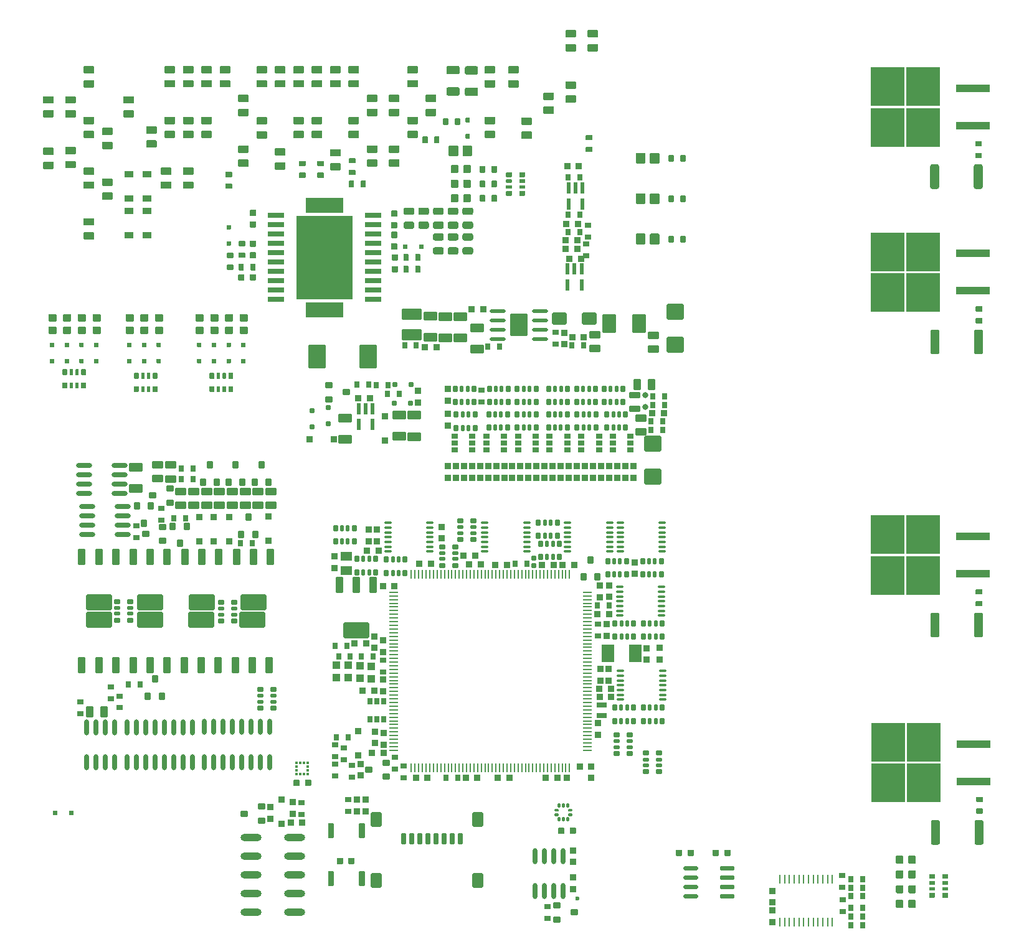
<source format=gtp>
G75*
G70*
%OFA0B0*%
%FSLAX25Y25*%
%IPPOS*%
%LPD*%
%AMOC8*
5,1,8,0,0,1.08239X$1,22.5*
%
%AMM150*
21,1,0.033470,0.026770,-0.000000,0.000000,0.000000*
21,1,0.026770,0.033470,-0.000000,0.000000,0.000000*
1,1,0.006690,0.013390,-0.013390*
1,1,0.006690,-0.013390,-0.013390*
1,1,0.006690,-0.013390,0.013390*
1,1,0.006690,0.013390,0.013390*
%
%AMM153*
21,1,0.027560,0.030710,-0.000000,0.000000,90.000000*
21,1,0.022050,0.036220,-0.000000,0.000000,90.000000*
1,1,0.005510,0.015350,0.011020*
1,1,0.005510,0.015350,-0.011020*
1,1,0.005510,-0.015350,-0.011020*
1,1,0.005510,-0.015350,0.011020*
%
%AMM155*
21,1,0.033470,0.026770,-0.000000,0.000000,270.000000*
21,1,0.026770,0.033470,-0.000000,0.000000,270.000000*
1,1,0.006690,-0.013390,-0.013390*
1,1,0.006690,-0.013390,0.013390*
1,1,0.006690,0.013390,0.013390*
1,1,0.006690,0.013390,-0.013390*
%
%AMM172*
21,1,0.035430,0.050000,-0.000000,-0.000000,90.000000*
21,1,0.028350,0.057090,-0.000000,-0.000000,90.000000*
1,1,0.007090,0.025000,0.014170*
1,1,0.007090,0.025000,-0.014170*
1,1,0.007090,-0.025000,-0.014170*
1,1,0.007090,-0.025000,0.014170*
%
%AMM173*
21,1,0.086610,0.073230,-0.000000,-0.000000,90.000000*
21,1,0.069290,0.090550,-0.000000,-0.000000,90.000000*
1,1,0.017320,0.036610,0.034650*
1,1,0.017320,0.036610,-0.034650*
1,1,0.017320,-0.036610,-0.034650*
1,1,0.017320,-0.036610,0.034650*
%
%AMM174*
21,1,0.027560,0.030710,-0.000000,-0.000000,270.000000*
21,1,0.022050,0.036220,-0.000000,-0.000000,270.000000*
1,1,0.005510,-0.015350,-0.011020*
1,1,0.005510,-0.015350,0.011020*
1,1,0.005510,0.015350,0.011020*
1,1,0.005510,0.015350,-0.011020*
%
%AMM176*
21,1,0.025590,0.026380,-0.000000,-0.000000,180.000000*
21,1,0.020470,0.031500,-0.000000,-0.000000,180.000000*
1,1,0.005120,-0.010240,0.013190*
1,1,0.005120,0.010240,0.013190*
1,1,0.005120,0.010240,-0.013190*
1,1,0.005120,-0.010240,-0.013190*
%
%AMM177*
21,1,0.023620,0.030710,-0.000000,-0.000000,270.000000*
21,1,0.018900,0.035430,-0.000000,-0.000000,270.000000*
1,1,0.004720,-0.015350,-0.009450*
1,1,0.004720,-0.015350,0.009450*
1,1,0.004720,0.015350,0.009450*
1,1,0.004720,0.015350,-0.009450*
%
%AMM178*
21,1,0.033470,0.026770,-0.000000,-0.000000,90.000000*
21,1,0.026770,0.033470,-0.000000,-0.000000,90.000000*
1,1,0.006690,0.013390,0.013390*
1,1,0.006690,0.013390,-0.013390*
1,1,0.006690,-0.013390,-0.013390*
1,1,0.006690,-0.013390,0.013390*
%
%AMM179*
21,1,0.017720,0.027950,-0.000000,-0.000000,180.000000*
21,1,0.014170,0.031500,-0.000000,-0.000000,180.000000*
1,1,0.003540,-0.007090,0.013980*
1,1,0.003540,0.007090,0.013980*
1,1,0.003540,0.007090,-0.013980*
1,1,0.003540,-0.007090,-0.013980*
%
%AMM180*
21,1,0.039370,0.049210,-0.000000,-0.000000,270.000000*
21,1,0.031500,0.057090,-0.000000,-0.000000,270.000000*
1,1,0.007870,-0.024610,-0.015750*
1,1,0.007870,-0.024610,0.015750*
1,1,0.007870,0.024610,0.015750*
1,1,0.007870,0.024610,-0.015750*
%
%AMM181*
21,1,0.027560,0.030710,-0.000000,-0.000000,180.000000*
21,1,0.022050,0.036220,-0.000000,-0.000000,180.000000*
1,1,0.005510,-0.011020,0.015350*
1,1,0.005510,0.011020,0.015350*
1,1,0.005510,0.011020,-0.015350*
1,1,0.005510,-0.011020,-0.015350*
%
%AMM182*
21,1,0.039370,0.049210,-0.000000,-0.000000,0.000000*
21,1,0.031500,0.057090,-0.000000,-0.000000,0.000000*
1,1,0.007870,0.015750,-0.024610*
1,1,0.007870,-0.015750,-0.024610*
1,1,0.007870,-0.015750,0.024610*
1,1,0.007870,0.015750,0.024610*
%
%AMM184*
21,1,0.033470,0.026770,-0.000000,-0.000000,0.000000*
21,1,0.026770,0.033470,-0.000000,-0.000000,0.000000*
1,1,0.006690,0.013390,-0.013390*
1,1,0.006690,-0.013390,-0.013390*
1,1,0.006690,-0.013390,0.013390*
1,1,0.006690,0.013390,0.013390*
%
%AMM197*
21,1,0.033470,0.026770,-0.000000,0.000000,90.000000*
21,1,0.026770,0.033470,-0.000000,0.000000,90.000000*
1,1,0.006690,0.013390,0.013390*
1,1,0.006690,0.013390,-0.013390*
1,1,0.006690,-0.013390,-0.013390*
1,1,0.006690,-0.013390,0.013390*
%
%AMM198*
21,1,0.027560,0.030710,-0.000000,0.000000,0.000000*
21,1,0.022050,0.036220,-0.000000,0.000000,0.000000*
1,1,0.005510,0.011020,-0.015350*
1,1,0.005510,-0.011020,-0.015350*
1,1,0.005510,-0.011020,0.015350*
1,1,0.005510,0.011020,0.015350*
%
%AMM208*
21,1,0.035430,0.030320,-0.000000,0.000000,270.000000*
21,1,0.028350,0.037400,-0.000000,0.000000,270.000000*
1,1,0.007090,-0.015160,-0.014170*
1,1,0.007090,-0.015160,0.014170*
1,1,0.007090,0.015160,0.014170*
1,1,0.007090,0.015160,-0.014170*
%
%AMM221*
21,1,0.027560,0.030710,-0.000000,0.000000,270.000000*
21,1,0.022050,0.036220,-0.000000,0.000000,270.000000*
1,1,0.005510,-0.015350,-0.011020*
1,1,0.005510,-0.015350,0.011020*
1,1,0.005510,0.015350,0.011020*
1,1,0.005510,0.015350,-0.011020*
%
%AMM246*
21,1,0.137800,0.067720,-0.000000,-0.000000,180.000000*
21,1,0.120870,0.084650,-0.000000,-0.000000,180.000000*
1,1,0.016930,-0.060430,0.033860*
1,1,0.016930,0.060430,0.033860*
1,1,0.016930,0.060430,-0.033860*
1,1,0.016930,-0.060430,-0.033860*
%
%AMM247*
21,1,0.025590,0.026380,-0.000000,-0.000000,90.000000*
21,1,0.020470,0.031500,-0.000000,-0.000000,90.000000*
1,1,0.005120,0.013190,0.010240*
1,1,0.005120,0.013190,-0.010240*
1,1,0.005120,-0.013190,-0.010240*
1,1,0.005120,-0.013190,0.010240*
%
%AMM248*
21,1,0.017720,0.027950,-0.000000,-0.000000,90.000000*
21,1,0.014170,0.031500,-0.000000,-0.000000,90.000000*
1,1,0.003540,0.013980,0.007090*
1,1,0.003540,0.013980,-0.007090*
1,1,0.003540,-0.013980,-0.007090*
1,1,0.003540,-0.013980,0.007090*
%
%AMM249*
21,1,0.035430,0.030320,-0.000000,-0.000000,0.000000*
21,1,0.028350,0.037400,-0.000000,-0.000000,0.000000*
1,1,0.007090,0.014170,-0.015160*
1,1,0.007090,-0.014170,-0.015160*
1,1,0.007090,-0.014170,0.015160*
1,1,0.007090,0.014170,0.015160*
%
%AMM250*
21,1,0.035830,0.026770,-0.000000,-0.000000,90.000000*
21,1,0.029130,0.033470,-0.000000,-0.000000,90.000000*
1,1,0.006690,0.013390,0.014570*
1,1,0.006690,0.013390,-0.014570*
1,1,0.006690,-0.013390,-0.014570*
1,1,0.006690,-0.013390,0.014570*
%
%AMM251*
21,1,0.043310,0.075980,-0.000000,-0.000000,180.000000*
21,1,0.034650,0.084650,-0.000000,-0.000000,180.000000*
1,1,0.008660,-0.017320,0.037990*
1,1,0.008660,0.017320,0.037990*
1,1,0.008660,0.017320,-0.037990*
1,1,0.008660,-0.017320,-0.037990*
%
%AMM252*
21,1,0.043310,0.075990,-0.000000,-0.000000,180.000000*
21,1,0.034650,0.084650,-0.000000,-0.000000,180.000000*
1,1,0.008660,-0.017320,0.037990*
1,1,0.008660,0.017320,0.037990*
1,1,0.008660,0.017320,-0.037990*
1,1,0.008660,-0.017320,-0.037990*
%
%AMM253*
21,1,0.035430,0.030320,-0.000000,-0.000000,90.000000*
21,1,0.028350,0.037400,-0.000000,-0.000000,90.000000*
1,1,0.007090,0.015160,0.014170*
1,1,0.007090,0.015160,-0.014170*
1,1,0.007090,-0.015160,-0.014170*
1,1,0.007090,-0.015160,0.014170*
%
%AMM260*
21,1,0.039370,0.035430,-0.000000,-0.000000,90.000000*
21,1,0.031500,0.043310,-0.000000,-0.000000,90.000000*
1,1,0.007870,0.017720,0.015750*
1,1,0.007870,0.017720,-0.015750*
1,1,0.007870,-0.017720,-0.015750*
1,1,0.007870,-0.017720,0.015750*
%
%AMM261*
21,1,0.027560,0.030710,-0.000000,-0.000000,0.000000*
21,1,0.022050,0.036220,-0.000000,-0.000000,0.000000*
1,1,0.005510,0.011020,-0.015350*
1,1,0.005510,-0.011020,-0.015350*
1,1,0.005510,-0.011020,0.015350*
1,1,0.005510,0.011020,0.015350*
%
%AMM262*
21,1,0.035830,0.026770,-0.000000,-0.000000,0.000000*
21,1,0.029130,0.033470,-0.000000,-0.000000,0.000000*
1,1,0.006690,0.014570,-0.013390*
1,1,0.006690,-0.014570,-0.013390*
1,1,0.006690,-0.014570,0.013390*
1,1,0.006690,0.014570,0.013390*
%
%AMM263*
21,1,0.027560,0.018900,-0.000000,-0.000000,0.000000*
21,1,0.022840,0.023620,-0.000000,-0.000000,0.000000*
1,1,0.004720,0.011420,-0.009450*
1,1,0.004720,-0.011420,-0.009450*
1,1,0.004720,-0.011420,0.009450*
1,1,0.004720,0.011420,0.009450*
%
%AMM264*
21,1,0.027560,0.049610,-0.000000,-0.000000,90.000000*
21,1,0.022050,0.055120,-0.000000,-0.000000,90.000000*
1,1,0.005510,0.024800,0.011020*
1,1,0.005510,0.024800,-0.011020*
1,1,0.005510,-0.024800,-0.011020*
1,1,0.005510,-0.024800,0.011020*
%
%AMM268*
21,1,0.023620,0.030710,-0.000000,-0.000000,0.000000*
21,1,0.018900,0.035430,-0.000000,-0.000000,0.000000*
1,1,0.004720,0.009450,-0.015350*
1,1,0.004720,-0.009450,-0.015350*
1,1,0.004720,-0.009450,0.015350*
1,1,0.004720,0.009450,0.015350*
%
%AMM285*
21,1,0.035430,0.030320,-0.000000,0.000000,90.000000*
21,1,0.028350,0.037400,-0.000000,0.000000,90.000000*
1,1,0.007090,0.015160,0.014170*
1,1,0.007090,0.015160,-0.014170*
1,1,0.007090,-0.015160,-0.014170*
1,1,0.007090,-0.015160,0.014170*
%
%AMM305*
21,1,0.035430,0.030320,-0.000000,-0.000000,180.000000*
21,1,0.028350,0.037400,-0.000000,-0.000000,180.000000*
1,1,0.007090,-0.014170,0.015160*
1,1,0.007090,0.014170,0.015160*
1,1,0.007090,0.014170,-0.015160*
1,1,0.007090,-0.014170,-0.015160*
%
%AMM308*
21,1,0.035830,0.026770,-0.000000,-0.000000,270.000000*
21,1,0.029130,0.033470,-0.000000,-0.000000,270.000000*
1,1,0.006690,-0.013390,-0.014570*
1,1,0.006690,-0.013390,0.014570*
1,1,0.006690,0.013390,0.014570*
1,1,0.006690,0.013390,-0.014570*
%
%AMM309*
21,1,0.043310,0.075990,-0.000000,-0.000000,0.000000*
21,1,0.034650,0.084650,-0.000000,-0.000000,0.000000*
1,1,0.008660,0.017320,-0.037990*
1,1,0.008660,-0.017320,-0.037990*
1,1,0.008660,-0.017320,0.037990*
1,1,0.008660,0.017320,0.037990*
%
%AMM31*
21,1,0.027560,0.030710,0.000000,0.000000,270.000000*
21,1,0.022050,0.036220,0.000000,0.000000,270.000000*
1,1,0.005510,-0.015350,-0.011020*
1,1,0.005510,-0.015350,0.011020*
1,1,0.005510,0.015350,0.011020*
1,1,0.005510,0.015350,-0.011020*
%
%AMM310*
21,1,0.043310,0.075980,-0.000000,-0.000000,0.000000*
21,1,0.034650,0.084650,-0.000000,-0.000000,0.000000*
1,1,0.008660,0.017320,-0.037990*
1,1,0.008660,-0.017320,-0.037990*
1,1,0.008660,-0.017320,0.037990*
1,1,0.008660,0.017320,0.037990*
%
%AMM311*
21,1,0.025590,0.026380,-0.000000,-0.000000,270.000000*
21,1,0.020470,0.031500,-0.000000,-0.000000,270.000000*
1,1,0.005120,-0.013190,-0.010240*
1,1,0.005120,-0.013190,0.010240*
1,1,0.005120,0.013190,0.010240*
1,1,0.005120,0.013190,-0.010240*
%
%AMM312*
21,1,0.137800,0.067720,-0.000000,-0.000000,0.000000*
21,1,0.120870,0.084650,-0.000000,-0.000000,0.000000*
1,1,0.016930,0.060430,-0.033860*
1,1,0.016930,-0.060430,-0.033860*
1,1,0.016930,-0.060430,0.033860*
1,1,0.016930,0.060430,0.033860*
%
%AMM313*
21,1,0.017720,0.027950,-0.000000,-0.000000,270.000000*
21,1,0.014170,0.031500,-0.000000,-0.000000,270.000000*
1,1,0.003540,-0.013980,-0.007090*
1,1,0.003540,-0.013980,0.007090*
1,1,0.003540,0.013980,0.007090*
1,1,0.003540,0.013980,-0.007090*
%
%AMM314*
21,1,0.070870,0.036220,-0.000000,-0.000000,180.000000*
21,1,0.061810,0.045280,-0.000000,-0.000000,180.000000*
1,1,0.009060,-0.030910,0.018110*
1,1,0.009060,0.030910,0.018110*
1,1,0.009060,0.030910,-0.018110*
1,1,0.009060,-0.030910,-0.018110*
%
%AMM332*
21,1,0.035830,0.026770,-0.000000,0.000000,90.000000*
21,1,0.029130,0.033470,-0.000000,0.000000,90.000000*
1,1,0.006690,0.013390,0.014570*
1,1,0.006690,0.013390,-0.014570*
1,1,0.006690,-0.013390,-0.014570*
1,1,0.006690,-0.013390,0.014570*
%
%AMM342*
21,1,0.021650,0.052760,0.000000,-0.000000,180.000000*
21,1,0.017320,0.057090,0.000000,-0.000000,180.000000*
1,1,0.004330,-0.008660,0.026380*
1,1,0.004330,0.008660,0.026380*
1,1,0.004330,0.008660,-0.026380*
1,1,0.004330,-0.008660,-0.026380*
%
%AMM343*
21,1,0.027560,0.030710,0.000000,-0.000000,90.000000*
21,1,0.022050,0.036220,0.000000,-0.000000,90.000000*
1,1,0.005510,0.015350,0.011020*
1,1,0.005510,0.015350,-0.011020*
1,1,0.005510,-0.015350,-0.011020*
1,1,0.005510,-0.015350,0.011020*
%
%AMM344*
21,1,0.027560,0.030710,0.000000,-0.000000,180.000000*
21,1,0.022050,0.036220,0.000000,-0.000000,180.000000*
1,1,0.005510,-0.011020,0.015350*
1,1,0.005510,0.011020,0.015350*
1,1,0.005510,0.011020,-0.015350*
1,1,0.005510,-0.011020,-0.015350*
%
%AMM345*
21,1,0.033470,0.026770,0.000000,-0.000000,180.000000*
21,1,0.026770,0.033470,0.000000,-0.000000,180.000000*
1,1,0.006690,-0.013390,0.013390*
1,1,0.006690,0.013390,0.013390*
1,1,0.006690,0.013390,-0.013390*
1,1,0.006690,-0.013390,-0.013390*
%
%AMM363*
21,1,0.035430,0.030320,-0.000000,-0.000000,270.000000*
21,1,0.028350,0.037400,-0.000000,-0.000000,270.000000*
1,1,0.007090,-0.015160,-0.014170*
1,1,0.007090,-0.015160,0.014170*
1,1,0.007090,0.015160,0.014170*
1,1,0.007090,0.015160,-0.014170*
%
%AMM365*
21,1,0.021650,0.052760,-0.000000,-0.000000,180.000000*
21,1,0.017320,0.057090,-0.000000,-0.000000,180.000000*
1,1,0.004330,-0.008660,0.026380*
1,1,0.004330,0.008660,0.026380*
1,1,0.004330,0.008660,-0.026380*
1,1,0.004330,-0.008660,-0.026380*
%
%AMM366*
21,1,0.023620,0.018900,-0.000000,-0.000000,90.000000*
21,1,0.018900,0.023620,-0.000000,-0.000000,90.000000*
1,1,0.004720,0.009450,0.009450*
1,1,0.004720,0.009450,-0.009450*
1,1,0.004720,-0.009450,-0.009450*
1,1,0.004720,-0.009450,0.009450*
%
%AMM367*
21,1,0.094490,0.111020,-0.000000,-0.000000,0.000000*
21,1,0.075590,0.129920,-0.000000,-0.000000,0.000000*
1,1,0.018900,0.037800,-0.055510*
1,1,0.018900,-0.037800,-0.055510*
1,1,0.018900,-0.037800,0.055510*
1,1,0.018900,0.037800,0.055510*
%
%AMM368*
21,1,0.023620,0.018900,-0.000000,-0.000000,0.000000*
21,1,0.018900,0.023620,-0.000000,-0.000000,0.000000*
1,1,0.004720,0.009450,-0.009450*
1,1,0.004720,-0.009450,-0.009450*
1,1,0.004720,-0.009450,0.009450*
1,1,0.004720,0.009450,0.009450*
%
%AMM369*
21,1,0.035830,0.026770,-0.000000,-0.000000,180.000000*
21,1,0.029130,0.033470,-0.000000,-0.000000,180.000000*
1,1,0.006690,-0.014570,0.013390*
1,1,0.006690,0.014570,0.013390*
1,1,0.006690,0.014570,-0.013390*
1,1,0.006690,-0.014570,-0.013390*
%
%AMM370*
21,1,0.033470,0.026770,-0.000000,-0.000000,270.000000*
21,1,0.026770,0.033470,-0.000000,-0.000000,270.000000*
1,1,0.006690,-0.013390,-0.013390*
1,1,0.006690,-0.013390,0.013390*
1,1,0.006690,0.013390,0.013390*
1,1,0.006690,0.013390,-0.013390*
%
%AMM390*
21,1,0.106300,0.050390,-0.000000,-0.000000,180.000000*
21,1,0.093700,0.062990,-0.000000,-0.000000,180.000000*
1,1,0.012600,-0.046850,0.025200*
1,1,0.012600,0.046850,0.025200*
1,1,0.012600,0.046850,-0.025200*
1,1,0.012600,-0.046850,-0.025200*
%
%AMM391*
21,1,0.074800,0.083460,-0.000000,-0.000000,0.000000*
21,1,0.059840,0.098430,-0.000000,-0.000000,0.000000*
1,1,0.014960,0.029920,-0.041730*
1,1,0.014960,-0.029920,-0.041730*
1,1,0.014960,-0.029920,0.041730*
1,1,0.014960,0.029920,0.041730*
%
%AMM392*
21,1,0.078740,0.053540,-0.000000,-0.000000,0.000000*
21,1,0.065350,0.066930,-0.000000,-0.000000,0.000000*
1,1,0.013390,0.032680,-0.026770*
1,1,0.013390,-0.032680,-0.026770*
1,1,0.013390,-0.032680,0.026770*
1,1,0.013390,0.032680,0.026770*
%
%AMM393*
21,1,0.122050,0.075590,-0.000000,-0.000000,90.000000*
21,1,0.103150,0.094490,-0.000000,-0.000000,90.000000*
1,1,0.018900,0.037800,0.051580*
1,1,0.018900,0.037800,-0.051580*
1,1,0.018900,-0.037800,-0.051580*
1,1,0.018900,-0.037800,0.051580*
%
%AMM394*
21,1,0.086610,0.073230,-0.000000,-0.000000,270.000000*
21,1,0.069290,0.090550,-0.000000,-0.000000,270.000000*
1,1,0.017320,-0.036610,-0.034650*
1,1,0.017320,-0.036610,0.034650*
1,1,0.017320,0.036610,0.034650*
1,1,0.017320,0.036610,-0.034650*
%
%AMM395*
21,1,0.070870,0.036220,-0.000000,-0.000000,0.000000*
21,1,0.061810,0.045280,-0.000000,-0.000000,0.000000*
1,1,0.009060,0.030910,-0.018110*
1,1,0.009060,-0.030910,-0.018110*
1,1,0.009060,-0.030910,0.018110*
1,1,0.009060,0.030910,0.018110*
%
%AMM76*
21,1,0.078740,0.045670,0.000000,0.000000,270.000000*
21,1,0.067320,0.057090,0.000000,0.000000,270.000000*
1,1,0.011420,-0.022840,-0.033660*
1,1,0.011420,-0.022840,0.033660*
1,1,0.011420,0.022840,0.033660*
1,1,0.011420,0.022840,-0.033660*
%
%AMM77*
21,1,0.059060,0.020470,0.000000,0.000000,270.000000*
21,1,0.053940,0.025590,0.000000,0.000000,270.000000*
1,1,0.005120,-0.010240,-0.026970*
1,1,0.005120,-0.010240,0.026970*
1,1,0.005120,0.010240,0.026970*
1,1,0.005120,0.010240,-0.026970*
%
%AMM78*
21,1,0.033470,0.026770,0.000000,0.000000,90.000000*
21,1,0.026770,0.033470,0.000000,0.000000,90.000000*
1,1,0.006690,0.013390,0.013390*
1,1,0.006690,0.013390,-0.013390*
1,1,0.006690,-0.013390,-0.013390*
1,1,0.006690,-0.013390,0.013390*
%
%ADD113R,0.17913X0.20669*%
%ADD116R,0.05906X0.05118*%
%ADD12O,0.05118X0.00866*%
%ADD130C,0.02362*%
%ADD134O,0.02362X0.08661*%
%ADD150M78*%
%ADD153R,0.30000X0.45000*%
%ADD158R,0.18110X0.04331*%
%ADD159O,0.00000X0.00000*%
%ADD160C,0.03150*%
%ADD180M31*%
%ADD210R,0.01476X0.01378*%
%ADD214R,0.20000X0.08000*%
%ADD219R,0.01378X0.01476*%
%ADD236R,0.06693X0.09449*%
%ADD261O,0.00866X0.05118*%
%ADD267O,0.01968X0.03937*%
%ADD282O,0.08661X0.02362*%
%ADD292R,0.04724X0.03543*%
%ADD315M150*%
%ADD318M153*%
%ADD320M155*%
%ADD337M172*%
%ADD338M173*%
%ADD339M174*%
%ADD341M176*%
%ADD342M177*%
%ADD343M178*%
%ADD344M179*%
%ADD345M180*%
%ADD346M181*%
%ADD347M182*%
%ADD349M184*%
%ADD362O,0.00984X0.04961*%
%ADD363M197*%
%ADD364M198*%
%ADD376M208*%
%ADD391M221*%
%ADD41O,0.04331X0.01181*%
%ADD420M246*%
%ADD421M247*%
%ADD422M248*%
%ADD423M249*%
%ADD424M250*%
%ADD425M251*%
%ADD426M252*%
%ADD427M253*%
%ADD434M260*%
%ADD435M261*%
%ADD436M262*%
%ADD437M263*%
%ADD438M264*%
%ADD442M268*%
%ADD465M285*%
%ADD494M305*%
%ADD497M308*%
%ADD498M309*%
%ADD499M310*%
%ADD500M311*%
%ADD501M312*%
%ADD502M313*%
%ADD503M314*%
%ADD520O,0.11221X0.04016*%
%ADD522M332*%
%ADD533M342*%
%ADD534M343*%
%ADD535M344*%
%ADD536M345*%
%ADD562M363*%
%ADD564M365*%
%ADD565M366*%
%ADD566M367*%
%ADD567M368*%
%ADD568M369*%
%ADD569M370*%
%ADD597M390*%
%ADD598M391*%
%ADD599M392*%
%ADD600M393*%
%ADD601M394*%
%ADD602M395*%
%ADD81M76*%
%ADD85M77*%
%ADD87O,0.08661X0.01968*%
%ADD91R,0.08661X0.03150*%
X0000000Y0000000D02*
%LPD*%
G01*
G36*
G01*
X0308465Y0443346D02*
X0308465Y0446417D01*
G75*
G02*
X0308740Y0446693I0000276J0000000D01*
G01*
X0310945Y0446693D01*
G75*
G02*
X0311220Y0446417I0000000J-000276D01*
G01*
X0311220Y0443346D01*
G75*
G02*
X0310945Y0443071I-000276J0000000D01*
G01*
X0308740Y0443071D01*
G75*
G02*
X0308465Y0443346I0000000J0000276D01*
G01*
G37*
G36*
G01*
X0314764Y0443346D02*
X0314764Y0446417D01*
G75*
G02*
X0315039Y0446693I0000276J0000000D01*
G01*
X0317244Y0446693D01*
G75*
G02*
X0317520Y0446417I0000000J-000276D01*
G01*
X0317520Y0443346D01*
G75*
G02*
X0317244Y0443071I-000276J0000000D01*
G01*
X0315039Y0443071D01*
G75*
G02*
X0314764Y0443346I0000000J0000276D01*
G01*
G37*
G36*
G01*
X0132382Y0418701D02*
X0127461Y0418701D01*
G75*
G02*
X0127067Y0419094I0000000J0000394D01*
G01*
X0127067Y0422244D01*
G75*
G02*
X0127461Y0422638I0000394J0000000D01*
G01*
X0132382Y0422638D01*
G75*
G02*
X0132776Y0422244I0000000J-000394D01*
G01*
X0132776Y0419094D01*
G75*
G02*
X0132382Y0418701I-000394J0000000D01*
G01*
G37*
G36*
G01*
X0132382Y0426181D02*
X0127461Y0426181D01*
G75*
G02*
X0127067Y0426575I0000000J0000394D01*
G01*
X0127067Y0429724D01*
G75*
G02*
X0127461Y0430118I0000394J0000000D01*
G01*
X0132382Y0430118D01*
G75*
G02*
X0132776Y0429724I0000000J-000394D01*
G01*
X0132776Y0426575D01*
G75*
G02*
X0132382Y0426181I-000394J0000000D01*
G01*
G37*
G36*
G01*
X0608415Y0190650D02*
X0608415Y0179429D01*
G75*
G02*
X0607431Y0178445I-000984J0000000D01*
G01*
X0604577Y0178445D01*
G75*
G02*
X0603593Y0179429I0000000J0000984D01*
G01*
X0603593Y0190650D01*
G75*
G02*
X0604577Y0191634I0000984J0000000D01*
G01*
X0607431Y0191634D01*
G75*
G02*
X0608415Y0190650I0000000J-000984D01*
G01*
G37*
G36*
G01*
X0585089Y0190650D02*
X0585089Y0179429D01*
G75*
G02*
X0584104Y0178445I-000984J0000000D01*
G01*
X0581250Y0178445D01*
G75*
G02*
X0580266Y0179429I0000000J0000984D01*
G01*
X0580266Y0190650D01*
G75*
G02*
X0581250Y0191634I0000984J0000000D01*
G01*
X0584104Y0191634D01*
G75*
G02*
X0585089Y0190650I0000000J-000984D01*
G01*
G37*
G36*
G01*
X0331102Y0480728D02*
X0331102Y0483445D01*
G75*
G02*
X0332008Y0484350I0000906J0000000D01*
G01*
X0337283Y0484350D01*
G75*
G02*
X0338189Y0483445I0000000J-000906D01*
G01*
X0338189Y0480728D01*
G75*
G02*
X0337283Y0479823I-000906J0000000D01*
G01*
X0332008Y0479823D01*
G75*
G02*
X0331102Y0480728I0000000J0000906D01*
G01*
G37*
G36*
G01*
X0331102Y0469311D02*
X0331102Y0472028D01*
G75*
G02*
X0332008Y0472933I0000906J0000000D01*
G01*
X0337283Y0472933D01*
G75*
G02*
X0338189Y0472028I0000000J-000906D01*
G01*
X0338189Y0469311D01*
G75*
G02*
X0337283Y0468405I-000906J0000000D01*
G01*
X0332008Y0468405D01*
G75*
G02*
X0331102Y0469311I0000000J0000906D01*
G01*
G37*
G36*
G01*
X0291969Y0407106D02*
X0294646Y0407106D01*
G75*
G02*
X0294980Y0406772I0000000J-000335D01*
G01*
X0294980Y0404094D01*
G75*
G02*
X0294646Y0403760I-000335J0000000D01*
G01*
X0291969Y0403760D01*
G75*
G02*
X0291634Y0404094I0000000J0000335D01*
G01*
X0291634Y0406772D01*
G75*
G02*
X0291969Y0407106I0000335J0000000D01*
G01*
G37*
G36*
G01*
X0291969Y0400886D02*
X0294646Y0400886D01*
G75*
G02*
X0294980Y0400551I0000000J-000335D01*
G01*
X0294980Y0397874D01*
G75*
G02*
X0294646Y0397539I-000335J0000000D01*
G01*
X0291969Y0397539D01*
G75*
G02*
X0291634Y0397874I0000000J0000335D01*
G01*
X0291634Y0400551D01*
G75*
G02*
X0291969Y0400886I0000335J0000000D01*
G01*
G37*
D113*
X0557677Y0100394D03*
X0576772Y0122244D03*
X0557677Y0122244D03*
X0576772Y0100394D03*
D158*
X0603248Y0101319D03*
X0603248Y0121319D03*
G36*
G01*
X0339173Y0419724D02*
X0339173Y0422795D01*
G75*
G02*
X0339449Y0423071I0000276J0000000D01*
G01*
X0341654Y0423071D01*
G75*
G02*
X0341929Y0422795I0000000J-000276D01*
G01*
X0341929Y0419724D01*
G75*
G02*
X0341654Y0419449I-000276J0000000D01*
G01*
X0339449Y0419449D01*
G75*
G02*
X0339173Y0419724I0000000J0000276D01*
G01*
G37*
G36*
G01*
X0345472Y0419724D02*
X0345472Y0422795D01*
G75*
G02*
X0345748Y0423071I0000276J0000000D01*
G01*
X0347953Y0423071D01*
G75*
G02*
X0348228Y0422795I0000000J-000276D01*
G01*
X0348228Y0419724D01*
G75*
G02*
X0347953Y0419449I-000276J0000000D01*
G01*
X0345748Y0419449D01*
G75*
G02*
X0345472Y0419724I0000000J0000276D01*
G01*
G37*
G36*
G01*
X0210039Y0375236D02*
X0210039Y0378307D01*
G75*
G02*
X0210315Y0378583I0000276J0000000D01*
G01*
X0212520Y0378583D01*
G75*
G02*
X0212795Y0378307I0000000J-000276D01*
G01*
X0212795Y0375236D01*
G75*
G02*
X0212520Y0374961I-000276J0000000D01*
G01*
X0210315Y0374961D01*
G75*
G02*
X0210039Y0375236I0000000J0000276D01*
G01*
G37*
G36*
G01*
X0216339Y0375236D02*
X0216339Y0378307D01*
G75*
G02*
X0216614Y0378583I0000276J0000000D01*
G01*
X0218819Y0378583D01*
G75*
G02*
X0219094Y0378307I0000000J-000276D01*
G01*
X0219094Y0375236D01*
G75*
G02*
X0218819Y0374961I-000276J0000000D01*
G01*
X0216614Y0374961D01*
G75*
G02*
X0216339Y0375236I0000000J0000276D01*
G01*
G37*
G36*
G01*
X0116929Y0325433D02*
X0116929Y0327323D01*
G75*
G02*
X0117165Y0327559I0000236J0000000D01*
G01*
X0119055Y0327559D01*
G75*
G02*
X0119291Y0327323I0000000J-000236D01*
G01*
X0119291Y0325433D01*
G75*
G02*
X0119055Y0325197I-000236J0000000D01*
G01*
X0117165Y0325197D01*
G75*
G02*
X0116929Y0325433I0000000J0000236D01*
G01*
G37*
G36*
G01*
X0116929Y0334094D02*
X0116929Y0335984D01*
G75*
G02*
X0117165Y0336220I0000236J0000000D01*
G01*
X0119055Y0336220D01*
G75*
G02*
X0119291Y0335984I0000000J-000236D01*
G01*
X0119291Y0334094D01*
G75*
G02*
X0119055Y0333858I-000236J0000000D01*
G01*
X0117165Y0333858D01*
G75*
G02*
X0116929Y0334094I0000000J0000236D01*
G01*
G37*
G36*
G01*
X0165846Y0440748D02*
X0160925Y0440748D01*
G75*
G02*
X0160531Y0441142I0000000J0000394D01*
G01*
X0160531Y0444291D01*
G75*
G02*
X0160925Y0444685I0000394J0000000D01*
G01*
X0165846Y0444685D01*
G75*
G02*
X0166240Y0444291I0000000J-000394D01*
G01*
X0166240Y0441142D01*
G75*
G02*
X0165846Y0440748I-000394J0000000D01*
G01*
G37*
G36*
G01*
X0165846Y0448228D02*
X0160925Y0448228D01*
G75*
G02*
X0160531Y0448622I0000000J0000394D01*
G01*
X0160531Y0451772D01*
G75*
G02*
X0160925Y0452165I0000394J0000000D01*
G01*
X0165846Y0452165D01*
G75*
G02*
X0166240Y0451772I0000000J-000394D01*
G01*
X0166240Y0448622D01*
G75*
G02*
X0165846Y0448228I-000394J0000000D01*
G01*
G37*
G36*
G01*
X0463720Y0061654D02*
X0463720Y0064331D01*
G75*
G02*
X0464055Y0064665I0000335J0000000D01*
G01*
X0466732Y0064665D01*
G75*
G02*
X0467067Y0064331I0000000J-000335D01*
G01*
X0467067Y0061654D01*
G75*
G02*
X0466732Y0061319I-000335J0000000D01*
G01*
X0464055Y0061319D01*
G75*
G02*
X0463720Y0061654I0000000J0000335D01*
G01*
G37*
G36*
G01*
X0469941Y0061654D02*
X0469941Y0064331D01*
G75*
G02*
X0470276Y0064665I0000335J0000000D01*
G01*
X0472953Y0064665D01*
G75*
G02*
X0473287Y0064331I0000000J-000335D01*
G01*
X0473287Y0061654D01*
G75*
G02*
X0472953Y0061319I-000335J0000000D01*
G01*
X0470276Y0061319D01*
G75*
G02*
X0469941Y0061654I0000000J0000335D01*
G01*
G37*
G36*
G01*
X0440158Y0433504D02*
X0440158Y0436575D01*
G75*
G02*
X0440433Y0436850I0000276J0000000D01*
G01*
X0442638Y0436850D01*
G75*
G02*
X0442913Y0436575I0000000J-000276D01*
G01*
X0442913Y0433504D01*
G75*
G02*
X0442638Y0433228I-000276J0000000D01*
G01*
X0440433Y0433228D01*
G75*
G02*
X0440158Y0433504I0000000J0000276D01*
G01*
G37*
G36*
G01*
X0446457Y0433504D02*
X0446457Y0436575D01*
G75*
G02*
X0446732Y0436850I0000276J0000000D01*
G01*
X0448937Y0436850D01*
G75*
G02*
X0449213Y0436575I0000000J-000276D01*
G01*
X0449213Y0433504D01*
G75*
G02*
X0448937Y0433228I-000276J0000000D01*
G01*
X0446732Y0433228D01*
G75*
G02*
X0446457Y0433504I0000000J0000276D01*
G01*
G37*
G36*
G01*
X0142224Y0439961D02*
X0137303Y0439961D01*
G75*
G02*
X0136909Y0440354I0000000J0000394D01*
G01*
X0136909Y0443504D01*
G75*
G02*
X0137303Y0443898I0000394J0000000D01*
G01*
X0142224Y0443898D01*
G75*
G02*
X0142618Y0443504I0000000J-000394D01*
G01*
X0142618Y0440354D01*
G75*
G02*
X0142224Y0439961I-000394J0000000D01*
G01*
G37*
G36*
G01*
X0142224Y0447441D02*
X0137303Y0447441D01*
G75*
G02*
X0136909Y0447835I0000000J0000394D01*
G01*
X0136909Y0450984D01*
G75*
G02*
X0137303Y0451378I0000394J0000000D01*
G01*
X0142224Y0451378D01*
G75*
G02*
X0142618Y0450984I0000000J-000394D01*
G01*
X0142618Y0447835D01*
G75*
G02*
X0142224Y0447441I-000394J0000000D01*
G01*
G37*
G36*
G01*
X0254429Y0445866D02*
X0249508Y0445866D01*
G75*
G02*
X0249114Y0446260I0000000J0000394D01*
G01*
X0249114Y0449409D01*
G75*
G02*
X0249508Y0449803I0000394J0000000D01*
G01*
X0254429Y0449803D01*
G75*
G02*
X0254823Y0449409I0000000J-000394D01*
G01*
X0254823Y0446260D01*
G75*
G02*
X0254429Y0445866I-000394J0000000D01*
G01*
G37*
G36*
G01*
X0254429Y0453347D02*
X0249508Y0453347D01*
G75*
G02*
X0249114Y0453740I0000000J0000394D01*
G01*
X0249114Y0456890D01*
G75*
G02*
X0249508Y0457284I0000394J0000000D01*
G01*
X0254429Y0457284D01*
G75*
G02*
X0254823Y0456890I0000000J-000394D01*
G01*
X0254823Y0453740D01*
G75*
G02*
X0254429Y0453347I-000394J0000000D01*
G01*
G37*
G36*
G01*
X0448189Y0054154D02*
X0448189Y0055335D01*
G75*
G02*
X0448780Y0055925I0000591J0000000D01*
G01*
X0455276Y0055925D01*
G75*
G02*
X0455866Y0055335I0000000J-000591D01*
G01*
X0455866Y0054154D01*
G75*
G02*
X0455276Y0053563I-000591J0000000D01*
G01*
X0448780Y0053563D01*
G75*
G02*
X0448189Y0054154I0000000J0000591D01*
G01*
G37*
G36*
G01*
X0448189Y0049154D02*
X0448189Y0050335D01*
G75*
G02*
X0448780Y0050925I0000591J0000000D01*
G01*
X0455276Y0050925D01*
G75*
G02*
X0455866Y0050335I0000000J-000591D01*
G01*
X0455866Y0049154D01*
G75*
G02*
X0455276Y0048563I-000591J0000000D01*
G01*
X0448780Y0048563D01*
G75*
G02*
X0448189Y0049154I0000000J0000591D01*
G01*
G37*
G36*
G01*
X0448189Y0044154D02*
X0448189Y0045335D01*
G75*
G02*
X0448780Y0045925I0000591J0000000D01*
G01*
X0455276Y0045925D01*
G75*
G02*
X0455866Y0045335I0000000J-000591D01*
G01*
X0455866Y0044154D01*
G75*
G02*
X0455276Y0043563I-000591J0000000D01*
G01*
X0448780Y0043563D01*
G75*
G02*
X0448189Y0044154I0000000J0000591D01*
G01*
G37*
G36*
G01*
X0448189Y0039154D02*
X0448189Y0040335D01*
G75*
G02*
X0448780Y0040925I0000591J0000000D01*
G01*
X0455276Y0040925D01*
G75*
G02*
X0455866Y0040335I0000000J-000591D01*
G01*
X0455866Y0039154D01*
G75*
G02*
X0455276Y0038563I-000591J0000000D01*
G01*
X0448780Y0038563D01*
G75*
G02*
X0448189Y0039154I0000000J0000591D01*
G01*
G37*
G36*
G01*
X0467677Y0039154D02*
X0467677Y0040335D01*
G75*
G02*
X0468268Y0040925I0000591J0000000D01*
G01*
X0474764Y0040925D01*
G75*
G02*
X0475354Y0040335I0000000J-000591D01*
G01*
X0475354Y0039154D01*
G75*
G02*
X0474764Y0038563I-000591J0000000D01*
G01*
X0468268Y0038563D01*
G75*
G02*
X0467677Y0039154I0000000J0000591D01*
G01*
G37*
G36*
G01*
X0467677Y0044154D02*
X0467677Y0045335D01*
G75*
G02*
X0468268Y0045925I0000591J0000000D01*
G01*
X0474764Y0045925D01*
G75*
G02*
X0475354Y0045335I0000000J-000591D01*
G01*
X0475354Y0044154D01*
G75*
G02*
X0474764Y0043563I-000591J0000000D01*
G01*
X0468268Y0043563D01*
G75*
G02*
X0467677Y0044154I0000000J0000591D01*
G01*
G37*
G36*
G01*
X0467677Y0049154D02*
X0467677Y0050335D01*
G75*
G02*
X0468268Y0050925I0000591J0000000D01*
G01*
X0474764Y0050925D01*
G75*
G02*
X0475354Y0050335I0000000J-000591D01*
G01*
X0475354Y0049154D01*
G75*
G02*
X0474764Y0048563I-000591J0000000D01*
G01*
X0468268Y0048563D01*
G75*
G02*
X0467677Y0049154I0000000J0000591D01*
G01*
G37*
G36*
G01*
X0467677Y0054154D02*
X0467677Y0055335D01*
G75*
G02*
X0468268Y0055925I0000591J0000000D01*
G01*
X0474764Y0055925D01*
G75*
G02*
X0475354Y0055335I0000000J-000591D01*
G01*
X0475354Y0054154D01*
G75*
G02*
X0474764Y0053563I-000591J0000000D01*
G01*
X0468268Y0053563D01*
G75*
G02*
X0467677Y0054154I0000000J0000591D01*
G01*
G37*
G36*
G01*
X0608415Y0342224D02*
X0608415Y0331004D01*
G75*
G02*
X0607431Y0330020I-000984J0000000D01*
G01*
X0604577Y0330020D01*
G75*
G02*
X0603593Y0331004I0000000J0000984D01*
G01*
X0603593Y0342224D01*
G75*
G02*
X0604577Y0343209I0000984J0000000D01*
G01*
X0607431Y0343209D01*
G75*
G02*
X0608415Y0342224I0000000J-000984D01*
G01*
G37*
G36*
G01*
X0585089Y0342224D02*
X0585089Y0331004D01*
G75*
G02*
X0584104Y0330020I-000984J0000000D01*
G01*
X0581250Y0330020D01*
G75*
G02*
X0580266Y0331004I0000000J0000984D01*
G01*
X0580266Y0342224D01*
G75*
G02*
X0581250Y0343209I0000984J0000000D01*
G01*
X0584104Y0343209D01*
G75*
G02*
X0585089Y0342224I0000000J-000984D01*
G01*
G37*
G36*
G01*
X0187402Y0351575D02*
X0190945Y0351575D01*
G75*
G02*
X0191339Y0351181I0000000J-000394D01*
G01*
X0191339Y0348031D01*
G75*
G02*
X0190945Y0347638I-000394J0000000D01*
G01*
X0187402Y0347638D01*
G75*
G02*
X0187008Y0348031I0000000J0000394D01*
G01*
X0187008Y0351181D01*
G75*
G02*
X0187402Y0351575I0000394J0000000D01*
G01*
G37*
G36*
G01*
X0187402Y0344882D02*
X0190945Y0344882D01*
G75*
G02*
X0191339Y0344488I0000000J-000394D01*
G01*
X0191339Y0341339D01*
G75*
G02*
X0190945Y0340945I-000394J0000000D01*
G01*
X0187402Y0340945D01*
G75*
G02*
X0187008Y0341339I0000000J0000394D01*
G01*
X0187008Y0344488D01*
G75*
G02*
X0187402Y0344882I0000394J0000000D01*
G01*
G37*
G36*
G01*
X0185531Y0473031D02*
X0180610Y0473031D01*
G75*
G02*
X0180217Y0473425I0000000J0000394D01*
G01*
X0180217Y0476575D01*
G75*
G02*
X0180610Y0476969I0000394J0000000D01*
G01*
X0185531Y0476969D01*
G75*
G02*
X0185925Y0476575I0000000J-000394D01*
G01*
X0185925Y0473425D01*
G75*
G02*
X0185531Y0473031I-000394J0000000D01*
G01*
G37*
G36*
G01*
X0185531Y0480512D02*
X0180610Y0480512D01*
G75*
G02*
X0180217Y0480906I0000000J0000394D01*
G01*
X0180217Y0484055D01*
G75*
G02*
X0180610Y0484449I0000394J0000000D01*
G01*
X0185531Y0484449D01*
G75*
G02*
X0185925Y0484055I0000000J-000394D01*
G01*
X0185925Y0480906D01*
G75*
G02*
X0185531Y0480512I-000394J0000000D01*
G01*
G37*
G36*
G01*
X0224902Y0445669D02*
X0219980Y0445669D01*
G75*
G02*
X0219587Y0446063I0000000J0000394D01*
G01*
X0219587Y0449213D01*
G75*
G02*
X0219980Y0449606I0000394J0000000D01*
G01*
X0224902Y0449606D01*
G75*
G02*
X0225295Y0449213I0000000J-000394D01*
G01*
X0225295Y0446063D01*
G75*
G02*
X0224902Y0445669I-000394J0000000D01*
G01*
G37*
G36*
G01*
X0224902Y0453150D02*
X0219980Y0453150D01*
G75*
G02*
X0219587Y0453543I0000000J0000394D01*
G01*
X0219587Y0456693D01*
G75*
G02*
X0219980Y0457087I0000394J0000000D01*
G01*
X0224902Y0457087D01*
G75*
G02*
X0225295Y0456693I0000000J-000394D01*
G01*
X0225295Y0453543D01*
G75*
G02*
X0224902Y0453150I-000394J0000000D01*
G01*
G37*
G36*
G01*
X0323622Y0427559D02*
X0323622Y0431102D01*
G75*
G02*
X0324016Y0431496I0000394J0000000D01*
G01*
X0327165Y0431496D01*
G75*
G02*
X0327559Y0431102I0000000J-000394D01*
G01*
X0327559Y0427559D01*
G75*
G02*
X0327165Y0427165I-000394J0000000D01*
G01*
X0324016Y0427165D01*
G75*
G02*
X0323622Y0427559I0000000J0000394D01*
G01*
G37*
G36*
G01*
X0330315Y0427559D02*
X0330315Y0431102D01*
G75*
G02*
X0330709Y0431496I0000394J0000000D01*
G01*
X0333858Y0431496D01*
G75*
G02*
X0334252Y0431102I0000000J-000394D01*
G01*
X0334252Y0427559D01*
G75*
G02*
X0333858Y0427165I-000394J0000000D01*
G01*
X0330709Y0427165D01*
G75*
G02*
X0330315Y0427559I0000000J0000394D01*
G01*
G37*
G36*
G01*
X0274114Y0445866D02*
X0269193Y0445866D01*
G75*
G02*
X0268799Y0446260I0000000J0000394D01*
G01*
X0268799Y0449409D01*
G75*
G02*
X0269193Y0449803I0000394J0000000D01*
G01*
X0274114Y0449803D01*
G75*
G02*
X0274508Y0449409I0000000J-000394D01*
G01*
X0274508Y0446260D01*
G75*
G02*
X0274114Y0445866I-000394J0000000D01*
G01*
G37*
G36*
G01*
X0274114Y0453347D02*
X0269193Y0453347D01*
G75*
G02*
X0268799Y0453740I0000000J0000394D01*
G01*
X0268799Y0456890D01*
G75*
G02*
X0269193Y0457284I0000394J0000000D01*
G01*
X0274114Y0457284D01*
G75*
G02*
X0274508Y0456890I0000000J-000394D01*
G01*
X0274508Y0453740D01*
G75*
G02*
X0274114Y0453347I-000394J0000000D01*
G01*
G37*
G36*
G01*
X0604764Y0204134D02*
X0607835Y0204134D01*
G75*
G02*
X0608110Y0203858I0000000J-000276D01*
G01*
X0608110Y0201654D01*
G75*
G02*
X0607835Y0201378I-000276J0000000D01*
G01*
X0604764Y0201378D01*
G75*
G02*
X0604488Y0201654I0000000J0000276D01*
G01*
X0604488Y0203858D01*
G75*
G02*
X0604764Y0204134I0000276J0000000D01*
G01*
G37*
G36*
G01*
X0604764Y0197835D02*
X0607835Y0197835D01*
G75*
G02*
X0608110Y0197559I0000000J-000276D01*
G01*
X0608110Y0195354D01*
G75*
G02*
X0607835Y0195079I-000276J0000000D01*
G01*
X0604764Y0195079D01*
G75*
G02*
X0604488Y0195354I0000000J0000276D01*
G01*
X0604488Y0197559D01*
G75*
G02*
X0604764Y0197835I0000276J0000000D01*
G01*
G37*
G36*
G01*
X0299311Y0408661D02*
X0303051Y0408661D01*
G75*
G02*
X0304035Y0407677I0000000J-000984D01*
G01*
X0304035Y0405709D01*
G75*
G02*
X0303051Y0404724I-000984J0000000D01*
G01*
X0299311Y0404724D01*
G75*
G02*
X0298327Y0405709I0000000J0000984D01*
G01*
X0298327Y0407677D01*
G75*
G02*
X0299311Y0408661I0000984J0000000D01*
G01*
G37*
G36*
G01*
X0299311Y0401181D02*
X0303051Y0401181D01*
G75*
G02*
X0304035Y0400197I0000000J-000984D01*
G01*
X0304035Y0398228D01*
G75*
G02*
X0303051Y0397244I-000984J0000000D01*
G01*
X0299311Y0397244D01*
G75*
G02*
X0298327Y0398228I0000000J0000984D01*
G01*
X0298327Y0400197D01*
G75*
G02*
X0299311Y0401181I0000984J0000000D01*
G01*
G37*
G36*
G01*
X0323622Y0419685D02*
X0323622Y0423228D01*
G75*
G02*
X0324016Y0423622I0000394J0000000D01*
G01*
X0327165Y0423622D01*
G75*
G02*
X0327559Y0423228I0000000J-000394D01*
G01*
X0327559Y0419685D01*
G75*
G02*
X0327165Y0419291I-000394J0000000D01*
G01*
X0324016Y0419291D01*
G75*
G02*
X0323622Y0419685I0000000J0000394D01*
G01*
G37*
G36*
G01*
X0330315Y0419685D02*
X0330315Y0423228D01*
G75*
G02*
X0330709Y0423622I0000394J0000000D01*
G01*
X0333858Y0423622D01*
G75*
G02*
X0334252Y0423228I0000000J-000394D01*
G01*
X0334252Y0419685D01*
G75*
G02*
X0333858Y0419291I-000394J0000000D01*
G01*
X0330709Y0419291D01*
G75*
G02*
X0330315Y0419685I0000000J0000394D01*
G01*
G37*
G36*
G01*
X0154035Y0310098D02*
X0154035Y0312736D01*
G75*
G02*
X0154291Y0312992I0000256J0000000D01*
G01*
X0156339Y0312992D01*
G75*
G02*
X0156594Y0312736I0000000J-000256D01*
G01*
X0156594Y0310098D01*
G75*
G02*
X0156339Y0309843I-000256J0000000D01*
G01*
X0154291Y0309843D01*
G75*
G02*
X0154035Y0310098I0000000J0000256D01*
G01*
G37*
G36*
G01*
X0157874Y0310020D02*
X0157874Y0312815D01*
G75*
G02*
X0158051Y0312992I0000177J0000000D01*
G01*
X0159469Y0312992D01*
G75*
G02*
X0159646Y0312815I0000000J-000177D01*
G01*
X0159646Y0310020D01*
G75*
G02*
X0159469Y0309843I-000177J0000000D01*
G01*
X0158051Y0309843D01*
G75*
G02*
X0157874Y0310020I0000000J0000177D01*
G01*
G37*
G36*
G01*
X0161024Y0310020D02*
X0161024Y0312815D01*
G75*
G02*
X0161201Y0312992I0000177J0000000D01*
G01*
X0162618Y0312992D01*
G75*
G02*
X0162795Y0312815I0000000J-000177D01*
G01*
X0162795Y0310020D01*
G75*
G02*
X0162618Y0309843I-000177J0000000D01*
G01*
X0161201Y0309843D01*
G75*
G02*
X0161024Y0310020I0000000J0000177D01*
G01*
G37*
G36*
G01*
X0164075Y0310098D02*
X0164075Y0312736D01*
G75*
G02*
X0164331Y0312992I0000256J0000000D01*
G01*
X0166378Y0312992D01*
G75*
G02*
X0166634Y0312736I0000000J-000256D01*
G01*
X0166634Y0310098D01*
G75*
G02*
X0166378Y0309843I-000256J0000000D01*
G01*
X0164331Y0309843D01*
G75*
G02*
X0164075Y0310098I0000000J0000256D01*
G01*
G37*
G36*
G01*
X0164075Y0317185D02*
X0164075Y0319823D01*
G75*
G02*
X0164331Y0320079I0000256J0000000D01*
G01*
X0166378Y0320079D01*
G75*
G02*
X0166634Y0319823I0000000J-000256D01*
G01*
X0166634Y0317185D01*
G75*
G02*
X0166378Y0316929I-000256J0000000D01*
G01*
X0164331Y0316929D01*
G75*
G02*
X0164075Y0317185I0000000J0000256D01*
G01*
G37*
G36*
G01*
X0161024Y0317106D02*
X0161024Y0319902D01*
G75*
G02*
X0161201Y0320079I0000177J0000000D01*
G01*
X0162618Y0320079D01*
G75*
G02*
X0162795Y0319902I0000000J-000177D01*
G01*
X0162795Y0317106D01*
G75*
G02*
X0162618Y0316929I-000177J0000000D01*
G01*
X0161201Y0316929D01*
G75*
G02*
X0161024Y0317106I0000000J0000177D01*
G01*
G37*
G36*
G01*
X0157874Y0317106D02*
X0157874Y0319902D01*
G75*
G02*
X0158051Y0320079I0000177J0000000D01*
G01*
X0159469Y0320079D01*
G75*
G02*
X0159646Y0319902I0000000J-000177D01*
G01*
X0159646Y0317106D01*
G75*
G02*
X0159469Y0316929I-000177J0000000D01*
G01*
X0158051Y0316929D01*
G75*
G02*
X0157874Y0317106I0000000J0000177D01*
G01*
G37*
G36*
G01*
X0154035Y0317185D02*
X0154035Y0319823D01*
G75*
G02*
X0154291Y0320079I0000256J0000000D01*
G01*
X0156339Y0320079D01*
G75*
G02*
X0156594Y0319823I0000000J-000256D01*
G01*
X0156594Y0317185D01*
G75*
G02*
X0156339Y0316929I-000256J0000000D01*
G01*
X0154291Y0316929D01*
G75*
G02*
X0154035Y0317185I0000000J0000256D01*
G01*
G37*
D292*
X0161178Y0406811D03*
X0161178Y0393819D03*
G36*
G01*
X0215059Y0430512D02*
X0210138Y0430512D01*
G75*
G02*
X0209744Y0430906I0000000J0000394D01*
G01*
X0209744Y0434055D01*
G75*
G02*
X0210138Y0434449I0000394J0000000D01*
G01*
X0215059Y0434449D01*
G75*
G02*
X0215453Y0434055I0000000J-000394D01*
G01*
X0215453Y0430906D01*
G75*
G02*
X0215059Y0430512I-000394J0000000D01*
G01*
G37*
G36*
G01*
X0215059Y0437992D02*
X0210138Y0437992D01*
G75*
G02*
X0209744Y0438386I0000000J0000394D01*
G01*
X0209744Y0441536D01*
G75*
G02*
X0210138Y0441929I0000394J0000000D01*
G01*
X0215059Y0441929D01*
G75*
G02*
X0215453Y0441536I0000000J-000394D01*
G01*
X0215453Y0438386D01*
G75*
G02*
X0215059Y0437992I-000394J0000000D01*
G01*
G37*
G36*
G01*
X0142224Y0412795D02*
X0137303Y0412795D01*
G75*
G02*
X0136909Y0413189I0000000J0000394D01*
G01*
X0136909Y0416339D01*
G75*
G02*
X0137303Y0416732I0000394J0000000D01*
G01*
X0142224Y0416732D01*
G75*
G02*
X0142618Y0416339I0000000J-000394D01*
G01*
X0142618Y0413189D01*
G75*
G02*
X0142224Y0412795I-000394J0000000D01*
G01*
G37*
G36*
G01*
X0142224Y0420276D02*
X0137303Y0420276D01*
G75*
G02*
X0136909Y0420669I0000000J0000394D01*
G01*
X0136909Y0423819D01*
G75*
G02*
X0137303Y0424213I0000394J0000000D01*
G01*
X0142224Y0424213D01*
G75*
G02*
X0142618Y0423819I0000000J-000394D01*
G01*
X0142618Y0420669D01*
G75*
G02*
X0142224Y0420276I-000394J0000000D01*
G01*
G37*
G36*
G01*
X0608268Y0430807D02*
X0608268Y0419587D01*
G75*
G02*
X0607283Y0418602I-000984J0000000D01*
G01*
X0604429Y0418602D01*
G75*
G02*
X0603445Y0419587I0000000J0000984D01*
G01*
X0603445Y0430807D01*
G75*
G02*
X0604429Y0431791I0000984J0000000D01*
G01*
X0607283Y0431791D01*
G75*
G02*
X0608268Y0430807I0000000J-000984D01*
G01*
G37*
G36*
G01*
X0584941Y0430807D02*
X0584941Y0419587D01*
G75*
G02*
X0583957Y0418602I-000984J0000000D01*
G01*
X0581102Y0418602D01*
G75*
G02*
X0580118Y0419587I0000000J0000984D01*
G01*
X0580118Y0430807D01*
G75*
G02*
X0581102Y0431791I0000984J0000000D01*
G01*
X0583957Y0431791D01*
G75*
G02*
X0584941Y0430807I0000000J-000984D01*
G01*
G37*
G36*
G01*
X0108661Y0351575D02*
X0112205Y0351575D01*
G75*
G02*
X0112598Y0351181I0000000J-000394D01*
G01*
X0112598Y0348031D01*
G75*
G02*
X0112205Y0347638I-000394J0000000D01*
G01*
X0108661Y0347638D01*
G75*
G02*
X0108268Y0348031I0000000J0000394D01*
G01*
X0108268Y0351181D01*
G75*
G02*
X0108661Y0351575I0000394J0000000D01*
G01*
G37*
G36*
G01*
X0108661Y0344882D02*
X0112205Y0344882D01*
G75*
G02*
X0112598Y0344488I0000000J-000394D01*
G01*
X0112598Y0341339D01*
G75*
G02*
X0112205Y0340945I-000394J0000000D01*
G01*
X0108661Y0340945D01*
G75*
G02*
X0108268Y0341339I0000000J0000394D01*
G01*
X0108268Y0344488D01*
G75*
G02*
X0108661Y0344882I0000394J0000000D01*
G01*
G37*
D91*
X0229921Y0404390D03*
X0229921Y0399390D03*
X0229921Y0394390D03*
X0229921Y0389390D03*
X0229921Y0384390D03*
X0229921Y0379390D03*
X0229921Y0374390D03*
X0229921Y0369390D03*
X0229921Y0364390D03*
X0229921Y0359390D03*
X0281890Y0359390D03*
X0281890Y0364390D03*
X0281890Y0369390D03*
X0281890Y0374390D03*
X0281890Y0379390D03*
X0281890Y0384390D03*
X0281890Y0389390D03*
X0281890Y0394390D03*
X0281890Y0399390D03*
X0281890Y0404390D03*
D214*
X0255906Y0409890D03*
D153*
X0255906Y0381890D03*
D214*
X0255906Y0353890D03*
G36*
G01*
X0381043Y0073465D02*
X0381043Y0076142D01*
G75*
G02*
X0381378Y0076476I0000335J0000000D01*
G01*
X0384055Y0076476D01*
G75*
G02*
X0384390Y0076142I0000000J-000335D01*
G01*
X0384390Y0073465D01*
G75*
G02*
X0384055Y0073130I-000335J0000000D01*
G01*
X0381378Y0073130D01*
G75*
G02*
X0381043Y0073465I0000000J0000335D01*
G01*
G37*
G36*
G01*
X0387264Y0073465D02*
X0387264Y0076142D01*
G75*
G02*
X0387598Y0076476I0000335J0000000D01*
G01*
X0390276Y0076476D01*
G75*
G02*
X0390610Y0076142I0000000J-000335D01*
G01*
X0390610Y0073465D01*
G75*
G02*
X0390276Y0073130I-000335J0000000D01*
G01*
X0387598Y0073130D01*
G75*
G02*
X0387264Y0073465I0000000J0000335D01*
G01*
G37*
G36*
G01*
X0305610Y0473031D02*
X0300689Y0473031D01*
G75*
G02*
X0300295Y0473425I0000000J0000394D01*
G01*
X0300295Y0476575D01*
G75*
G02*
X0300689Y0476969I0000394J0000000D01*
G01*
X0305610Y0476969D01*
G75*
G02*
X0306004Y0476575I0000000J-000394D01*
G01*
X0306004Y0473425D01*
G75*
G02*
X0305610Y0473031I-000394J0000000D01*
G01*
G37*
G36*
G01*
X0305610Y0480512D02*
X0300689Y0480512D01*
G75*
G02*
X0300295Y0480906I0000000J0000394D01*
G01*
X0300295Y0484055D01*
G75*
G02*
X0300689Y0484449I0000394J0000000D01*
G01*
X0305610Y0484449D01*
G75*
G02*
X0306004Y0484055I0000000J-000394D01*
G01*
X0306004Y0480906D01*
G75*
G02*
X0305610Y0480512I-000394J0000000D01*
G01*
G37*
G36*
G01*
X0307283Y0383425D02*
X0307283Y0380354D01*
G75*
G02*
X0307008Y0380079I-000276J0000000D01*
G01*
X0304803Y0380079D01*
G75*
G02*
X0304528Y0380354I0000000J0000276D01*
G01*
X0304528Y0383425D01*
G75*
G02*
X0304803Y0383701I0000276J0000000D01*
G01*
X0307008Y0383701D01*
G75*
G02*
X0307283Y0383425I0000000J-000276D01*
G01*
G37*
G36*
G01*
X0300984Y0383425D02*
X0300984Y0380354D01*
G75*
G02*
X0300709Y0380079I-000276J0000000D01*
G01*
X0298504Y0380079D01*
G75*
G02*
X0298228Y0380354I0000000J0000276D01*
G01*
X0298228Y0383425D01*
G75*
G02*
X0298504Y0383701I0000276J0000000D01*
G01*
X0300709Y0383701D01*
G75*
G02*
X0300984Y0383425I0000000J-000276D01*
G01*
G37*
G36*
G01*
X0402067Y0492323D02*
X0397146Y0492323D01*
G75*
G02*
X0396752Y0492717I0000000J0000394D01*
G01*
X0396752Y0495866D01*
G75*
G02*
X0397146Y0496260I0000394J0000000D01*
G01*
X0402067Y0496260D01*
G75*
G02*
X0402461Y0495866I0000000J-000394D01*
G01*
X0402461Y0492717D01*
G75*
G02*
X0402067Y0492323I-000394J0000000D01*
G01*
G37*
G36*
G01*
X0402067Y0499803D02*
X0397146Y0499803D01*
G75*
G02*
X0396752Y0500197I0000000J0000394D01*
G01*
X0396752Y0503347D01*
G75*
G02*
X0397146Y0503740I0000394J0000000D01*
G01*
X0402067Y0503740D01*
G75*
G02*
X0402461Y0503347I0000000J-000394D01*
G01*
X0402461Y0500197D01*
G75*
G02*
X0402067Y0499803I-000394J0000000D01*
G01*
G37*
G36*
G01*
X0224902Y0473031D02*
X0219980Y0473031D01*
G75*
G02*
X0219587Y0473425I0000000J0000394D01*
G01*
X0219587Y0476575D01*
G75*
G02*
X0219980Y0476969I0000394J0000000D01*
G01*
X0224902Y0476969D01*
G75*
G02*
X0225295Y0476575I0000000J-000394D01*
G01*
X0225295Y0473425D01*
G75*
G02*
X0224902Y0473031I-000394J0000000D01*
G01*
G37*
G36*
G01*
X0224902Y0480512D02*
X0219980Y0480512D01*
G75*
G02*
X0219587Y0480906I0000000J0000394D01*
G01*
X0219587Y0484055D01*
G75*
G02*
X0219980Y0484449I0000394J0000000D01*
G01*
X0224902Y0484449D01*
G75*
G02*
X0225295Y0484055I0000000J-000394D01*
G01*
X0225295Y0480906D01*
G75*
G02*
X0224902Y0480512I-000394J0000000D01*
G01*
G37*
G36*
G01*
X0427756Y0437480D02*
X0427756Y0432598D01*
G75*
G02*
X0427244Y0432087I-000512J0000000D01*
G01*
X0423150Y0432087D01*
G75*
G02*
X0422638Y0432598I0000000J0000512D01*
G01*
X0422638Y0437480D01*
G75*
G02*
X0423150Y0437992I0000512J0000000D01*
G01*
X0427244Y0437992D01*
G75*
G02*
X0427756Y0437480I0000000J-000512D01*
G01*
G37*
G36*
G01*
X0435236Y0437480D02*
X0435236Y0432598D01*
G75*
G02*
X0434724Y0432087I-000512J0000000D01*
G01*
X0430630Y0432087D01*
G75*
G02*
X0430118Y0432598I0000000J0000512D01*
G01*
X0430118Y0437480D01*
G75*
G02*
X0430630Y0437992I0000512J0000000D01*
G01*
X0434724Y0437992D01*
G75*
G02*
X0435236Y0437480I0000000J-000512D01*
G01*
G37*
G36*
G01*
X0255472Y0424606D02*
X0252402Y0424606D01*
G75*
G02*
X0252126Y0424882I0000000J0000276D01*
G01*
X0252126Y0427087D01*
G75*
G02*
X0252402Y0427362I0000276J0000000D01*
G01*
X0255472Y0427362D01*
G75*
G02*
X0255748Y0427087I0000000J-000276D01*
G01*
X0255748Y0424882D01*
G75*
G02*
X0255472Y0424606I-000276J0000000D01*
G01*
G37*
G36*
G01*
X0255472Y0430906D02*
X0252402Y0430906D01*
G75*
G02*
X0252126Y0431181I0000000J0000276D01*
G01*
X0252126Y0433386D01*
G75*
G02*
X0252402Y0433661I0000276J0000000D01*
G01*
X0255472Y0433661D01*
G75*
G02*
X0255748Y0433386I0000000J-000276D01*
G01*
X0255748Y0431181D01*
G75*
G02*
X0255472Y0430906I-000276J0000000D01*
G01*
G37*
G36*
G01*
X0234744Y0428937D02*
X0229823Y0428937D01*
G75*
G02*
X0229429Y0429331I0000000J0000394D01*
G01*
X0229429Y0432480D01*
G75*
G02*
X0229823Y0432874I0000394J0000000D01*
G01*
X0234744Y0432874D01*
G75*
G02*
X0235138Y0432480I0000000J-000394D01*
G01*
X0235138Y0429331D01*
G75*
G02*
X0234744Y0428937I-000394J0000000D01*
G01*
G37*
G36*
G01*
X0234744Y0436417D02*
X0229823Y0436417D01*
G75*
G02*
X0229429Y0436811I0000000J0000394D01*
G01*
X0229429Y0439961D01*
G75*
G02*
X0229823Y0440354I0000394J0000000D01*
G01*
X0234744Y0440354D01*
G75*
G02*
X0235138Y0439961I0000000J-000394D01*
G01*
X0235138Y0436811D01*
G75*
G02*
X0234744Y0436417I-000394J0000000D01*
G01*
G37*
G36*
G01*
X0331496Y0445906D02*
X0331496Y0447795D01*
G75*
G02*
X0331732Y0448031I0000236J0000000D01*
G01*
X0333622Y0448031D01*
G75*
G02*
X0333858Y0447795I0000000J-000236D01*
G01*
X0333858Y0445906D01*
G75*
G02*
X0333622Y0445669I-000236J0000000D01*
G01*
X0331732Y0445669D01*
G75*
G02*
X0331496Y0445906I0000000J0000236D01*
G01*
G37*
G36*
G01*
X0331496Y0454567D02*
X0331496Y0456457D01*
G75*
G02*
X0331732Y0456693I0000236J0000000D01*
G01*
X0333622Y0456693D01*
G75*
G02*
X0333858Y0456457I0000000J-000236D01*
G01*
X0333858Y0454567D01*
G75*
G02*
X0333622Y0454331I-000236J0000000D01*
G01*
X0331732Y0454331D01*
G75*
G02*
X0331496Y0454567I0000000J0000236D01*
G01*
G37*
G36*
G01*
X0110728Y0429331D02*
X0105807Y0429331D01*
G75*
G02*
X0105413Y0429724I0000000J0000394D01*
G01*
X0105413Y0432874D01*
G75*
G02*
X0105807Y0433268I0000394J0000000D01*
G01*
X0110728Y0433268D01*
G75*
G02*
X0111122Y0432874I0000000J-000394D01*
G01*
X0111122Y0429724D01*
G75*
G02*
X0110728Y0429331I-000394J0000000D01*
G01*
G37*
G36*
G01*
X0110728Y0436811D02*
X0105807Y0436811D01*
G75*
G02*
X0105413Y0437205I0000000J0000394D01*
G01*
X0105413Y0440354D01*
G75*
G02*
X0105807Y0440748I0000394J0000000D01*
G01*
X0110728Y0440748D01*
G75*
G02*
X0111122Y0440354I0000000J-000394D01*
G01*
X0111122Y0437205D01*
G75*
G02*
X0110728Y0436811I-000394J0000000D01*
G01*
G37*
G36*
G01*
X0195374Y0445866D02*
X0190453Y0445866D01*
G75*
G02*
X0190059Y0446260I0000000J0000394D01*
G01*
X0190059Y0449409D01*
G75*
G02*
X0190453Y0449803I0000394J0000000D01*
G01*
X0195374Y0449803D01*
G75*
G02*
X0195768Y0449409I0000000J-000394D01*
G01*
X0195768Y0446260D01*
G75*
G02*
X0195374Y0445866I-000394J0000000D01*
G01*
G37*
G36*
G01*
X0195374Y0453347D02*
X0190453Y0453347D01*
G75*
G02*
X0190059Y0453740I0000000J0000394D01*
G01*
X0190059Y0456890D01*
G75*
G02*
X0190453Y0457284I0000394J0000000D01*
G01*
X0195374Y0457284D01*
G75*
G02*
X0195768Y0456890I0000000J-000394D01*
G01*
X0195768Y0453740D01*
G75*
G02*
X0195374Y0453347I-000394J0000000D01*
G01*
G37*
G36*
G01*
X0132382Y0445866D02*
X0127461Y0445866D01*
G75*
G02*
X0127067Y0446260I0000000J0000394D01*
G01*
X0127067Y0449409D01*
G75*
G02*
X0127461Y0449803I0000394J0000000D01*
G01*
X0132382Y0449803D01*
G75*
G02*
X0132776Y0449409I0000000J-000394D01*
G01*
X0132776Y0446260D01*
G75*
G02*
X0132382Y0445866I-000394J0000000D01*
G01*
G37*
G36*
G01*
X0132382Y0453347D02*
X0127461Y0453347D01*
G75*
G02*
X0127067Y0453740I0000000J0000394D01*
G01*
X0127067Y0456890D01*
G75*
G02*
X0127461Y0457284I0000394J0000000D01*
G01*
X0132382Y0457284D01*
G75*
G02*
X0132776Y0456890I0000000J-000394D01*
G01*
X0132776Y0453740D01*
G75*
G02*
X0132382Y0453347I-000394J0000000D01*
G01*
G37*
G36*
G01*
X0346949Y0473012D02*
X0342028Y0473012D01*
G75*
G02*
X0341634Y0473406I0000000J0000394D01*
G01*
X0341634Y0476555D01*
G75*
G02*
X0342028Y0476949I0000394J0000000D01*
G01*
X0346949Y0476949D01*
G75*
G02*
X0347343Y0476555I0000000J-000394D01*
G01*
X0347343Y0473406D01*
G75*
G02*
X0346949Y0473012I-000394J0000000D01*
G01*
G37*
G36*
G01*
X0346949Y0480492D02*
X0342028Y0480492D01*
G75*
G02*
X0341634Y0480886I0000000J0000394D01*
G01*
X0341634Y0484036D01*
G75*
G02*
X0342028Y0484429I0000394J0000000D01*
G01*
X0346949Y0484429D01*
G75*
G02*
X0347343Y0484036I0000000J-000394D01*
G01*
X0347343Y0480886D01*
G75*
G02*
X0346949Y0480492I-000394J0000000D01*
G01*
G37*
G36*
G01*
X0185531Y0418701D02*
X0180610Y0418701D01*
G75*
G02*
X0180217Y0419094I0000000J0000394D01*
G01*
X0180217Y0422244D01*
G75*
G02*
X0180610Y0422638I0000394J0000000D01*
G01*
X0185531Y0422638D01*
G75*
G02*
X0185925Y0422244I0000000J-000394D01*
G01*
X0185925Y0419094D01*
G75*
G02*
X0185531Y0418701I-000394J0000000D01*
G01*
G37*
G36*
G01*
X0185531Y0426181D02*
X0180610Y0426181D01*
G75*
G02*
X0180217Y0426575I0000000J0000394D01*
G01*
X0180217Y0429724D01*
G75*
G02*
X0180610Y0430118I0000394J0000000D01*
G01*
X0185531Y0430118D01*
G75*
G02*
X0185925Y0429724I0000000J-000394D01*
G01*
X0185925Y0426575D01*
G75*
G02*
X0185531Y0426181I-000394J0000000D01*
G01*
G37*
D113*
X0557382Y0211516D03*
X0576476Y0233366D03*
X0576476Y0211516D03*
X0557382Y0233366D03*
D158*
X0602953Y0212441D03*
X0602953Y0232441D03*
G36*
G01*
X0132382Y0391535D02*
X0127461Y0391535D01*
G75*
G02*
X0127067Y0391929I0000000J0000394D01*
G01*
X0127067Y0395079D01*
G75*
G02*
X0127461Y0395472I0000394J0000000D01*
G01*
X0132382Y0395472D01*
G75*
G02*
X0132776Y0395079I0000000J-000394D01*
G01*
X0132776Y0391929D01*
G75*
G02*
X0132382Y0391535I-000394J0000000D01*
G01*
G37*
G36*
G01*
X0132382Y0399016D02*
X0127461Y0399016D01*
G75*
G02*
X0127067Y0399410I0000000J0000394D01*
G01*
X0127067Y0402559D01*
G75*
G02*
X0127461Y0402953I0000394J0000000D01*
G01*
X0132382Y0402953D01*
G75*
G02*
X0132776Y0402559I0000000J-000394D01*
G01*
X0132776Y0399410D01*
G75*
G02*
X0132382Y0399016I-000394J0000000D01*
G01*
G37*
G36*
G01*
X0329921Y0436535D02*
X0329921Y0441417D01*
G75*
G02*
X0330433Y0441929I0000512J0000000D01*
G01*
X0334528Y0441929D01*
G75*
G02*
X0335039Y0441417I0000000J-000512D01*
G01*
X0335039Y0436535D01*
G75*
G02*
X0334528Y0436024I-000512J0000000D01*
G01*
X0330433Y0436024D01*
G75*
G02*
X0329921Y0436535I0000000J0000512D01*
G01*
G37*
G36*
G01*
X0322441Y0436535D02*
X0322441Y0441417D01*
G75*
G02*
X0322953Y0441929I0000512J0000000D01*
G01*
X0327047Y0441929D01*
G75*
G02*
X0327559Y0441417I0000000J-000512D01*
G01*
X0327559Y0436535D01*
G75*
G02*
X0327047Y0436024I-000512J0000000D01*
G01*
X0322953Y0436024D01*
G75*
G02*
X0322441Y0436535I0000000J0000512D01*
G01*
G37*
G36*
G01*
X0307283Y0377126D02*
X0307283Y0374055D01*
G75*
G02*
X0307008Y0373780I-000276J0000000D01*
G01*
X0304803Y0373780D01*
G75*
G02*
X0304528Y0374055I0000000J0000276D01*
G01*
X0304528Y0377126D01*
G75*
G02*
X0304803Y0377402I0000276J0000000D01*
G01*
X0307008Y0377402D01*
G75*
G02*
X0307283Y0377126I0000000J-000276D01*
G01*
G37*
G36*
G01*
X0300984Y0377126D02*
X0300984Y0374055D01*
G75*
G02*
X0300709Y0373780I-000276J0000000D01*
G01*
X0298504Y0373780D01*
G75*
G02*
X0298228Y0374055I0000000J0000276D01*
G01*
X0298228Y0377126D01*
G75*
G02*
X0298504Y0377402I0000276J0000000D01*
G01*
X0300709Y0377402D01*
G75*
G02*
X0300984Y0377126I0000000J-000276D01*
G01*
G37*
G36*
G01*
X0122539Y0429724D02*
X0117618Y0429724D01*
G75*
G02*
X0117224Y0430118I0000000J0000394D01*
G01*
X0117224Y0433268D01*
G75*
G02*
X0117618Y0433661I0000394J0000000D01*
G01*
X0122539Y0433661D01*
G75*
G02*
X0122933Y0433268I0000000J-000394D01*
G01*
X0122933Y0430118D01*
G75*
G02*
X0122539Y0429724I-000394J0000000D01*
G01*
G37*
G36*
G01*
X0122539Y0437205D02*
X0117618Y0437205D01*
G75*
G02*
X0117224Y0437599I0000000J0000394D01*
G01*
X0117224Y0440748D01*
G75*
G02*
X0117618Y0441142I0000394J0000000D01*
G01*
X0122539Y0441142D01*
G75*
G02*
X0122933Y0440748I0000000J-000394D01*
G01*
X0122933Y0437599D01*
G75*
G02*
X0122539Y0437205I-000394J0000000D01*
G01*
G37*
G36*
G01*
X0339173Y0427598D02*
X0339173Y0430669D01*
G75*
G02*
X0339449Y0430945I0000276J0000000D01*
G01*
X0341654Y0430945D01*
G75*
G02*
X0341929Y0430669I0000000J-000276D01*
G01*
X0341929Y0427598D01*
G75*
G02*
X0341654Y0427323I-000276J0000000D01*
G01*
X0339449Y0427323D01*
G75*
G02*
X0339173Y0427598I0000000J0000276D01*
G01*
G37*
G36*
G01*
X0345472Y0427598D02*
X0345472Y0430669D01*
G75*
G02*
X0345748Y0430945I0000276J0000000D01*
G01*
X0347953Y0430945D01*
G75*
G02*
X0348228Y0430669I0000000J-000276D01*
G01*
X0348228Y0427598D01*
G75*
G02*
X0347953Y0427323I-000276J0000000D01*
G01*
X0345748Y0427323D01*
G75*
G02*
X0345472Y0427598I0000000J0000276D01*
G01*
G37*
G36*
G01*
X0307185Y0408661D02*
X0310925Y0408661D01*
G75*
G02*
X0311909Y0407677I0000000J-000984D01*
G01*
X0311909Y0405709D01*
G75*
G02*
X0310925Y0404724I-000984J0000000D01*
G01*
X0307185Y0404724D01*
G75*
G02*
X0306201Y0405709I0000000J0000984D01*
G01*
X0306201Y0407677D01*
G75*
G02*
X0307185Y0408661I0000984J0000000D01*
G01*
G37*
G36*
G01*
X0307185Y0401181D02*
X0310925Y0401181D01*
G75*
G02*
X0311909Y0400197I0000000J-000984D01*
G01*
X0311909Y0398228D01*
G75*
G02*
X0310925Y0397244I-000984J0000000D01*
G01*
X0307185Y0397244D01*
G75*
G02*
X0306201Y0398228I0000000J0000984D01*
G01*
X0306201Y0400197D01*
G75*
G02*
X0307185Y0401181I0000984J0000000D01*
G01*
G37*
G36*
G01*
X0211024Y0351575D02*
X0214567Y0351575D01*
G75*
G02*
X0214961Y0351181I0000000J-000394D01*
G01*
X0214961Y0348031D01*
G75*
G02*
X0214567Y0347638I-000394J0000000D01*
G01*
X0211024Y0347638D01*
G75*
G02*
X0210630Y0348031I0000000J0000394D01*
G01*
X0210630Y0351181D01*
G75*
G02*
X0211024Y0351575I0000394J0000000D01*
G01*
G37*
G36*
G01*
X0211024Y0344882D02*
X0214567Y0344882D01*
G75*
G02*
X0214961Y0344488I0000000J-000394D01*
G01*
X0214961Y0341339D01*
G75*
G02*
X0214567Y0340945I-000394J0000000D01*
G01*
X0211024Y0340945D01*
G75*
G02*
X0210630Y0341339I0000000J0000394D01*
G01*
X0210630Y0344488D01*
G75*
G02*
X0211024Y0344882I0000394J0000000D01*
G01*
G37*
G36*
G01*
X0561811Y0041732D02*
X0561811Y0045276D01*
G75*
G02*
X0562205Y0045669I0000394J0000000D01*
G01*
X0565354Y0045669D01*
G75*
G02*
X0565748Y0045276I0000000J-000394D01*
G01*
X0565748Y0041732D01*
G75*
G02*
X0565354Y0041339I-000394J0000000D01*
G01*
X0562205Y0041339D01*
G75*
G02*
X0561811Y0041732I0000000J0000394D01*
G01*
G37*
G36*
G01*
X0568504Y0041732D02*
X0568504Y0045276D01*
G75*
G02*
X0568898Y0045669I0000394J0000000D01*
G01*
X0572047Y0045669D01*
G75*
G02*
X0572441Y0045276I0000000J-000394D01*
G01*
X0572441Y0041732D01*
G75*
G02*
X0572047Y0041339I-000394J0000000D01*
G01*
X0568898Y0041339D01*
G75*
G02*
X0568504Y0041732I0000000J0000394D01*
G01*
G37*
G36*
G01*
X0295039Y0373996D02*
X0292362Y0373996D01*
G75*
G02*
X0292028Y0374331I0000000J0000335D01*
G01*
X0292028Y0377008D01*
G75*
G02*
X0292362Y0377343I0000335J0000000D01*
G01*
X0295039Y0377343D01*
G75*
G02*
X0295374Y0377008I0000000J-000335D01*
G01*
X0295374Y0374331D01*
G75*
G02*
X0295039Y0373996I-000335J0000000D01*
G01*
G37*
G36*
G01*
X0295039Y0380217D02*
X0292362Y0380217D01*
G75*
G02*
X0292028Y0380551I0000000J0000335D01*
G01*
X0292028Y0383228D01*
G75*
G02*
X0292362Y0383563I0000335J0000000D01*
G01*
X0295039Y0383563D01*
G75*
G02*
X0295374Y0383228I0000000J-000335D01*
G01*
X0295374Y0380551D01*
G75*
G02*
X0295039Y0380217I-000335J0000000D01*
G01*
G37*
G36*
G01*
X0121411Y0083120D02*
X0119522Y0083120D01*
G75*
G02*
X0119285Y0083356I0000000J0000236D01*
G01*
X0119285Y0085246D01*
G75*
G02*
X0119522Y0085482I0000236J0000000D01*
G01*
X0121411Y0085482D01*
G75*
G02*
X0121648Y0085246I0000000J-000236D01*
G01*
X0121648Y0083356D01*
G75*
G02*
X0121411Y0083120I-000236J0000000D01*
G01*
G37*
G36*
G01*
X0112750Y0083120D02*
X0110860Y0083120D01*
G75*
G02*
X0110624Y0083356I0000000J0000236D01*
G01*
X0110624Y0085246D01*
G75*
G02*
X0110860Y0085482I0000236J0000000D01*
G01*
X0112750Y0085482D01*
G75*
G02*
X0112986Y0085246I0000000J-000236D01*
G01*
X0112986Y0083356D01*
G75*
G02*
X0112750Y0083120I-000236J0000000D01*
G01*
G37*
G36*
G01*
X0328543Y0456260D02*
X0328543Y0453189D01*
G75*
G02*
X0328268Y0452913I-000276J0000000D01*
G01*
X0326063Y0452913D01*
G75*
G02*
X0325787Y0453189I0000000J0000276D01*
G01*
X0325787Y0456260D01*
G75*
G02*
X0326063Y0456535I0000276J0000000D01*
G01*
X0328268Y0456535D01*
G75*
G02*
X0328543Y0456260I0000000J-000276D01*
G01*
G37*
G36*
G01*
X0322244Y0456260D02*
X0322244Y0453189D01*
G75*
G02*
X0321969Y0452913I-000276J0000000D01*
G01*
X0319764Y0452913D01*
G75*
G02*
X0319488Y0453189I0000000J0000276D01*
G01*
X0319488Y0456260D01*
G75*
G02*
X0319764Y0456535I0000276J0000000D01*
G01*
X0321969Y0456535D01*
G75*
G02*
X0322244Y0456260I0000000J-000276D01*
G01*
G37*
D292*
X0151335Y0406811D03*
X0151335Y0393819D03*
G36*
G01*
X0257874Y0071181D02*
X0257874Y0078425D01*
G75*
G02*
X0258189Y0078740I0000315J0000000D01*
G01*
X0260709Y0078740D01*
G75*
G02*
X0261024Y0078425I0000000J-000315D01*
G01*
X0261024Y0071181D01*
G75*
G02*
X0260709Y0070866I-000315J0000000D01*
G01*
X0258189Y0070866D01*
G75*
G02*
X0257874Y0071181I0000000J0000315D01*
G01*
G37*
G36*
G01*
X0274409Y0071181D02*
X0274409Y0078425D01*
G75*
G02*
X0274724Y0078740I0000315J0000000D01*
G01*
X0277244Y0078740D01*
G75*
G02*
X0277559Y0078425I0000000J-000315D01*
G01*
X0277559Y0071181D01*
G75*
G02*
X0277244Y0070866I-000315J0000000D01*
G01*
X0274724Y0070866D01*
G75*
G02*
X0274409Y0071181I0000000J0000315D01*
G01*
G37*
G36*
G01*
X0589508Y0038976D02*
X0586870Y0038976D01*
G75*
G02*
X0586614Y0039232I0000000J0000256D01*
G01*
X0586614Y0041280D01*
G75*
G02*
X0586870Y0041535I0000256J0000000D01*
G01*
X0589508Y0041535D01*
G75*
G02*
X0589764Y0041280I0000000J-000256D01*
G01*
X0589764Y0039232D01*
G75*
G02*
X0589508Y0038976I-000256J0000000D01*
G01*
G37*
G36*
G01*
X0589587Y0042815D02*
X0586791Y0042815D01*
G75*
G02*
X0586614Y0042992I0000000J0000177D01*
G01*
X0586614Y0044409D01*
G75*
G02*
X0586791Y0044587I0000177J0000000D01*
G01*
X0589587Y0044587D01*
G75*
G02*
X0589764Y0044409I0000000J-000177D01*
G01*
X0589764Y0042992D01*
G75*
G02*
X0589587Y0042815I-000177J0000000D01*
G01*
G37*
G36*
G01*
X0589587Y0045965D02*
X0586791Y0045965D01*
G75*
G02*
X0586614Y0046142I0000000J0000177D01*
G01*
X0586614Y0047559D01*
G75*
G02*
X0586791Y0047736I0000177J0000000D01*
G01*
X0589587Y0047736D01*
G75*
G02*
X0589764Y0047559I0000000J-000177D01*
G01*
X0589764Y0046142D01*
G75*
G02*
X0589587Y0045965I-000177J0000000D01*
G01*
G37*
G36*
G01*
X0589508Y0049016D02*
X0586870Y0049016D01*
G75*
G02*
X0586614Y0049272I0000000J0000256D01*
G01*
X0586614Y0051319D01*
G75*
G02*
X0586870Y0051575I0000256J0000000D01*
G01*
X0589508Y0051575D01*
G75*
G02*
X0589764Y0051319I0000000J-000256D01*
G01*
X0589764Y0049272D01*
G75*
G02*
X0589508Y0049016I-000256J0000000D01*
G01*
G37*
G36*
G01*
X0582421Y0049016D02*
X0579783Y0049016D01*
G75*
G02*
X0579528Y0049272I0000000J0000256D01*
G01*
X0579528Y0051319D01*
G75*
G02*
X0579783Y0051575I0000256J0000000D01*
G01*
X0582421Y0051575D01*
G75*
G02*
X0582677Y0051319I0000000J-000256D01*
G01*
X0582677Y0049272D01*
G75*
G02*
X0582421Y0049016I-000256J0000000D01*
G01*
G37*
G36*
G01*
X0582500Y0045965D02*
X0579705Y0045965D01*
G75*
G02*
X0579528Y0046142I0000000J0000177D01*
G01*
X0579528Y0047559D01*
G75*
G02*
X0579705Y0047736I0000177J0000000D01*
G01*
X0582500Y0047736D01*
G75*
G02*
X0582677Y0047559I0000000J-000177D01*
G01*
X0582677Y0046142D01*
G75*
G02*
X0582500Y0045965I-000177J0000000D01*
G01*
G37*
G36*
G01*
X0582500Y0042815D02*
X0579705Y0042815D01*
G75*
G02*
X0579528Y0042992I0000000J0000177D01*
G01*
X0579528Y0044409D01*
G75*
G02*
X0579705Y0044587I0000177J0000000D01*
G01*
X0582500Y0044587D01*
G75*
G02*
X0582677Y0044409I0000000J-000177D01*
G01*
X0582677Y0042992D01*
G75*
G02*
X0582500Y0042815I-000177J0000000D01*
G01*
G37*
G36*
G01*
X0582421Y0038976D02*
X0579783Y0038976D01*
G75*
G02*
X0579528Y0039232I0000000J0000256D01*
G01*
X0579528Y0041280D01*
G75*
G02*
X0579783Y0041535I0000256J0000000D01*
G01*
X0582421Y0041535D01*
G75*
G02*
X0582677Y0041280I0000000J-000256D01*
G01*
X0582677Y0039232D01*
G75*
G02*
X0582421Y0038976I-000256J0000000D01*
G01*
G37*
G36*
G01*
X0244587Y0445866D02*
X0239665Y0445866D01*
G75*
G02*
X0239272Y0446260I0000000J0000394D01*
G01*
X0239272Y0449409D01*
G75*
G02*
X0239665Y0449803I0000394J0000000D01*
G01*
X0244587Y0449803D01*
G75*
G02*
X0244980Y0449409I0000000J-000394D01*
G01*
X0244980Y0446260D01*
G75*
G02*
X0244587Y0445866I-000394J0000000D01*
G01*
G37*
G36*
G01*
X0244587Y0453347D02*
X0239665Y0453347D01*
G75*
G02*
X0239272Y0453740I0000000J0000394D01*
G01*
X0239272Y0456890D01*
G75*
G02*
X0239665Y0457284I0000394J0000000D01*
G01*
X0244587Y0457284D01*
G75*
G02*
X0244980Y0456890I0000000J-000394D01*
G01*
X0244980Y0453740D01*
G75*
G02*
X0244587Y0453347I-000394J0000000D01*
G01*
G37*
G36*
G01*
X0122539Y0456890D02*
X0117618Y0456890D01*
G75*
G02*
X0117224Y0457283I0000000J0000394D01*
G01*
X0117224Y0460433D01*
G75*
G02*
X0117618Y0460827I0000394J0000000D01*
G01*
X0122539Y0460827D01*
G75*
G02*
X0122933Y0460433I0000000J-000394D01*
G01*
X0122933Y0457283D01*
G75*
G02*
X0122539Y0456890I-000394J0000000D01*
G01*
G37*
G36*
G01*
X0122539Y0464370D02*
X0117618Y0464370D01*
G75*
G02*
X0117224Y0464764I0000000J0000394D01*
G01*
X0117224Y0467913D01*
G75*
G02*
X0117618Y0468307I0000394J0000000D01*
G01*
X0122539Y0468307D01*
G75*
G02*
X0122933Y0467913I0000000J-000394D01*
G01*
X0122933Y0464764D01*
G75*
G02*
X0122539Y0464370I-000394J0000000D01*
G01*
G37*
G36*
G01*
X0173720Y0418701D02*
X0168799Y0418701D01*
G75*
G02*
X0168406Y0419094I0000000J0000394D01*
G01*
X0168406Y0422244D01*
G75*
G02*
X0168799Y0422638I0000394J0000000D01*
G01*
X0173720Y0422638D01*
G75*
G02*
X0174114Y0422244I0000000J-000394D01*
G01*
X0174114Y0419094D01*
G75*
G02*
X0173720Y0418701I-000394J0000000D01*
G01*
G37*
G36*
G01*
X0173720Y0426181D02*
X0168799Y0426181D01*
G75*
G02*
X0168406Y0426575I0000000J0000394D01*
G01*
X0168406Y0429724D01*
G75*
G02*
X0168799Y0430118I0000394J0000000D01*
G01*
X0173720Y0430118D01*
G75*
G02*
X0174114Y0429724I0000000J-000394D01*
G01*
X0174114Y0426575D01*
G75*
G02*
X0173720Y0426181I-000394J0000000D01*
G01*
G37*
G36*
G01*
X0210276Y0390748D02*
X0213346Y0390748D01*
G75*
G02*
X0213622Y0390472I0000000J-000276D01*
G01*
X0213622Y0388268D01*
G75*
G02*
X0213346Y0387992I-000276J0000000D01*
G01*
X0210276Y0387992D01*
G75*
G02*
X0210000Y0388268I0000000J0000276D01*
G01*
X0210000Y0390472D01*
G75*
G02*
X0210276Y0390748I0000276J0000000D01*
G01*
G37*
G36*
G01*
X0210276Y0384449D02*
X0213346Y0384449D01*
G75*
G02*
X0213622Y0384173I0000000J-000276D01*
G01*
X0213622Y0381969D01*
G75*
G02*
X0213346Y0381693I-000276J0000000D01*
G01*
X0210276Y0381693D01*
G75*
G02*
X0210000Y0381969I0000000J0000276D01*
G01*
X0210000Y0384173D01*
G75*
G02*
X0210276Y0384449I0000276J0000000D01*
G01*
G37*
G36*
G01*
X0175689Y0473031D02*
X0170768Y0473031D01*
G75*
G02*
X0170374Y0473425I0000000J0000394D01*
G01*
X0170374Y0476575D01*
G75*
G02*
X0170768Y0476969I0000394J0000000D01*
G01*
X0175689Y0476969D01*
G75*
G02*
X0176083Y0476575I0000000J-000394D01*
G01*
X0176083Y0473425D01*
G75*
G02*
X0175689Y0473031I-000394J0000000D01*
G01*
G37*
G36*
G01*
X0175689Y0480512D02*
X0170768Y0480512D01*
G75*
G02*
X0170374Y0480906I0000000J0000394D01*
G01*
X0170374Y0484055D01*
G75*
G02*
X0170768Y0484449I0000394J0000000D01*
G01*
X0175689Y0484449D01*
G75*
G02*
X0176083Y0484055I0000000J-000394D01*
G01*
X0176083Y0480906D01*
G75*
G02*
X0175689Y0480512I-000394J0000000D01*
G01*
G37*
G36*
G01*
X0321260Y0480925D02*
X0321260Y0483642D01*
G75*
G02*
X0322165Y0484547I0000906J0000000D01*
G01*
X0327441Y0484547D01*
G75*
G02*
X0328346Y0483642I0000000J-000906D01*
G01*
X0328346Y0480925D01*
G75*
G02*
X0327441Y0480020I-000906J0000000D01*
G01*
X0322165Y0480020D01*
G75*
G02*
X0321260Y0480925I0000000J0000906D01*
G01*
G37*
G36*
G01*
X0321260Y0469508D02*
X0321260Y0472224D01*
G75*
G02*
X0322165Y0473130I0000906J0000000D01*
G01*
X0327441Y0473130D01*
G75*
G02*
X0328346Y0472224I0000000J-000906D01*
G01*
X0328346Y0469508D01*
G75*
G02*
X0327441Y0468602I-000906J0000000D01*
G01*
X0322165Y0468602D01*
G75*
G02*
X0321260Y0469508I0000000J0000906D01*
G01*
G37*
G36*
G01*
X0165748Y0351575D02*
X0169291Y0351575D01*
G75*
G02*
X0169685Y0351181I0000000J-000394D01*
G01*
X0169685Y0348031D01*
G75*
G02*
X0169291Y0347638I-000394J0000000D01*
G01*
X0165748Y0347638D01*
G75*
G02*
X0165354Y0348031I0000000J0000394D01*
G01*
X0165354Y0351181D01*
G75*
G02*
X0165748Y0351575I0000394J0000000D01*
G01*
G37*
G36*
G01*
X0165748Y0344882D02*
X0169291Y0344882D01*
G75*
G02*
X0169685Y0344488I0000000J-000394D01*
G01*
X0169685Y0341339D01*
G75*
G02*
X0169291Y0340945I-000394J0000000D01*
G01*
X0165748Y0340945D01*
G75*
G02*
X0165354Y0341339I0000000J0000394D01*
G01*
X0165354Y0344488D01*
G75*
G02*
X0165748Y0344882I0000394J0000000D01*
G01*
G37*
G36*
G01*
X0203150Y0351575D02*
X0206693Y0351575D01*
G75*
G02*
X0207087Y0351181I0000000J-000394D01*
G01*
X0207087Y0348031D01*
G75*
G02*
X0206693Y0347638I-000394J0000000D01*
G01*
X0203150Y0347638D01*
G75*
G02*
X0202756Y0348031I0000000J0000394D01*
G01*
X0202756Y0351181D01*
G75*
G02*
X0203150Y0351575I0000394J0000000D01*
G01*
G37*
G36*
G01*
X0203150Y0344882D02*
X0206693Y0344882D01*
G75*
G02*
X0207087Y0344488I0000000J-000394D01*
G01*
X0207087Y0341339D01*
G75*
G02*
X0206693Y0340945I-000394J0000000D01*
G01*
X0203150Y0340945D01*
G75*
G02*
X0202756Y0341339I0000000J0000394D01*
G01*
X0202756Y0344488D01*
G75*
G02*
X0203150Y0344882I0000394J0000000D01*
G01*
G37*
G36*
G01*
X0150000Y0351575D02*
X0153543Y0351575D01*
G75*
G02*
X0153937Y0351181I0000000J-000394D01*
G01*
X0153937Y0348031D01*
G75*
G02*
X0153543Y0347638I-000394J0000000D01*
G01*
X0150000Y0347638D01*
G75*
G02*
X0149606Y0348031I0000000J0000394D01*
G01*
X0149606Y0351181D01*
G75*
G02*
X0150000Y0351575I0000394J0000000D01*
G01*
G37*
G36*
G01*
X0150000Y0344882D02*
X0153543Y0344882D01*
G75*
G02*
X0153937Y0344488I0000000J-000394D01*
G01*
X0153937Y0341339D01*
G75*
G02*
X0153543Y0340945I-000394J0000000D01*
G01*
X0150000Y0340945D01*
G75*
G02*
X0149606Y0341339I0000000J0000394D01*
G01*
X0149606Y0344488D01*
G75*
G02*
X0150000Y0344882I0000394J0000000D01*
G01*
G37*
G36*
G01*
X0153642Y0456890D02*
X0148720Y0456890D01*
G75*
G02*
X0148327Y0457283I0000000J0000394D01*
G01*
X0148327Y0460433D01*
G75*
G02*
X0148720Y0460827I0000394J0000000D01*
G01*
X0153642Y0460827D01*
G75*
G02*
X0154035Y0460433I0000000J-000394D01*
G01*
X0154035Y0457283D01*
G75*
G02*
X0153642Y0456890I-000394J0000000D01*
G01*
G37*
G36*
G01*
X0153642Y0464370D02*
X0148720Y0464370D01*
G75*
G02*
X0148327Y0464764I0000000J0000394D01*
G01*
X0148327Y0467913D01*
G75*
G02*
X0148720Y0468307I0000394J0000000D01*
G01*
X0153642Y0468307D01*
G75*
G02*
X0154035Y0467913I0000000J-000394D01*
G01*
X0154035Y0464764D01*
G75*
G02*
X0153642Y0464370I-000394J0000000D01*
G01*
G37*
G36*
G01*
X0216378Y0390965D02*
X0219055Y0390965D01*
G75*
G02*
X0219390Y0390630I0000000J-000335D01*
G01*
X0219390Y0387953D01*
G75*
G02*
X0219055Y0387618I-000335J0000000D01*
G01*
X0216378Y0387618D01*
G75*
G02*
X0216043Y0387953I0000000J0000335D01*
G01*
X0216043Y0390630D01*
G75*
G02*
X0216378Y0390965I0000335J0000000D01*
G01*
G37*
G36*
G01*
X0216378Y0384744D02*
X0219055Y0384744D01*
G75*
G02*
X0219390Y0384409I0000000J-000335D01*
G01*
X0219390Y0381732D01*
G75*
G02*
X0219055Y0381398I-000335J0000000D01*
G01*
X0216378Y0381398D01*
G75*
G02*
X0216043Y0381732I0000000J0000335D01*
G01*
X0216043Y0384409D01*
G75*
G02*
X0216378Y0384744I0000335J0000000D01*
G01*
G37*
G36*
G01*
X0378445Y0458858D02*
X0373524Y0458858D01*
G75*
G02*
X0373130Y0459252I0000000J0000394D01*
G01*
X0373130Y0462402D01*
G75*
G02*
X0373524Y0462795I0000394J0000000D01*
G01*
X0378445Y0462795D01*
G75*
G02*
X0378839Y0462402I0000000J-000394D01*
G01*
X0378839Y0459252D01*
G75*
G02*
X0378445Y0458858I-000394J0000000D01*
G01*
G37*
G36*
G01*
X0378445Y0466339D02*
X0373524Y0466339D01*
G75*
G02*
X0373130Y0466732I0000000J0000394D01*
G01*
X0373130Y0469882D01*
G75*
G02*
X0373524Y0470276I0000394J0000000D01*
G01*
X0378445Y0470276D01*
G75*
G02*
X0378839Y0469882I0000000J-000394D01*
G01*
X0378839Y0466732D01*
G75*
G02*
X0378445Y0466339I-000394J0000000D01*
G01*
G37*
G36*
G01*
X0132283Y0351575D02*
X0135827Y0351575D01*
G75*
G02*
X0136220Y0351181I0000000J-000394D01*
G01*
X0136220Y0348031D01*
G75*
G02*
X0135827Y0347638I-000394J0000000D01*
G01*
X0132283Y0347638D01*
G75*
G02*
X0131890Y0348031I0000000J0000394D01*
G01*
X0131890Y0351181D01*
G75*
G02*
X0132283Y0351575I0000394J0000000D01*
G01*
G37*
G36*
G01*
X0132283Y0344882D02*
X0135827Y0344882D01*
G75*
G02*
X0136220Y0344488I0000000J-000394D01*
G01*
X0136220Y0341339D01*
G75*
G02*
X0135827Y0340945I-000394J0000000D01*
G01*
X0132283Y0340945D01*
G75*
G02*
X0131890Y0341339I0000000J0000394D01*
G01*
X0131890Y0344488D01*
G75*
G02*
X0132283Y0344882I0000394J0000000D01*
G01*
G37*
D113*
X0557382Y0473524D03*
X0576476Y0451673D03*
X0576476Y0473524D03*
X0557382Y0451673D03*
D158*
X0602953Y0452598D03*
X0602953Y0472598D03*
G36*
G01*
X0283957Y0430512D02*
X0279035Y0430512D01*
G75*
G02*
X0278642Y0430906I0000000J0000394D01*
G01*
X0278642Y0434055D01*
G75*
G02*
X0279035Y0434449I0000394J0000000D01*
G01*
X0283957Y0434449D01*
G75*
G02*
X0284350Y0434055I0000000J-000394D01*
G01*
X0284350Y0430906D01*
G75*
G02*
X0283957Y0430512I-000394J0000000D01*
G01*
G37*
G36*
G01*
X0283957Y0437992D02*
X0279035Y0437992D01*
G75*
G02*
X0278642Y0438386I0000000J0000394D01*
G01*
X0278642Y0441536D01*
G75*
G02*
X0279035Y0441929I0000394J0000000D01*
G01*
X0283957Y0441929D01*
G75*
G02*
X0284350Y0441536I0000000J-000394D01*
G01*
X0284350Y0438386D01*
G75*
G02*
X0283957Y0437992I-000394J0000000D01*
G01*
G37*
G36*
G01*
X0206260Y0418701D02*
X0203189Y0418701D01*
G75*
G02*
X0202913Y0418976I0000000J0000276D01*
G01*
X0202913Y0421181D01*
G75*
G02*
X0203189Y0421457I0000276J0000000D01*
G01*
X0206260Y0421457D01*
G75*
G02*
X0206535Y0421181I0000000J-000276D01*
G01*
X0206535Y0418976D01*
G75*
G02*
X0206260Y0418701I-000276J0000000D01*
G01*
G37*
G36*
G01*
X0206260Y0425000D02*
X0203189Y0425000D01*
G75*
G02*
X0202913Y0425276I0000000J0000276D01*
G01*
X0202913Y0427480D01*
G75*
G02*
X0203189Y0427756I0000276J0000000D01*
G01*
X0206260Y0427756D01*
G75*
G02*
X0206535Y0427480I0000000J-000276D01*
G01*
X0206535Y0425276D01*
G75*
G02*
X0206260Y0425000I-000276J0000000D01*
G01*
G37*
G36*
G01*
X0239311Y0099055D02*
X0239311Y0101732D01*
G75*
G02*
X0239646Y0102067I0000335J0000000D01*
G01*
X0242323Y0102067D01*
G75*
G02*
X0242657Y0101732I0000000J-000335D01*
G01*
X0242657Y0099055D01*
G75*
G02*
X0242323Y0098720I-000335J0000000D01*
G01*
X0239646Y0098720D01*
G75*
G02*
X0239311Y0099055I0000000J0000335D01*
G01*
G37*
G36*
G01*
X0245532Y0099055D02*
X0245532Y0101732D01*
G75*
G02*
X0245866Y0102067I0000335J0000000D01*
G01*
X0248543Y0102067D01*
G75*
G02*
X0248878Y0101732I0000000J-000335D01*
G01*
X0248878Y0099055D01*
G75*
G02*
X0248543Y0098720I-000335J0000000D01*
G01*
X0245866Y0098720D01*
G75*
G02*
X0245532Y0099055I0000000J0000335D01*
G01*
G37*
G36*
G01*
X0203543Y0388425D02*
X0203543Y0390315D01*
G75*
G02*
X0203780Y0390551I0000236J0000000D01*
G01*
X0205669Y0390551D01*
G75*
G02*
X0205906Y0390315I0000000J-000236D01*
G01*
X0205906Y0388425D01*
G75*
G02*
X0205669Y0388189I-000236J0000000D01*
G01*
X0203780Y0388189D01*
G75*
G02*
X0203543Y0388425I0000000J0000236D01*
G01*
G37*
G36*
G01*
X0203543Y0397087D02*
X0203543Y0398976D01*
G75*
G02*
X0203780Y0399213I0000236J0000000D01*
G01*
X0205669Y0399213D01*
G75*
G02*
X0205906Y0398976I0000000J-000236D01*
G01*
X0205906Y0397087D01*
G75*
G02*
X0205669Y0396850I-000236J0000000D01*
G01*
X0203780Y0396850D01*
G75*
G02*
X0203543Y0397087I0000000J0000236D01*
G01*
G37*
G36*
G01*
X0124803Y0325433D02*
X0124803Y0327323D01*
G75*
G02*
X0125039Y0327559I0000236J0000000D01*
G01*
X0126929Y0327559D01*
G75*
G02*
X0127165Y0327323I0000000J-000236D01*
G01*
X0127165Y0325433D01*
G75*
G02*
X0126929Y0325197I-000236J0000000D01*
G01*
X0125039Y0325197D01*
G75*
G02*
X0124803Y0325433I0000000J0000236D01*
G01*
G37*
G36*
G01*
X0124803Y0334094D02*
X0124803Y0335984D01*
G75*
G02*
X0125039Y0336220I0000236J0000000D01*
G01*
X0126929Y0336220D01*
G75*
G02*
X0127165Y0335984I0000000J-000236D01*
G01*
X0127165Y0334094D01*
G75*
G02*
X0126929Y0333858I-000236J0000000D01*
G01*
X0125039Y0333858D01*
G75*
G02*
X0124803Y0334094I0000000J0000236D01*
G01*
G37*
G36*
G01*
X0195374Y0473031D02*
X0190453Y0473031D01*
G75*
G02*
X0190059Y0473425I0000000J0000394D01*
G01*
X0190059Y0476575D01*
G75*
G02*
X0190453Y0476969I0000394J0000000D01*
G01*
X0195374Y0476969D01*
G75*
G02*
X0195768Y0476575I0000000J-000394D01*
G01*
X0195768Y0473425D01*
G75*
G02*
X0195374Y0473031I-000394J0000000D01*
G01*
G37*
G36*
G01*
X0195374Y0480512D02*
X0190453Y0480512D01*
G75*
G02*
X0190059Y0480906I0000000J0000394D01*
G01*
X0190059Y0484055D01*
G75*
G02*
X0190453Y0484449I0000394J0000000D01*
G01*
X0195374Y0484449D01*
G75*
G02*
X0195768Y0484055I0000000J-000394D01*
G01*
X0195768Y0480906D01*
G75*
G02*
X0195374Y0480512I-000394J0000000D01*
G01*
G37*
G36*
G01*
X0234744Y0473031D02*
X0229823Y0473031D01*
G75*
G02*
X0229429Y0473425I0000000J0000394D01*
G01*
X0229429Y0476575D01*
G75*
G02*
X0229823Y0476969I0000394J0000000D01*
G01*
X0234744Y0476969D01*
G75*
G02*
X0235138Y0476575I0000000J-000394D01*
G01*
X0235138Y0473425D01*
G75*
G02*
X0234744Y0473031I-000394J0000000D01*
G01*
G37*
G36*
G01*
X0234744Y0480512D02*
X0229823Y0480512D01*
G75*
G02*
X0229429Y0480906I0000000J0000394D01*
G01*
X0229429Y0484055D01*
G75*
G02*
X0229823Y0484449I0000394J0000000D01*
G01*
X0234744Y0484449D01*
G75*
G02*
X0235138Y0484055I0000000J-000394D01*
G01*
X0235138Y0480906D01*
G75*
G02*
X0234744Y0480512I-000394J0000000D01*
G01*
G37*
G36*
G01*
X0245630Y0424606D02*
X0242559Y0424606D01*
G75*
G02*
X0242283Y0424882I0000000J0000276D01*
G01*
X0242283Y0427087D01*
G75*
G02*
X0242559Y0427362I0000276J0000000D01*
G01*
X0245630Y0427362D01*
G75*
G02*
X0245906Y0427087I0000000J-000276D01*
G01*
X0245906Y0424882D01*
G75*
G02*
X0245630Y0424606I-000276J0000000D01*
G01*
G37*
G36*
G01*
X0245630Y0430906D02*
X0242559Y0430906D01*
G75*
G02*
X0242283Y0431181I0000000J0000276D01*
G01*
X0242283Y0433386D01*
G75*
G02*
X0242559Y0433661I0000276J0000000D01*
G01*
X0245630Y0433661D01*
G75*
G02*
X0245906Y0433386I0000000J-000276D01*
G01*
X0245906Y0431181D01*
G75*
G02*
X0245630Y0430906I-000276J0000000D01*
G01*
G37*
G36*
G01*
X0359547Y0473012D02*
X0354626Y0473012D01*
G75*
G02*
X0354232Y0473406I0000000J0000394D01*
G01*
X0354232Y0476555D01*
G75*
G02*
X0354626Y0476949I0000394J0000000D01*
G01*
X0359547Y0476949D01*
G75*
G02*
X0359941Y0476555I0000000J-000394D01*
G01*
X0359941Y0473406D01*
G75*
G02*
X0359547Y0473012I-000394J0000000D01*
G01*
G37*
G36*
G01*
X0359547Y0480492D02*
X0354626Y0480492D01*
G75*
G02*
X0354232Y0480886I0000000J0000394D01*
G01*
X0354232Y0484036D01*
G75*
G02*
X0354626Y0484429I0000394J0000000D01*
G01*
X0359547Y0484429D01*
G75*
G02*
X0359941Y0484036I0000000J-000394D01*
G01*
X0359941Y0480886D01*
G75*
G02*
X0359547Y0480492I-000394J0000000D01*
G01*
G37*
D113*
X0557382Y0363091D03*
X0576476Y0384941D03*
X0557382Y0384941D03*
X0576476Y0363091D03*
D158*
X0602953Y0364016D03*
X0602953Y0384016D03*
G36*
G01*
X0604469Y0444291D02*
X0607539Y0444291D01*
G75*
G02*
X0607815Y0444016I0000000J-000276D01*
G01*
X0607815Y0441811D01*
G75*
G02*
X0607539Y0441535I-000276J0000000D01*
G01*
X0604469Y0441535D01*
G75*
G02*
X0604193Y0441811I0000000J0000276D01*
G01*
X0604193Y0444016D01*
G75*
G02*
X0604469Y0444291I0000276J0000000D01*
G01*
G37*
G36*
G01*
X0604469Y0437992D02*
X0607539Y0437992D01*
G75*
G02*
X0607815Y0437717I0000000J-000276D01*
G01*
X0607815Y0435512D01*
G75*
G02*
X0607539Y0435236I-000276J0000000D01*
G01*
X0604469Y0435236D01*
G75*
G02*
X0604193Y0435512I0000000J0000276D01*
G01*
X0604193Y0437717D01*
G75*
G02*
X0604469Y0437992I0000276J0000000D01*
G01*
G37*
D159*
X0450345Y0344068D03*
X0298002Y0346211D03*
X0391782Y0330659D03*
X0298002Y0338730D03*
X0443652Y0351949D03*
G36*
G01*
X0295768Y0457677D02*
X0290846Y0457677D01*
G75*
G02*
X0290453Y0458071I0000000J0000394D01*
G01*
X0290453Y0461220D01*
G75*
G02*
X0290846Y0461614I0000394J0000000D01*
G01*
X0295768Y0461614D01*
G75*
G02*
X0296161Y0461220I0000000J-000394D01*
G01*
X0296161Y0458071D01*
G75*
G02*
X0295768Y0457677I-000394J0000000D01*
G01*
G37*
G36*
G01*
X0295768Y0465158D02*
X0290846Y0465158D01*
G75*
G02*
X0290453Y0465551I0000000J0000394D01*
G01*
X0290453Y0468701D01*
G75*
G02*
X0290846Y0469095I0000394J0000000D01*
G01*
X0295768Y0469095D01*
G75*
G02*
X0296161Y0468701I0000000J-000394D01*
G01*
X0296161Y0465551D01*
G75*
G02*
X0295768Y0465158I-000394J0000000D01*
G01*
G37*
X0247602Y0299755D03*
X0247938Y0321419D03*
X0284315Y0327019D03*
G36*
G01*
X0282347Y0338830D02*
X0282347Y0338830D01*
X0282347Y0338830D01*
X0282347Y0338830D01*
X0282347Y0338830D01*
G37*
G36*
G01*
X0295768Y0430512D02*
X0290846Y0430512D01*
G75*
G02*
X0290453Y0430906I0000000J0000394D01*
G01*
X0290453Y0434055D01*
G75*
G02*
X0290846Y0434449I0000394J0000000D01*
G01*
X0295768Y0434449D01*
G75*
G02*
X0296161Y0434055I0000000J-000394D01*
G01*
X0296161Y0430906D01*
G75*
G02*
X0295768Y0430512I-000394J0000000D01*
G01*
G37*
G36*
G01*
X0295768Y0437992D02*
X0290846Y0437992D01*
G75*
G02*
X0290453Y0438386I0000000J0000394D01*
G01*
X0290453Y0441536D01*
G75*
G02*
X0290846Y0441929I0000394J0000000D01*
G01*
X0295768Y0441929D01*
G75*
G02*
X0296161Y0441536I0000000J-000394D01*
G01*
X0296161Y0438386D01*
G75*
G02*
X0295768Y0437992I-000394J0000000D01*
G01*
G37*
X0336762Y0039114D03*
X0309282Y0034094D03*
X0306250Y0092460D03*
G36*
G01*
X0194488Y0310098D02*
X0194488Y0312736D01*
G75*
G02*
X0194744Y0312992I0000256J0000000D01*
G01*
X0196791Y0312992D01*
G75*
G02*
X0197047Y0312736I0000000J-000256D01*
G01*
X0197047Y0310098D01*
G75*
G02*
X0196791Y0309843I-000256J0000000D01*
G01*
X0194744Y0309843D01*
G75*
G02*
X0194488Y0310098I0000000J0000256D01*
G01*
G37*
G36*
G01*
X0198327Y0310020D02*
X0198327Y0312815D01*
G75*
G02*
X0198504Y0312992I0000177J0000000D01*
G01*
X0199921Y0312992D01*
G75*
G02*
X0200098Y0312815I0000000J-000177D01*
G01*
X0200098Y0310020D01*
G75*
G02*
X0199921Y0309843I-000177J0000000D01*
G01*
X0198504Y0309843D01*
G75*
G02*
X0198327Y0310020I0000000J0000177D01*
G01*
G37*
G36*
G01*
X0201476Y0310020D02*
X0201476Y0312815D01*
G75*
G02*
X0201654Y0312992I0000177J0000000D01*
G01*
X0203071Y0312992D01*
G75*
G02*
X0203248Y0312815I0000000J-000177D01*
G01*
X0203248Y0310020D01*
G75*
G02*
X0203071Y0309843I-000177J0000000D01*
G01*
X0201654Y0309843D01*
G75*
G02*
X0201476Y0310020I0000000J0000177D01*
G01*
G37*
G36*
G01*
X0204528Y0310098D02*
X0204528Y0312736D01*
G75*
G02*
X0204783Y0312992I0000256J0000000D01*
G01*
X0206831Y0312992D01*
G75*
G02*
X0207087Y0312736I0000000J-000256D01*
G01*
X0207087Y0310098D01*
G75*
G02*
X0206831Y0309843I-000256J0000000D01*
G01*
X0204783Y0309843D01*
G75*
G02*
X0204528Y0310098I0000000J0000256D01*
G01*
G37*
G36*
G01*
X0204528Y0317185D02*
X0204528Y0319823D01*
G75*
G02*
X0204783Y0320079I0000256J0000000D01*
G01*
X0206831Y0320079D01*
G75*
G02*
X0207087Y0319823I0000000J-000256D01*
G01*
X0207087Y0317185D01*
G75*
G02*
X0206831Y0316929I-000256J0000000D01*
G01*
X0204783Y0316929D01*
G75*
G02*
X0204528Y0317185I0000000J0000256D01*
G01*
G37*
G36*
G01*
X0201476Y0317106D02*
X0201476Y0319902D01*
G75*
G02*
X0201654Y0320079I0000177J0000000D01*
G01*
X0203071Y0320079D01*
G75*
G02*
X0203248Y0319902I0000000J-000177D01*
G01*
X0203248Y0317106D01*
G75*
G02*
X0203071Y0316929I-000177J0000000D01*
G01*
X0201654Y0316929D01*
G75*
G02*
X0201476Y0317106I0000000J0000177D01*
G01*
G37*
G36*
G01*
X0198327Y0317106D02*
X0198327Y0319902D01*
G75*
G02*
X0198504Y0320079I0000177J0000000D01*
G01*
X0199921Y0320079D01*
G75*
G02*
X0200098Y0319902I0000000J-000177D01*
G01*
X0200098Y0317106D01*
G75*
G02*
X0199921Y0316929I-000177J0000000D01*
G01*
X0198504Y0316929D01*
G75*
G02*
X0198327Y0317106I0000000J0000177D01*
G01*
G37*
G36*
G01*
X0194488Y0317185D02*
X0194488Y0319823D01*
G75*
G02*
X0194744Y0320079I0000256J0000000D01*
G01*
X0196791Y0320079D01*
G75*
G02*
X0197047Y0319823I0000000J-000256D01*
G01*
X0197047Y0317185D01*
G75*
G02*
X0196791Y0316929I-000256J0000000D01*
G01*
X0194744Y0316929D01*
G75*
G02*
X0194488Y0317185I0000000J0000256D01*
G01*
G37*
D292*
X0161178Y0413504D03*
X0161178Y0426496D03*
G36*
G01*
X0294646Y0386122D02*
X0291969Y0386122D01*
G75*
G02*
X0291634Y0386457I0000000J0000335D01*
G01*
X0291634Y0389134D01*
G75*
G02*
X0291969Y0389469I0000335J0000000D01*
G01*
X0294646Y0389469D01*
G75*
G02*
X0294980Y0389134I0000000J-000335D01*
G01*
X0294980Y0386457D01*
G75*
G02*
X0294646Y0386122I-000335J0000000D01*
G01*
G37*
G36*
G01*
X0294646Y0392343D02*
X0291969Y0392343D01*
G75*
G02*
X0291634Y0392677I0000000J0000335D01*
G01*
X0291634Y0395354D01*
G75*
G02*
X0291969Y0395689I0000335J0000000D01*
G01*
X0294646Y0395689D01*
G75*
G02*
X0294980Y0395354I0000000J-000335D01*
G01*
X0294980Y0392677D01*
G75*
G02*
X0294646Y0392343I-000335J0000000D01*
G01*
G37*
G36*
G01*
X0283957Y0457677D02*
X0279035Y0457677D01*
G75*
G02*
X0278642Y0458071I0000000J0000394D01*
G01*
X0278642Y0461220D01*
G75*
G02*
X0279035Y0461614I0000394J0000000D01*
G01*
X0283957Y0461614D01*
G75*
G02*
X0284350Y0461220I0000000J-000394D01*
G01*
X0284350Y0458071D01*
G75*
G02*
X0283957Y0457677I-000394J0000000D01*
G01*
G37*
G36*
G01*
X0283957Y0465158D02*
X0279035Y0465158D01*
G75*
G02*
X0278642Y0465551I0000000J0000394D01*
G01*
X0278642Y0468701D01*
G75*
G02*
X0279035Y0469095I0000394J0000000D01*
G01*
X0283957Y0469095D01*
G75*
G02*
X0284350Y0468701I0000000J-000394D01*
G01*
X0284350Y0465551D01*
G75*
G02*
X0283957Y0465158I-000394J0000000D01*
G01*
G37*
G36*
G01*
X0109055Y0325433D02*
X0109055Y0327323D01*
G75*
G02*
X0109291Y0327559I0000236J0000000D01*
G01*
X0111181Y0327559D01*
G75*
G02*
X0111417Y0327323I0000000J-000236D01*
G01*
X0111417Y0325433D01*
G75*
G02*
X0111181Y0325197I-000236J0000000D01*
G01*
X0109291Y0325197D01*
G75*
G02*
X0109055Y0325433I0000000J0000236D01*
G01*
G37*
G36*
G01*
X0109055Y0334094D02*
X0109055Y0335984D01*
G75*
G02*
X0109291Y0336220I0000236J0000000D01*
G01*
X0111181Y0336220D01*
G75*
G02*
X0111417Y0335984I0000000J-000236D01*
G01*
X0111417Y0334094D01*
G75*
G02*
X0111181Y0333858I-000236J0000000D01*
G01*
X0109291Y0333858D01*
G75*
G02*
X0109055Y0334094I0000000J0000236D01*
G01*
G37*
G36*
G01*
X0315059Y0408661D02*
X0318799Y0408661D01*
G75*
G02*
X0319783Y0407677I0000000J-000984D01*
G01*
X0319783Y0405709D01*
G75*
G02*
X0318799Y0404724I-000984J0000000D01*
G01*
X0315059Y0404724D01*
G75*
G02*
X0314075Y0405709I0000000J0000984D01*
G01*
X0314075Y0407677D01*
G75*
G02*
X0315059Y0408661I0000984J0000000D01*
G01*
G37*
G36*
G01*
X0315059Y0401181D02*
X0318799Y0401181D01*
G75*
G02*
X0319783Y0400197I0000000J-000984D01*
G01*
X0319783Y0398228D01*
G75*
G02*
X0318799Y0397244I-000984J0000000D01*
G01*
X0315059Y0397244D01*
G75*
G02*
X0314075Y0398228I0000000J0000984D01*
G01*
X0314075Y0400197D01*
G75*
G02*
X0315059Y0401181I0000984J0000000D01*
G01*
G37*
G36*
G01*
X0187795Y0325433D02*
X0187795Y0327323D01*
G75*
G02*
X0188031Y0327559I0000236J0000000D01*
G01*
X0189921Y0327559D01*
G75*
G02*
X0190157Y0327323I0000000J-000236D01*
G01*
X0190157Y0325433D01*
G75*
G02*
X0189921Y0325197I-000236J0000000D01*
G01*
X0188031Y0325197D01*
G75*
G02*
X0187795Y0325433I0000000J0000236D01*
G01*
G37*
G36*
G01*
X0187795Y0334094D02*
X0187795Y0335984D01*
G75*
G02*
X0188031Y0336220I0000236J0000000D01*
G01*
X0189921Y0336220D01*
G75*
G02*
X0190157Y0335984I0000000J-000236D01*
G01*
X0190157Y0334094D01*
G75*
G02*
X0189921Y0333858I-000236J0000000D01*
G01*
X0188031Y0333858D01*
G75*
G02*
X0187795Y0334094I0000000J0000236D01*
G01*
G37*
G36*
G01*
X0175689Y0445866D02*
X0170768Y0445866D01*
G75*
G02*
X0170374Y0446260I0000000J0000394D01*
G01*
X0170374Y0449409D01*
G75*
G02*
X0170768Y0449803I0000394J0000000D01*
G01*
X0175689Y0449803D01*
G75*
G02*
X0176083Y0449409I0000000J-000394D01*
G01*
X0176083Y0446260D01*
G75*
G02*
X0175689Y0445866I-000394J0000000D01*
G01*
G37*
G36*
G01*
X0175689Y0453347D02*
X0170768Y0453347D01*
G75*
G02*
X0170374Y0453740I0000000J0000394D01*
G01*
X0170374Y0456890D01*
G75*
G02*
X0170768Y0457284I0000394J0000000D01*
G01*
X0175689Y0457284D01*
G75*
G02*
X0176083Y0456890I0000000J-000394D01*
G01*
X0176083Y0453740D01*
G75*
G02*
X0175689Y0453347I-000394J0000000D01*
G01*
G37*
G36*
G01*
X0216378Y0407500D02*
X0219055Y0407500D01*
G75*
G02*
X0219390Y0407165I0000000J-000335D01*
G01*
X0219390Y0404488D01*
G75*
G02*
X0219055Y0404154I-000335J0000000D01*
G01*
X0216378Y0404154D01*
G75*
G02*
X0216043Y0404488I0000000J0000335D01*
G01*
X0216043Y0407165D01*
G75*
G02*
X0216378Y0407500I0000335J0000000D01*
G01*
G37*
G36*
G01*
X0216378Y0401280D02*
X0219055Y0401280D01*
G75*
G02*
X0219390Y0400945I0000000J-000335D01*
G01*
X0219390Y0398268D01*
G75*
G02*
X0219055Y0397933I-000335J0000000D01*
G01*
X0216378Y0397933D01*
G75*
G02*
X0216043Y0398268I0000000J0000335D01*
G01*
X0216043Y0400945D01*
G75*
G02*
X0216378Y0401280I0000335J0000000D01*
G01*
G37*
G36*
G01*
X0269312Y0435110D02*
X0272383Y0435110D01*
G75*
G02*
X0272658Y0434835I0000000J-000276D01*
G01*
X0272658Y0432630D01*
G75*
G02*
X0272383Y0432354I-000276J0000000D01*
G01*
X0269312Y0432354D01*
G75*
G02*
X0269036Y0432630I0000000J0000276D01*
G01*
X0269036Y0434835D01*
G75*
G02*
X0269312Y0435110I0000276J0000000D01*
G01*
G37*
G36*
G01*
X0269312Y0428811D02*
X0272383Y0428811D01*
G75*
G02*
X0272658Y0428535I0000000J-000276D01*
G01*
X0272658Y0426331D01*
G75*
G02*
X0272383Y0426055I-000276J0000000D01*
G01*
X0269312Y0426055D01*
G75*
G02*
X0269036Y0426331I0000000J0000276D01*
G01*
X0269036Y0428535D01*
G75*
G02*
X0269312Y0428811I0000276J0000000D01*
G01*
G37*
G36*
G01*
X0132677Y0325433D02*
X0132677Y0327323D01*
G75*
G02*
X0132913Y0327559I0000236J0000000D01*
G01*
X0134803Y0327559D01*
G75*
G02*
X0135039Y0327323I0000000J-000236D01*
G01*
X0135039Y0325433D01*
G75*
G02*
X0134803Y0325197I-000236J0000000D01*
G01*
X0132913Y0325197D01*
G75*
G02*
X0132677Y0325433I0000000J0000236D01*
G01*
G37*
G36*
G01*
X0132677Y0334094D02*
X0132677Y0335984D01*
G75*
G02*
X0132913Y0336220I0000236J0000000D01*
G01*
X0134803Y0336220D01*
G75*
G02*
X0135039Y0335984I0000000J-000236D01*
G01*
X0135039Y0334094D01*
G75*
G02*
X0134803Y0333858I-000236J0000000D01*
G01*
X0132913Y0333858D01*
G75*
G02*
X0132677Y0334094I0000000J0000236D01*
G01*
G37*
G36*
G01*
X0298274Y0388927D02*
X0300163Y0388927D01*
G75*
G02*
X0300400Y0388691I0000000J-000236D01*
G01*
X0300400Y0386801D01*
G75*
G02*
X0300163Y0386565I-000236J0000000D01*
G01*
X0298274Y0386565D01*
G75*
G02*
X0298037Y0386801I0000000J0000236D01*
G01*
X0298037Y0388691D01*
G75*
G02*
X0298274Y0388927I0000236J0000000D01*
G01*
G37*
G36*
G01*
X0306935Y0388927D02*
X0308825Y0388927D01*
G75*
G02*
X0309061Y0388691I0000000J-000236D01*
G01*
X0309061Y0386801D01*
G75*
G02*
X0308825Y0386565I-000236J0000000D01*
G01*
X0306935Y0386565D01*
G75*
G02*
X0306699Y0386801I0000000J0000236D01*
G01*
X0306699Y0388691D01*
G75*
G02*
X0306935Y0388927I0000236J0000000D01*
G01*
G37*
G36*
G01*
X0326673Y0383465D02*
X0322933Y0383465D01*
G75*
G02*
X0321949Y0384449I0000000J0000984D01*
G01*
X0321949Y0386417D01*
G75*
G02*
X0322933Y0387402I0000984J0000000D01*
G01*
X0326673Y0387402D01*
G75*
G02*
X0327657Y0386417I0000000J-000984D01*
G01*
X0327657Y0384449D01*
G75*
G02*
X0326673Y0383465I-000984J0000000D01*
G01*
G37*
G36*
G01*
X0326673Y0390945D02*
X0322933Y0390945D01*
G75*
G02*
X0321949Y0391929I0000000J0000984D01*
G01*
X0321949Y0393898D01*
G75*
G02*
X0322933Y0394882I0000984J0000000D01*
G01*
X0326673Y0394882D01*
G75*
G02*
X0327657Y0393898I0000000J-000984D01*
G01*
X0327657Y0391929D01*
G75*
G02*
X0326673Y0390945I-000984J0000000D01*
G01*
G37*
G36*
G01*
X0150394Y0325433D02*
X0150394Y0327323D01*
G75*
G02*
X0150630Y0327559I0000236J0000000D01*
G01*
X0152520Y0327559D01*
G75*
G02*
X0152756Y0327323I0000000J-000236D01*
G01*
X0152756Y0325433D01*
G75*
G02*
X0152520Y0325197I-000236J0000000D01*
G01*
X0150630Y0325197D01*
G75*
G02*
X0150394Y0325433I0000000J0000236D01*
G01*
G37*
G36*
G01*
X0150394Y0334094D02*
X0150394Y0335984D01*
G75*
G02*
X0150630Y0336220I0000236J0000000D01*
G01*
X0152520Y0336220D01*
G75*
G02*
X0152756Y0335984I0000000J-000236D01*
G01*
X0152756Y0334094D01*
G75*
G02*
X0152520Y0333858I-000236J0000000D01*
G01*
X0150630Y0333858D01*
G75*
G02*
X0150394Y0334094I0000000J0000236D01*
G01*
G37*
G36*
G01*
X0605059Y0093012D02*
X0608130Y0093012D01*
G75*
G02*
X0608406Y0092736I0000000J-000276D01*
G01*
X0608406Y0090532D01*
G75*
G02*
X0608130Y0090256I-000276J0000000D01*
G01*
X0605059Y0090256D01*
G75*
G02*
X0604783Y0090532I0000000J0000276D01*
G01*
X0604783Y0092736D01*
G75*
G02*
X0605059Y0093012I0000276J0000000D01*
G01*
G37*
G36*
G01*
X0605059Y0086713D02*
X0608130Y0086713D01*
G75*
G02*
X0608406Y0086437I0000000J-000276D01*
G01*
X0608406Y0084232D01*
G75*
G02*
X0608130Y0083957I-000276J0000000D01*
G01*
X0605059Y0083957D01*
G75*
G02*
X0604783Y0084232I0000000J0000276D01*
G01*
X0604783Y0086437D01*
G75*
G02*
X0605059Y0086713I0000276J0000000D01*
G01*
G37*
G36*
G01*
X0396102Y0447441D02*
X0399173Y0447441D01*
G75*
G02*
X0399449Y0447165I0000000J-000276D01*
G01*
X0399449Y0444961D01*
G75*
G02*
X0399173Y0444685I-000276J0000000D01*
G01*
X0396102Y0444685D01*
G75*
G02*
X0395827Y0444961I0000000J0000276D01*
G01*
X0395827Y0447165D01*
G75*
G02*
X0396102Y0447441I0000276J0000000D01*
G01*
G37*
G36*
G01*
X0396102Y0441142D02*
X0399173Y0441142D01*
G75*
G02*
X0399449Y0440866I0000000J-000276D01*
G01*
X0399449Y0438661D01*
G75*
G02*
X0399173Y0438386I-000276J0000000D01*
G01*
X0396102Y0438386D01*
G75*
G02*
X0395827Y0438661I0000000J0000276D01*
G01*
X0395827Y0440866D01*
G75*
G02*
X0396102Y0441142I0000276J0000000D01*
G01*
G37*
G36*
G01*
X0158268Y0325433D02*
X0158268Y0327323D01*
G75*
G02*
X0158504Y0327559I0000236J0000000D01*
G01*
X0160394Y0327559D01*
G75*
G02*
X0160630Y0327323I0000000J-000236D01*
G01*
X0160630Y0325433D01*
G75*
G02*
X0160394Y0325197I-000236J0000000D01*
G01*
X0158504Y0325197D01*
G75*
G02*
X0158268Y0325433I0000000J0000236D01*
G01*
G37*
G36*
G01*
X0158268Y0334094D02*
X0158268Y0335984D01*
G75*
G02*
X0158504Y0336220I0000236J0000000D01*
G01*
X0160394Y0336220D01*
G75*
G02*
X0160630Y0335984I0000000J-000236D01*
G01*
X0160630Y0334094D01*
G75*
G02*
X0160394Y0333858I-000236J0000000D01*
G01*
X0158504Y0333858D01*
G75*
G02*
X0158268Y0334094I0000000J0000236D01*
G01*
G37*
G36*
G01*
X0318799Y0383465D02*
X0315059Y0383465D01*
G75*
G02*
X0314075Y0384449I0000000J0000984D01*
G01*
X0314075Y0386417D01*
G75*
G02*
X0315059Y0387402I0000984J0000000D01*
G01*
X0318799Y0387402D01*
G75*
G02*
X0319783Y0386417I0000000J-000984D01*
G01*
X0319783Y0384449D01*
G75*
G02*
X0318799Y0383465I-000984J0000000D01*
G01*
G37*
G36*
G01*
X0318799Y0390945D02*
X0315059Y0390945D01*
G75*
G02*
X0314075Y0391929I0000000J0000984D01*
G01*
X0314075Y0393898D01*
G75*
G02*
X0315059Y0394882I0000984J0000000D01*
G01*
X0318799Y0394882D01*
G75*
G02*
X0319783Y0393898I0000000J-000984D01*
G01*
X0319783Y0391929D01*
G75*
G02*
X0318799Y0390945I-000984J0000000D01*
G01*
G37*
G36*
G01*
X0388583Y0083858D02*
X0388583Y0083071D01*
G75*
G02*
X0388189Y0082677I-000394J0000000D01*
G01*
X0386811Y0082677D01*
G75*
G02*
X0386417Y0083071I0000000J0000394D01*
G01*
X0386417Y0083858D01*
G75*
G02*
X0386811Y0084252I0000394J0000000D01*
G01*
X0388189Y0084252D01*
G75*
G02*
X0388583Y0083858I0000000J-000394D01*
G01*
G37*
G36*
G01*
X0388583Y0086220D02*
X0388583Y0085433D01*
G75*
G02*
X0388189Y0085039I-000394J0000000D01*
G01*
X0386811Y0085039D01*
G75*
G02*
X0386417Y0085433I0000000J0000394D01*
G01*
X0386417Y0086220D01*
G75*
G02*
X0386811Y0086614I0000394J0000000D01*
G01*
X0388189Y0086614D01*
G75*
G02*
X0388583Y0086220I0000000J-000394D01*
G01*
G37*
G36*
G01*
X0387008Y0088976D02*
X0387008Y0087598D01*
G75*
G02*
X0386614Y0087205I-000394J0000000D01*
G01*
X0385827Y0087205D01*
G75*
G02*
X0385433Y0087598I0000000J0000394D01*
G01*
X0385433Y0088976D01*
G75*
G02*
X0385827Y0089370I0000394J0000000D01*
G01*
X0386614Y0089370D01*
G75*
G02*
X0387008Y0088976I0000000J-000394D01*
G01*
G37*
G36*
G01*
X0384646Y0088976D02*
X0384646Y0087598D01*
G75*
G02*
X0384252Y0087205I-000394J0000000D01*
G01*
X0383465Y0087205D01*
G75*
G02*
X0383071Y0087598I0000000J0000394D01*
G01*
X0383071Y0088976D01*
G75*
G02*
X0383465Y0089370I0000394J0000000D01*
G01*
X0384252Y0089370D01*
G75*
G02*
X0384646Y0088976I0000000J-000394D01*
G01*
G37*
G36*
G01*
X0382283Y0088976D02*
X0382283Y0087598D01*
G75*
G02*
X0381890Y0087205I-000394J0000000D01*
G01*
X0381102Y0087205D01*
G75*
G02*
X0380709Y0087598I0000000J0000394D01*
G01*
X0380709Y0088976D01*
G75*
G02*
X0381102Y0089370I0000394J0000000D01*
G01*
X0381890Y0089370D01*
G75*
G02*
X0382283Y0088976I0000000J-000394D01*
G01*
G37*
G36*
G01*
X0381299Y0086220D02*
X0381299Y0085433D01*
G75*
G02*
X0380906Y0085039I-000394J0000000D01*
G01*
X0379528Y0085039D01*
G75*
G02*
X0379134Y0085433I0000000J0000394D01*
G01*
X0379134Y0086220D01*
G75*
G02*
X0379528Y0086614I0000394J0000000D01*
G01*
X0380906Y0086614D01*
G75*
G02*
X0381299Y0086220I0000000J-000394D01*
G01*
G37*
G36*
G01*
X0381299Y0083858D02*
X0381299Y0083071D01*
G75*
G02*
X0380906Y0082677I-000394J0000000D01*
G01*
X0379528Y0082677D01*
G75*
G02*
X0379134Y0083071I0000000J0000394D01*
G01*
X0379134Y0083858D01*
G75*
G02*
X0379528Y0084252I0000394J0000000D01*
G01*
X0380906Y0084252D01*
G75*
G02*
X0381299Y0083858I0000000J-000394D01*
G01*
G37*
G36*
G01*
X0382283Y0081693D02*
X0382283Y0080315D01*
G75*
G02*
X0381890Y0079921I-000394J0000000D01*
G01*
X0381102Y0079921D01*
G75*
G02*
X0380709Y0080315I0000000J0000394D01*
G01*
X0380709Y0081693D01*
G75*
G02*
X0381102Y0082087I0000394J0000000D01*
G01*
X0381890Y0082087D01*
G75*
G02*
X0382283Y0081693I0000000J-000394D01*
G01*
G37*
G36*
G01*
X0384646Y0081693D02*
X0384646Y0080315D01*
G75*
G02*
X0384252Y0079921I-000394J0000000D01*
G01*
X0383465Y0079921D01*
G75*
G02*
X0383071Y0080315I0000000J0000394D01*
G01*
X0383071Y0081693D01*
G75*
G02*
X0383465Y0082087I0000394J0000000D01*
G01*
X0384252Y0082087D01*
G75*
G02*
X0384646Y0081693I0000000J-000394D01*
G01*
G37*
G36*
G01*
X0387008Y0081693D02*
X0387008Y0080315D01*
G75*
G02*
X0386614Y0079921I-000394J0000000D01*
G01*
X0385827Y0079921D01*
G75*
G02*
X0385433Y0080315I0000000J0000394D01*
G01*
X0385433Y0081693D01*
G75*
G02*
X0385827Y0082087I0000394J0000000D01*
G01*
X0386614Y0082087D01*
G75*
G02*
X0387008Y0081693I0000000J-000394D01*
G01*
G37*
G36*
G01*
X0346949Y0445866D02*
X0342028Y0445866D01*
G75*
G02*
X0341634Y0446260I0000000J0000394D01*
G01*
X0341634Y0449409D01*
G75*
G02*
X0342028Y0449803I0000394J0000000D01*
G01*
X0346949Y0449803D01*
G75*
G02*
X0347343Y0449409I0000000J-000394D01*
G01*
X0347343Y0446260D01*
G75*
G02*
X0346949Y0445866I-000394J0000000D01*
G01*
G37*
G36*
G01*
X0346949Y0453347D02*
X0342028Y0453347D01*
G75*
G02*
X0341634Y0453740I0000000J0000394D01*
G01*
X0341634Y0456890D01*
G75*
G02*
X0342028Y0457284I0000394J0000000D01*
G01*
X0346949Y0457284D01*
G75*
G02*
X0347343Y0456890I0000000J-000394D01*
G01*
X0347343Y0453740D01*
G75*
G02*
X0346949Y0453347I-000394J0000000D01*
G01*
G37*
G36*
G01*
X0195669Y0325433D02*
X0195669Y0327323D01*
G75*
G02*
X0195906Y0327559I0000236J0000000D01*
G01*
X0197795Y0327559D01*
G75*
G02*
X0198031Y0327323I0000000J-000236D01*
G01*
X0198031Y0325433D01*
G75*
G02*
X0197795Y0325197I-000236J0000000D01*
G01*
X0195906Y0325197D01*
G75*
G02*
X0195669Y0325433I0000000J0000236D01*
G01*
G37*
G36*
G01*
X0195669Y0334094D02*
X0195669Y0335984D01*
G75*
G02*
X0195906Y0336220I0000236J0000000D01*
G01*
X0197795Y0336220D01*
G75*
G02*
X0198031Y0335984I0000000J-000236D01*
G01*
X0198031Y0334094D01*
G75*
G02*
X0197795Y0333858I-000236J0000000D01*
G01*
X0195906Y0333858D01*
G75*
G02*
X0195669Y0334094I0000000J0000236D01*
G01*
G37*
G36*
G01*
X0115748Y0312067D02*
X0115748Y0314705D01*
G75*
G02*
X0116004Y0314961I0000256J0000000D01*
G01*
X0118051Y0314961D01*
G75*
G02*
X0118307Y0314705I0000000J-000256D01*
G01*
X0118307Y0312067D01*
G75*
G02*
X0118051Y0311811I-000256J0000000D01*
G01*
X0116004Y0311811D01*
G75*
G02*
X0115748Y0312067I0000000J0000256D01*
G01*
G37*
G36*
G01*
X0119587Y0311988D02*
X0119587Y0314783D01*
G75*
G02*
X0119764Y0314961I0000177J0000000D01*
G01*
X0121181Y0314961D01*
G75*
G02*
X0121358Y0314783I0000000J-000177D01*
G01*
X0121358Y0311988D01*
G75*
G02*
X0121181Y0311811I-000177J0000000D01*
G01*
X0119764Y0311811D01*
G75*
G02*
X0119587Y0311988I0000000J0000177D01*
G01*
G37*
G36*
G01*
X0122736Y0311988D02*
X0122736Y0314783D01*
G75*
G02*
X0122913Y0314961I0000177J0000000D01*
G01*
X0124331Y0314961D01*
G75*
G02*
X0124508Y0314783I0000000J-000177D01*
G01*
X0124508Y0311988D01*
G75*
G02*
X0124331Y0311811I-000177J0000000D01*
G01*
X0122913Y0311811D01*
G75*
G02*
X0122736Y0311988I0000000J0000177D01*
G01*
G37*
G36*
G01*
X0125787Y0312067D02*
X0125787Y0314705D01*
G75*
G02*
X0126043Y0314961I0000256J0000000D01*
G01*
X0128091Y0314961D01*
G75*
G02*
X0128346Y0314705I0000000J-000256D01*
G01*
X0128346Y0312067D01*
G75*
G02*
X0128091Y0311811I-000256J0000000D01*
G01*
X0126043Y0311811D01*
G75*
G02*
X0125787Y0312067I0000000J0000256D01*
G01*
G37*
G36*
G01*
X0125787Y0319154D02*
X0125787Y0321791D01*
G75*
G02*
X0126043Y0322047I0000256J0000000D01*
G01*
X0128091Y0322047D01*
G75*
G02*
X0128346Y0321791I0000000J-000256D01*
G01*
X0128346Y0319154D01*
G75*
G02*
X0128091Y0318898I-000256J0000000D01*
G01*
X0126043Y0318898D01*
G75*
G02*
X0125787Y0319154I0000000J0000256D01*
G01*
G37*
G36*
G01*
X0122736Y0319075D02*
X0122736Y0321870D01*
G75*
G02*
X0122913Y0322047I0000177J0000000D01*
G01*
X0124331Y0322047D01*
G75*
G02*
X0124508Y0321870I0000000J-000177D01*
G01*
X0124508Y0319075D01*
G75*
G02*
X0124331Y0318898I-000177J0000000D01*
G01*
X0122913Y0318898D01*
G75*
G02*
X0122736Y0319075I0000000J0000177D01*
G01*
G37*
G36*
G01*
X0119587Y0319075D02*
X0119587Y0321870D01*
G75*
G02*
X0119764Y0322047I0000177J0000000D01*
G01*
X0121181Y0322047D01*
G75*
G02*
X0121358Y0321870I0000000J-000177D01*
G01*
X0121358Y0319075D01*
G75*
G02*
X0121181Y0318898I-000177J0000000D01*
G01*
X0119764Y0318898D01*
G75*
G02*
X0119587Y0319075I0000000J0000177D01*
G01*
G37*
G36*
G01*
X0115748Y0319154D02*
X0115748Y0321791D01*
G75*
G02*
X0116004Y0322047I0000256J0000000D01*
G01*
X0118051Y0322047D01*
G75*
G02*
X0118307Y0321791I0000000J-000256D01*
G01*
X0118307Y0319154D01*
G75*
G02*
X0118051Y0318898I-000256J0000000D01*
G01*
X0116004Y0318898D01*
G75*
G02*
X0115748Y0319154I0000000J0000256D01*
G01*
G37*
G36*
G01*
X0330807Y0408661D02*
X0334547Y0408661D01*
G75*
G02*
X0335531Y0407677I0000000J-000984D01*
G01*
X0335531Y0405709D01*
G75*
G02*
X0334547Y0404724I-000984J0000000D01*
G01*
X0330807Y0404724D01*
G75*
G02*
X0329823Y0405709I0000000J0000984D01*
G01*
X0329823Y0407677D01*
G75*
G02*
X0330807Y0408661I0000984J0000000D01*
G01*
G37*
G36*
G01*
X0330807Y0401181D02*
X0334547Y0401181D01*
G75*
G02*
X0335531Y0400197I0000000J-000984D01*
G01*
X0335531Y0398228D01*
G75*
G02*
X0334547Y0397244I-000984J0000000D01*
G01*
X0330807Y0397244D01*
G75*
G02*
X0329823Y0398228I0000000J0000984D01*
G01*
X0329823Y0400197D01*
G75*
G02*
X0330807Y0401181I0000984J0000000D01*
G01*
G37*
G36*
G01*
X0440158Y0411850D02*
X0440158Y0414921D01*
G75*
G02*
X0440433Y0415197I0000276J0000000D01*
G01*
X0442638Y0415197D01*
G75*
G02*
X0442913Y0414921I0000000J-000276D01*
G01*
X0442913Y0411850D01*
G75*
G02*
X0442638Y0411575I-000276J0000000D01*
G01*
X0440433Y0411575D01*
G75*
G02*
X0440158Y0411850I0000000J0000276D01*
G01*
G37*
G36*
G01*
X0446457Y0411850D02*
X0446457Y0414921D01*
G75*
G02*
X0446732Y0415197I0000276J0000000D01*
G01*
X0448937Y0415197D01*
G75*
G02*
X0449213Y0414921I0000000J-000276D01*
G01*
X0449213Y0411850D01*
G75*
G02*
X0448937Y0411575I-000276J0000000D01*
G01*
X0446732Y0411575D01*
G75*
G02*
X0446457Y0411850I0000000J0000276D01*
G01*
G37*
G36*
G01*
X0334547Y0383465D02*
X0330807Y0383465D01*
G75*
G02*
X0329823Y0384449I0000000J0000984D01*
G01*
X0329823Y0386417D01*
G75*
G02*
X0330807Y0387402I0000984J0000000D01*
G01*
X0334547Y0387402D01*
G75*
G02*
X0335531Y0386417I0000000J-000984D01*
G01*
X0335531Y0384449D01*
G75*
G02*
X0334547Y0383465I-000984J0000000D01*
G01*
G37*
G36*
G01*
X0334547Y0390945D02*
X0330807Y0390945D01*
G75*
G02*
X0329823Y0391929I0000000J0000984D01*
G01*
X0329823Y0393898D01*
G75*
G02*
X0330807Y0394882I0000984J0000000D01*
G01*
X0334547Y0394882D01*
G75*
G02*
X0335531Y0393898I0000000J-000984D01*
G01*
X0335531Y0391929D01*
G75*
G02*
X0334547Y0390945I-000984J0000000D01*
G01*
G37*
G36*
G01*
X0315453Y0457677D02*
X0310531Y0457677D01*
G75*
G02*
X0310138Y0458071I0000000J0000394D01*
G01*
X0310138Y0461220D01*
G75*
G02*
X0310531Y0461614I0000394J0000000D01*
G01*
X0315453Y0461614D01*
G75*
G02*
X0315846Y0461220I0000000J-000394D01*
G01*
X0315846Y0458071D01*
G75*
G02*
X0315453Y0457677I-000394J0000000D01*
G01*
G37*
G36*
G01*
X0315453Y0465158D02*
X0310531Y0465158D01*
G75*
G02*
X0310138Y0465551I0000000J0000394D01*
G01*
X0310138Y0468701D01*
G75*
G02*
X0310531Y0469095I0000394J0000000D01*
G01*
X0315453Y0469095D01*
G75*
G02*
X0315846Y0468701I0000000J-000394D01*
G01*
X0315846Y0465551D01*
G75*
G02*
X0315453Y0465158I-000394J0000000D01*
G01*
G37*
D219*
X0247047Y0111270D03*
X0245079Y0111270D03*
X0243110Y0111270D03*
X0241142Y0111270D03*
D210*
X0241093Y0109252D03*
X0241093Y0107283D03*
D219*
X0241142Y0105266D03*
X0243110Y0105266D03*
X0245079Y0105266D03*
X0247047Y0105266D03*
D210*
X0247096Y0107283D03*
X0247096Y0109252D03*
G36*
G01*
X0185531Y0445866D02*
X0180610Y0445866D01*
G75*
G02*
X0180217Y0446260I0000000J0000394D01*
G01*
X0180217Y0449409D01*
G75*
G02*
X0180610Y0449803I0000394J0000000D01*
G01*
X0185531Y0449803D01*
G75*
G02*
X0185925Y0449409I0000000J-000394D01*
G01*
X0185925Y0446260D01*
G75*
G02*
X0185531Y0445866I-000394J0000000D01*
G01*
G37*
G36*
G01*
X0185531Y0453347D02*
X0180610Y0453347D01*
G75*
G02*
X0180217Y0453740I0000000J0000394D01*
G01*
X0180217Y0456890D01*
G75*
G02*
X0180610Y0457284I0000394J0000000D01*
G01*
X0185531Y0457284D01*
G75*
G02*
X0185925Y0456890I0000000J-000394D01*
G01*
X0185925Y0453740D01*
G75*
G02*
X0185531Y0453347I-000394J0000000D01*
G01*
G37*
G36*
G01*
X0124409Y0351575D02*
X0127953Y0351575D01*
G75*
G02*
X0128346Y0351181I0000000J-000394D01*
G01*
X0128346Y0348031D01*
G75*
G02*
X0127953Y0347638I-000394J0000000D01*
G01*
X0124409Y0347638D01*
G75*
G02*
X0124016Y0348031I0000000J0000394D01*
G01*
X0124016Y0351181D01*
G75*
G02*
X0124409Y0351575I0000394J0000000D01*
G01*
G37*
G36*
G01*
X0124409Y0344882D02*
X0127953Y0344882D01*
G75*
G02*
X0128346Y0344488I0000000J-000394D01*
G01*
X0128346Y0341339D01*
G75*
G02*
X0127953Y0340945I-000394J0000000D01*
G01*
X0124409Y0340945D01*
G75*
G02*
X0124016Y0341339I0000000J0000394D01*
G01*
X0124016Y0344488D01*
G75*
G02*
X0124409Y0344882I0000394J0000000D01*
G01*
G37*
G36*
G01*
X0390256Y0464764D02*
X0385335Y0464764D01*
G75*
G02*
X0384941Y0465157I0000000J0000394D01*
G01*
X0384941Y0468307D01*
G75*
G02*
X0385335Y0468701I0000394J0000000D01*
G01*
X0390256Y0468701D01*
G75*
G02*
X0390650Y0468307I0000000J-000394D01*
G01*
X0390650Y0465157D01*
G75*
G02*
X0390256Y0464764I-000394J0000000D01*
G01*
G37*
G36*
G01*
X0390256Y0472244D02*
X0385335Y0472244D01*
G75*
G02*
X0384941Y0472638I0000000J0000394D01*
G01*
X0384941Y0475787D01*
G75*
G02*
X0385335Y0476181I0000394J0000000D01*
G01*
X0390256Y0476181D01*
G75*
G02*
X0390650Y0475787I0000000J-000394D01*
G01*
X0390650Y0472638D01*
G75*
G02*
X0390256Y0472244I-000394J0000000D01*
G01*
G37*
G36*
G01*
X0211417Y0325433D02*
X0211417Y0327323D01*
G75*
G02*
X0211654Y0327559I0000236J0000000D01*
G01*
X0213543Y0327559D01*
G75*
G02*
X0213780Y0327323I0000000J-000236D01*
G01*
X0213780Y0325433D01*
G75*
G02*
X0213543Y0325197I-000236J0000000D01*
G01*
X0211654Y0325197D01*
G75*
G02*
X0211417Y0325433I0000000J0000236D01*
G01*
G37*
G36*
G01*
X0211417Y0334094D02*
X0211417Y0335984D01*
G75*
G02*
X0211654Y0336220I0000236J0000000D01*
G01*
X0213543Y0336220D01*
G75*
G02*
X0213780Y0335984I0000000J-000236D01*
G01*
X0213780Y0334094D01*
G75*
G02*
X0213543Y0333858I-000236J0000000D01*
G01*
X0211654Y0333858D01*
G75*
G02*
X0211417Y0334094I0000000J0000236D01*
G01*
G37*
G36*
G01*
X0116535Y0351575D02*
X0120079Y0351575D01*
G75*
G02*
X0120472Y0351181I0000000J-000394D01*
G01*
X0120472Y0348031D01*
G75*
G02*
X0120079Y0347638I-000394J0000000D01*
G01*
X0116535Y0347638D01*
G75*
G02*
X0116142Y0348031I0000000J0000394D01*
G01*
X0116142Y0351181D01*
G75*
G02*
X0116535Y0351575I0000394J0000000D01*
G01*
G37*
G36*
G01*
X0116535Y0344882D02*
X0120079Y0344882D01*
G75*
G02*
X0120472Y0344488I0000000J-000394D01*
G01*
X0120472Y0341339D01*
G75*
G02*
X0120079Y0340945I-000394J0000000D01*
G01*
X0116535Y0340945D01*
G75*
G02*
X0116142Y0341339I0000000J0000394D01*
G01*
X0116142Y0344488D01*
G75*
G02*
X0116535Y0344882I0000394J0000000D01*
G01*
G37*
G36*
G01*
X0323622Y0411811D02*
X0323622Y0415354D01*
G75*
G02*
X0324016Y0415748I0000394J0000000D01*
G01*
X0327165Y0415748D01*
G75*
G02*
X0327559Y0415354I0000000J-000394D01*
G01*
X0327559Y0411811D01*
G75*
G02*
X0327165Y0411417I-000394J0000000D01*
G01*
X0324016Y0411417D01*
G75*
G02*
X0323622Y0411811I0000000J0000394D01*
G01*
G37*
G36*
G01*
X0330315Y0411811D02*
X0330315Y0415354D01*
G75*
G02*
X0330709Y0415748I0000394J0000000D01*
G01*
X0333858Y0415748D01*
G75*
G02*
X0334252Y0415354I0000000J-000394D01*
G01*
X0334252Y0411811D01*
G75*
G02*
X0333858Y0411417I-000394J0000000D01*
G01*
X0330709Y0411417D01*
G75*
G02*
X0330315Y0411811I0000000J0000394D01*
G01*
G37*
G36*
G01*
X0269094Y0419724D02*
X0269094Y0422795D01*
G75*
G02*
X0269370Y0423071I0000276J0000000D01*
G01*
X0271575Y0423071D01*
G75*
G02*
X0271850Y0422795I0000000J-000276D01*
G01*
X0271850Y0419724D01*
G75*
G02*
X0271575Y0419449I-000276J0000000D01*
G01*
X0269370Y0419449D01*
G75*
G02*
X0269094Y0419724I0000000J0000276D01*
G01*
G37*
G36*
G01*
X0275394Y0419724D02*
X0275394Y0422795D01*
G75*
G02*
X0275669Y0423071I0000276J0000000D01*
G01*
X0277874Y0423071D01*
G75*
G02*
X0278150Y0422795I0000000J-000276D01*
G01*
X0278150Y0419724D01*
G75*
G02*
X0277874Y0419449I-000276J0000000D01*
G01*
X0275669Y0419449D01*
G75*
G02*
X0275394Y0419724I0000000J0000276D01*
G01*
G37*
G36*
G01*
X0608711Y0079528D02*
X0608711Y0068307D01*
G75*
G02*
X0607726Y0067323I-000984J0000000D01*
G01*
X0604872Y0067323D01*
G75*
G02*
X0603888Y0068307I0000000J0000984D01*
G01*
X0603888Y0079528D01*
G75*
G02*
X0604872Y0080512I0000984J0000000D01*
G01*
X0607726Y0080512D01*
G75*
G02*
X0608711Y0079528I0000000J-000984D01*
G01*
G37*
G36*
G01*
X0585384Y0079528D02*
X0585384Y0068307D01*
G75*
G02*
X0584400Y0067323I-000984J0000000D01*
G01*
X0581545Y0067323D01*
G75*
G02*
X0580561Y0068307I0000000J0000984D01*
G01*
X0580561Y0079528D01*
G75*
G02*
X0581545Y0080512I0000984J0000000D01*
G01*
X0584400Y0080512D01*
G75*
G02*
X0585384Y0079528I0000000J-000984D01*
G01*
G37*
G36*
G01*
X0205217Y0473031D02*
X0200295Y0473031D01*
G75*
G02*
X0199902Y0473425I0000000J0000394D01*
G01*
X0199902Y0476575D01*
G75*
G02*
X0200295Y0476969I0000394J0000000D01*
G01*
X0205217Y0476969D01*
G75*
G02*
X0205610Y0476575I0000000J-000394D01*
G01*
X0205610Y0473425D01*
G75*
G02*
X0205217Y0473031I-000394J0000000D01*
G01*
G37*
G36*
G01*
X0205217Y0480512D02*
X0200295Y0480512D01*
G75*
G02*
X0199902Y0480906I0000000J0000394D01*
G01*
X0199902Y0484055D01*
G75*
G02*
X0200295Y0484449I0000394J0000000D01*
G01*
X0205217Y0484449D01*
G75*
G02*
X0205610Y0484055I0000000J-000394D01*
G01*
X0205610Y0480906D01*
G75*
G02*
X0205217Y0480512I-000394J0000000D01*
G01*
G37*
G36*
G01*
X0244587Y0473031D02*
X0239665Y0473031D01*
G75*
G02*
X0239272Y0473425I0000000J0000394D01*
G01*
X0239272Y0476575D01*
G75*
G02*
X0239665Y0476969I0000394J0000000D01*
G01*
X0244587Y0476969D01*
G75*
G02*
X0244980Y0476575I0000000J-000394D01*
G01*
X0244980Y0473425D01*
G75*
G02*
X0244587Y0473031I-000394J0000000D01*
G01*
G37*
G36*
G01*
X0244587Y0480512D02*
X0239665Y0480512D01*
G75*
G02*
X0239272Y0480906I0000000J0000394D01*
G01*
X0239272Y0484055D01*
G75*
G02*
X0239665Y0484449I0000394J0000000D01*
G01*
X0244587Y0484449D01*
G75*
G02*
X0244980Y0484055I0000000J-000394D01*
G01*
X0244980Y0480906D01*
G75*
G02*
X0244587Y0480512I-000394J0000000D01*
G01*
G37*
G36*
G01*
X0215059Y0457677D02*
X0210138Y0457677D01*
G75*
G02*
X0209744Y0458071I0000000J0000394D01*
G01*
X0209744Y0461220D01*
G75*
G02*
X0210138Y0461614I0000394J0000000D01*
G01*
X0215059Y0461614D01*
G75*
G02*
X0215453Y0461220I0000000J-000394D01*
G01*
X0215453Y0458071D01*
G75*
G02*
X0215059Y0457677I-000394J0000000D01*
G01*
G37*
G36*
G01*
X0215059Y0465158D02*
X0210138Y0465158D01*
G75*
G02*
X0209744Y0465551I0000000J0000394D01*
G01*
X0209744Y0468701D01*
G75*
G02*
X0210138Y0469095I0000394J0000000D01*
G01*
X0215059Y0469095D01*
G75*
G02*
X0215453Y0468701I0000000J-000394D01*
G01*
X0215453Y0465551D01*
G75*
G02*
X0215059Y0465158I-000394J0000000D01*
G01*
G37*
G36*
G01*
X0166142Y0325433D02*
X0166142Y0327323D01*
G75*
G02*
X0166378Y0327559I0000236J0000000D01*
G01*
X0168268Y0327559D01*
G75*
G02*
X0168504Y0327323I0000000J-000236D01*
G01*
X0168504Y0325433D01*
G75*
G02*
X0168268Y0325197I-000236J0000000D01*
G01*
X0166378Y0325197D01*
G75*
G02*
X0166142Y0325433I0000000J0000236D01*
G01*
G37*
G36*
G01*
X0166142Y0334094D02*
X0166142Y0335984D01*
G75*
G02*
X0166378Y0336220I0000236J0000000D01*
G01*
X0168268Y0336220D01*
G75*
G02*
X0168504Y0335984I0000000J-000236D01*
G01*
X0168504Y0334094D01*
G75*
G02*
X0168268Y0333858I-000236J0000000D01*
G01*
X0166378Y0333858D01*
G75*
G02*
X0166142Y0334094I0000000J0000236D01*
G01*
G37*
G36*
G01*
X0207047Y0375342D02*
X0203976Y0375342D01*
G75*
G02*
X0203701Y0375618I0000000J0000276D01*
G01*
X0203701Y0377823D01*
G75*
G02*
X0203976Y0378098I0000276J0000000D01*
G01*
X0207047Y0378098D01*
G75*
G02*
X0207323Y0377823I0000000J-000276D01*
G01*
X0207323Y0375618D01*
G75*
G02*
X0207047Y0375342I-000276J0000000D01*
G01*
G37*
G36*
G01*
X0207047Y0381641D02*
X0203976Y0381641D01*
G75*
G02*
X0203701Y0381917I0000000J0000276D01*
G01*
X0203701Y0384122D01*
G75*
G02*
X0203976Y0384397I0000276J0000000D01*
G01*
X0207047Y0384397D01*
G75*
G02*
X0207323Y0384122I0000000J-000276D01*
G01*
X0207323Y0381917D01*
G75*
G02*
X0207047Y0381641I-000276J0000000D01*
G01*
G37*
G36*
G01*
X0264272Y0428543D02*
X0259350Y0428543D01*
G75*
G02*
X0258957Y0428937I0000000J0000394D01*
G01*
X0258957Y0432087D01*
G75*
G02*
X0259350Y0432480I0000394J0000000D01*
G01*
X0264272Y0432480D01*
G75*
G02*
X0264665Y0432087I0000000J-000394D01*
G01*
X0264665Y0428937D01*
G75*
G02*
X0264272Y0428543I-000394J0000000D01*
G01*
G37*
G36*
G01*
X0264272Y0436024D02*
X0259350Y0436024D01*
G75*
G02*
X0258957Y0436417I0000000J0000394D01*
G01*
X0258957Y0439567D01*
G75*
G02*
X0259350Y0439961I0000394J0000000D01*
G01*
X0264272Y0439961D01*
G75*
G02*
X0264665Y0439567I0000000J-000394D01*
G01*
X0264665Y0436417D01*
G75*
G02*
X0264272Y0436024I-000394J0000000D01*
G01*
G37*
G36*
G01*
X0440158Y0390197D02*
X0440158Y0393268D01*
G75*
G02*
X0440433Y0393543I0000276J0000000D01*
G01*
X0442638Y0393543D01*
G75*
G02*
X0442913Y0393268I0000000J-000276D01*
G01*
X0442913Y0390197D01*
G75*
G02*
X0442638Y0389921I-000276J0000000D01*
G01*
X0440433Y0389921D01*
G75*
G02*
X0440158Y0390197I0000000J0000276D01*
G01*
G37*
G36*
G01*
X0446457Y0390197D02*
X0446457Y0393268D01*
G75*
G02*
X0446732Y0393543I0000276J0000000D01*
G01*
X0448937Y0393543D01*
G75*
G02*
X0449213Y0393268I0000000J-000276D01*
G01*
X0449213Y0390197D01*
G75*
G02*
X0448937Y0389921I-000276J0000000D01*
G01*
X0446732Y0389921D01*
G75*
G02*
X0446457Y0390197I0000000J0000276D01*
G01*
G37*
G36*
G01*
X0209823Y0369882D02*
X0209823Y0372559D01*
G75*
G02*
X0210157Y0372894I0000335J0000000D01*
G01*
X0212835Y0372894D01*
G75*
G02*
X0213169Y0372559I0000000J-000335D01*
G01*
X0213169Y0369882D01*
G75*
G02*
X0212835Y0369547I-000335J0000000D01*
G01*
X0210157Y0369547D01*
G75*
G02*
X0209823Y0369882I0000000J0000335D01*
G01*
G37*
G36*
G01*
X0216043Y0369882D02*
X0216043Y0372559D01*
G75*
G02*
X0216378Y0372894I0000335J0000000D01*
G01*
X0219055Y0372894D01*
G75*
G02*
X0219390Y0372559I0000000J-000335D01*
G01*
X0219390Y0369882D01*
G75*
G02*
X0219055Y0369547I-000335J0000000D01*
G01*
X0216378Y0369547D01*
G75*
G02*
X0216043Y0369882I0000000J0000335D01*
G01*
G37*
D292*
X0151335Y0413504D03*
X0151335Y0426496D03*
G36*
G01*
X0272106Y0060000D02*
X0272106Y0057323D01*
G75*
G02*
X0271772Y0056988I-000335J0000000D01*
G01*
X0269094Y0056988D01*
G75*
G02*
X0268760Y0057323I0000000J0000335D01*
G01*
X0268760Y0060000D01*
G75*
G02*
X0269094Y0060335I0000335J0000000D01*
G01*
X0271772Y0060335D01*
G75*
G02*
X0272106Y0060000I0000000J-000335D01*
G01*
G37*
G36*
G01*
X0265886Y0060000D02*
X0265886Y0057323D01*
G75*
G02*
X0265551Y0056988I-000335J0000000D01*
G01*
X0262874Y0056988D01*
G75*
G02*
X0262539Y0057323I0000000J0000335D01*
G01*
X0262539Y0060000D01*
G75*
G02*
X0262874Y0060335I0000335J0000000D01*
G01*
X0265551Y0060335D01*
G75*
G02*
X0265886Y0060000I0000000J-000335D01*
G01*
G37*
G36*
G01*
X0561811Y0057480D02*
X0561811Y0061024D01*
G75*
G02*
X0562205Y0061417I0000394J0000000D01*
G01*
X0565354Y0061417D01*
G75*
G02*
X0565748Y0061024I0000000J-000394D01*
G01*
X0565748Y0057480D01*
G75*
G02*
X0565354Y0057087I-000394J0000000D01*
G01*
X0562205Y0057087D01*
G75*
G02*
X0561811Y0057480I0000000J0000394D01*
G01*
G37*
G36*
G01*
X0568504Y0057480D02*
X0568504Y0061024D01*
G75*
G02*
X0568898Y0061417I0000394J0000000D01*
G01*
X0572047Y0061417D01*
G75*
G02*
X0572441Y0061024I0000000J-000394D01*
G01*
X0572441Y0057480D01*
G75*
G02*
X0572047Y0057087I-000394J0000000D01*
G01*
X0568898Y0057087D01*
G75*
G02*
X0568504Y0057480I0000000J0000394D01*
G01*
G37*
G36*
G01*
X0157874Y0351575D02*
X0161417Y0351575D01*
G75*
G02*
X0161811Y0351181I0000000J-000394D01*
G01*
X0161811Y0348031D01*
G75*
G02*
X0161417Y0347638I-000394J0000000D01*
G01*
X0157874Y0347638D01*
G75*
G02*
X0157480Y0348031I0000000J0000394D01*
G01*
X0157480Y0351181D01*
G75*
G02*
X0157874Y0351575I0000394J0000000D01*
G01*
G37*
G36*
G01*
X0157874Y0344882D02*
X0161417Y0344882D01*
G75*
G02*
X0161811Y0344488I0000000J-000394D01*
G01*
X0161811Y0341339D01*
G75*
G02*
X0161417Y0340945I-000394J0000000D01*
G01*
X0157874Y0340945D01*
G75*
G02*
X0157480Y0341339I0000000J0000394D01*
G01*
X0157480Y0344488D01*
G75*
G02*
X0157874Y0344882I0000394J0000000D01*
G01*
G37*
G36*
G01*
X0274114Y0473031D02*
X0269193Y0473031D01*
G75*
G02*
X0268799Y0473425I0000000J0000394D01*
G01*
X0268799Y0476575D01*
G75*
G02*
X0269193Y0476969I0000394J0000000D01*
G01*
X0274114Y0476969D01*
G75*
G02*
X0274508Y0476575I0000000J-000394D01*
G01*
X0274508Y0473425D01*
G75*
G02*
X0274114Y0473031I-000394J0000000D01*
G01*
G37*
G36*
G01*
X0274114Y0480512D02*
X0269193Y0480512D01*
G75*
G02*
X0268799Y0480906I0000000J0000394D01*
G01*
X0268799Y0484055D01*
G75*
G02*
X0269193Y0484449I0000394J0000000D01*
G01*
X0274114Y0484449D01*
G75*
G02*
X0274508Y0484055I0000000J-000394D01*
G01*
X0274508Y0480906D01*
G75*
G02*
X0274114Y0480512I-000394J0000000D01*
G01*
G37*
G36*
G01*
X0110728Y0456890D02*
X0105807Y0456890D01*
G75*
G02*
X0105413Y0457283I0000000J0000394D01*
G01*
X0105413Y0460433D01*
G75*
G02*
X0105807Y0460827I0000394J0000000D01*
G01*
X0110728Y0460827D01*
G75*
G02*
X0111122Y0460433I0000000J-000394D01*
G01*
X0111122Y0457283D01*
G75*
G02*
X0110728Y0456890I-000394J0000000D01*
G01*
G37*
G36*
G01*
X0110728Y0464370D02*
X0105807Y0464370D01*
G75*
G02*
X0105413Y0464764I0000000J0000394D01*
G01*
X0105413Y0467913D01*
G75*
G02*
X0105807Y0468307I0000394J0000000D01*
G01*
X0110728Y0468307D01*
G75*
G02*
X0111122Y0467913I0000000J-000394D01*
G01*
X0111122Y0464764D01*
G75*
G02*
X0110728Y0464370I-000394J0000000D01*
G01*
G37*
G36*
G01*
X0561811Y0033858D02*
X0561811Y0037402D01*
G75*
G02*
X0562205Y0037795I0000394J0000000D01*
G01*
X0565354Y0037795D01*
G75*
G02*
X0565748Y0037402I0000000J-000394D01*
G01*
X0565748Y0033858D01*
G75*
G02*
X0565354Y0033465I-000394J0000000D01*
G01*
X0562205Y0033465D01*
G75*
G02*
X0561811Y0033858I0000000J0000394D01*
G01*
G37*
G36*
G01*
X0568504Y0033858D02*
X0568504Y0037402D01*
G75*
G02*
X0568898Y0037795I0000394J0000000D01*
G01*
X0572047Y0037795D01*
G75*
G02*
X0572441Y0037402I0000000J-000394D01*
G01*
X0572441Y0033858D01*
G75*
G02*
X0572047Y0033465I-000394J0000000D01*
G01*
X0568898Y0033465D01*
G75*
G02*
X0568504Y0033858I0000000J0000394D01*
G01*
G37*
G36*
G01*
X0427756Y0415827D02*
X0427756Y0410945D01*
G75*
G02*
X0427244Y0410433I-000512J0000000D01*
G01*
X0423150Y0410433D01*
G75*
G02*
X0422638Y0410945I0000000J0000512D01*
G01*
X0422638Y0415827D01*
G75*
G02*
X0423150Y0416339I0000512J0000000D01*
G01*
X0427244Y0416339D01*
G75*
G02*
X0427756Y0415827I0000000J-000512D01*
G01*
G37*
G36*
G01*
X0435236Y0415827D02*
X0435236Y0410945D01*
G75*
G02*
X0434724Y0410433I-000512J0000000D01*
G01*
X0430630Y0410433D01*
G75*
G02*
X0430118Y0410945I0000000J0000512D01*
G01*
X0430118Y0415827D01*
G75*
G02*
X0430630Y0416339I0000512J0000000D01*
G01*
X0434724Y0416339D01*
G75*
G02*
X0435236Y0415827I0000000J-000512D01*
G01*
G37*
G36*
G01*
X0257874Y0045591D02*
X0257874Y0052835D01*
G75*
G02*
X0258189Y0053150I0000315J0000000D01*
G01*
X0260709Y0053150D01*
G75*
G02*
X0261024Y0052835I0000000J-000315D01*
G01*
X0261024Y0045591D01*
G75*
G02*
X0260709Y0045276I-000315J0000000D01*
G01*
X0258189Y0045276D01*
G75*
G02*
X0257874Y0045591I0000000J0000315D01*
G01*
G37*
G36*
G01*
X0274409Y0045591D02*
X0274409Y0052835D01*
G75*
G02*
X0274724Y0053150I0000315J0000000D01*
G01*
X0277244Y0053150D01*
G75*
G02*
X0277559Y0052835I0000000J-000315D01*
G01*
X0277559Y0045591D01*
G75*
G02*
X0277244Y0045276I-000315J0000000D01*
G01*
X0274724Y0045276D01*
G75*
G02*
X0274409Y0045591I0000000J0000315D01*
G01*
G37*
G36*
G01*
X0444035Y0061654D02*
X0444035Y0064331D01*
G75*
G02*
X0444370Y0064665I0000335J0000000D01*
G01*
X0447047Y0064665D01*
G75*
G02*
X0447382Y0064331I0000000J-000335D01*
G01*
X0447382Y0061654D01*
G75*
G02*
X0447047Y0061319I-000335J0000000D01*
G01*
X0444370Y0061319D01*
G75*
G02*
X0444035Y0061654I0000000J0000335D01*
G01*
G37*
G36*
G01*
X0450256Y0061654D02*
X0450256Y0064331D01*
G75*
G02*
X0450591Y0064665I0000335J0000000D01*
G01*
X0453268Y0064665D01*
G75*
G02*
X0453602Y0064331I0000000J-000335D01*
G01*
X0453602Y0061654D01*
G75*
G02*
X0453268Y0061319I-000335J0000000D01*
G01*
X0450591Y0061319D01*
G75*
G02*
X0450256Y0061654I0000000J0000335D01*
G01*
G37*
G36*
G01*
X0203543Y0325433D02*
X0203543Y0327323D01*
G75*
G02*
X0203780Y0327559I0000236J0000000D01*
G01*
X0205669Y0327559D01*
G75*
G02*
X0205906Y0327323I0000000J-000236D01*
G01*
X0205906Y0325433D01*
G75*
G02*
X0205669Y0325197I-000236J0000000D01*
G01*
X0203780Y0325197D01*
G75*
G02*
X0203543Y0325433I0000000J0000236D01*
G01*
G37*
G36*
G01*
X0203543Y0334094D02*
X0203543Y0335984D01*
G75*
G02*
X0203780Y0336220I0000236J0000000D01*
G01*
X0205669Y0336220D01*
G75*
G02*
X0205906Y0335984I0000000J-000236D01*
G01*
X0205906Y0334094D01*
G75*
G02*
X0205669Y0333858I-000236J0000000D01*
G01*
X0203780Y0333858D01*
G75*
G02*
X0203543Y0334094I0000000J0000236D01*
G01*
G37*
G36*
G01*
X0322933Y0408661D02*
X0326673Y0408661D01*
G75*
G02*
X0327657Y0407677I0000000J-000984D01*
G01*
X0327657Y0405709D01*
G75*
G02*
X0326673Y0404724I-000984J0000000D01*
G01*
X0322933Y0404724D01*
G75*
G02*
X0321949Y0405709I0000000J0000984D01*
G01*
X0321949Y0407677D01*
G75*
G02*
X0322933Y0408661I0000984J0000000D01*
G01*
G37*
G36*
G01*
X0322933Y0401181D02*
X0326673Y0401181D01*
G75*
G02*
X0327657Y0400197I0000000J-000984D01*
G01*
X0327657Y0398228D01*
G75*
G02*
X0326673Y0397244I-000984J0000000D01*
G01*
X0322933Y0397244D01*
G75*
G02*
X0321949Y0398228I0000000J0000984D01*
G01*
X0321949Y0400197D01*
G75*
G02*
X0322933Y0401181I0000984J0000000D01*
G01*
G37*
G36*
G01*
X0132382Y0473012D02*
X0127461Y0473012D01*
G75*
G02*
X0127067Y0473406I0000000J0000394D01*
G01*
X0127067Y0476555D01*
G75*
G02*
X0127461Y0476949I0000394J0000000D01*
G01*
X0132382Y0476949D01*
G75*
G02*
X0132776Y0476555I0000000J-000394D01*
G01*
X0132776Y0473406D01*
G75*
G02*
X0132382Y0473012I-000394J0000000D01*
G01*
G37*
G36*
G01*
X0132382Y0480492D02*
X0127461Y0480492D01*
G75*
G02*
X0127067Y0480886I0000000J0000394D01*
G01*
X0127067Y0484036D01*
G75*
G02*
X0127461Y0484429I0000394J0000000D01*
G01*
X0132382Y0484429D01*
G75*
G02*
X0132776Y0484036I0000000J-000394D01*
G01*
X0132776Y0480886D01*
G75*
G02*
X0132382Y0480492I-000394J0000000D01*
G01*
G37*
G36*
G01*
X0363130Y0414961D02*
X0360492Y0414961D01*
G75*
G02*
X0360236Y0415217I0000000J0000256D01*
G01*
X0360236Y0417264D01*
G75*
G02*
X0360492Y0417520I0000256J0000000D01*
G01*
X0363130Y0417520D01*
G75*
G02*
X0363386Y0417264I0000000J-000256D01*
G01*
X0363386Y0415217D01*
G75*
G02*
X0363130Y0414961I-000256J0000000D01*
G01*
G37*
G36*
G01*
X0363209Y0418799D02*
X0360413Y0418799D01*
G75*
G02*
X0360236Y0418976I0000000J0000177D01*
G01*
X0360236Y0420394D01*
G75*
G02*
X0360413Y0420571I0000177J0000000D01*
G01*
X0363209Y0420571D01*
G75*
G02*
X0363386Y0420394I0000000J-000177D01*
G01*
X0363386Y0418976D01*
G75*
G02*
X0363209Y0418799I-000177J0000000D01*
G01*
G37*
G36*
G01*
X0363209Y0421949D02*
X0360413Y0421949D01*
G75*
G02*
X0360236Y0422126I0000000J0000177D01*
G01*
X0360236Y0423543D01*
G75*
G02*
X0360413Y0423720I0000177J0000000D01*
G01*
X0363209Y0423720D01*
G75*
G02*
X0363386Y0423543I0000000J-000177D01*
G01*
X0363386Y0422126D01*
G75*
G02*
X0363209Y0421949I-000177J0000000D01*
G01*
G37*
G36*
G01*
X0363130Y0425000D02*
X0360492Y0425000D01*
G75*
G02*
X0360236Y0425256I0000000J0000256D01*
G01*
X0360236Y0427303D01*
G75*
G02*
X0360492Y0427559I0000256J0000000D01*
G01*
X0363130Y0427559D01*
G75*
G02*
X0363386Y0427303I0000000J-000256D01*
G01*
X0363386Y0425256D01*
G75*
G02*
X0363130Y0425000I-000256J0000000D01*
G01*
G37*
G36*
G01*
X0356043Y0425000D02*
X0353406Y0425000D01*
G75*
G02*
X0353150Y0425256I0000000J0000256D01*
G01*
X0353150Y0427303D01*
G75*
G02*
X0353406Y0427559I0000256J0000000D01*
G01*
X0356043Y0427559D01*
G75*
G02*
X0356299Y0427303I0000000J-000256D01*
G01*
X0356299Y0425256D01*
G75*
G02*
X0356043Y0425000I-000256J0000000D01*
G01*
G37*
G36*
G01*
X0356122Y0421949D02*
X0353327Y0421949D01*
G75*
G02*
X0353150Y0422126I0000000J0000177D01*
G01*
X0353150Y0423543D01*
G75*
G02*
X0353327Y0423720I0000177J0000000D01*
G01*
X0356122Y0423720D01*
G75*
G02*
X0356299Y0423543I0000000J-000177D01*
G01*
X0356299Y0422126D01*
G75*
G02*
X0356122Y0421949I-000177J0000000D01*
G01*
G37*
G36*
G01*
X0356122Y0418799D02*
X0353327Y0418799D01*
G75*
G02*
X0353150Y0418976I0000000J0000177D01*
G01*
X0353150Y0420394D01*
G75*
G02*
X0353327Y0420571I0000177J0000000D01*
G01*
X0356122Y0420571D01*
G75*
G02*
X0356299Y0420394I0000000J-000177D01*
G01*
X0356299Y0418976D01*
G75*
G02*
X0356122Y0418799I-000177J0000000D01*
G01*
G37*
G36*
G01*
X0356043Y0414961D02*
X0353406Y0414961D01*
G75*
G02*
X0353150Y0415217I0000000J0000256D01*
G01*
X0353150Y0417264D01*
G75*
G02*
X0353406Y0417520I0000256J0000000D01*
G01*
X0356043Y0417520D01*
G75*
G02*
X0356299Y0417264I0000000J-000256D01*
G01*
X0356299Y0415217D01*
G75*
G02*
X0356043Y0414961I-000256J0000000D01*
G01*
G37*
G36*
G01*
X0427756Y0394173D02*
X0427756Y0389291D01*
G75*
G02*
X0427244Y0388780I-000512J0000000D01*
G01*
X0423150Y0388780D01*
G75*
G02*
X0422638Y0389291I0000000J0000512D01*
G01*
X0422638Y0394173D01*
G75*
G02*
X0423150Y0394685I0000512J0000000D01*
G01*
X0427244Y0394685D01*
G75*
G02*
X0427756Y0394173I0000000J-000512D01*
G01*
G37*
G36*
G01*
X0435236Y0394173D02*
X0435236Y0389291D01*
G75*
G02*
X0434724Y0388780I-000512J0000000D01*
G01*
X0430630Y0388780D01*
G75*
G02*
X0430118Y0389291I0000000J0000512D01*
G01*
X0430118Y0394173D01*
G75*
G02*
X0430630Y0394685I0000512J0000000D01*
G01*
X0434724Y0394685D01*
G75*
G02*
X0435236Y0394173I0000000J-000512D01*
G01*
G37*
G36*
G01*
X0305610Y0445866D02*
X0300689Y0445866D01*
G75*
G02*
X0300295Y0446260I0000000J0000394D01*
G01*
X0300295Y0449409D01*
G75*
G02*
X0300689Y0449803I0000394J0000000D01*
G01*
X0305610Y0449803D01*
G75*
G02*
X0306004Y0449409I0000000J-000394D01*
G01*
X0306004Y0446260D01*
G75*
G02*
X0305610Y0445866I-000394J0000000D01*
G01*
G37*
G36*
G01*
X0305610Y0453347D02*
X0300689Y0453347D01*
G75*
G02*
X0300295Y0453740I0000000J0000394D01*
G01*
X0300295Y0456890D01*
G75*
G02*
X0300689Y0457284I0000394J0000000D01*
G01*
X0305610Y0457284D01*
G75*
G02*
X0306004Y0456890I0000000J-000394D01*
G01*
X0306004Y0453740D01*
G75*
G02*
X0305610Y0453347I-000394J0000000D01*
G01*
G37*
G36*
G01*
X0604764Y0355709D02*
X0607835Y0355709D01*
G75*
G02*
X0608110Y0355433I0000000J-000276D01*
G01*
X0608110Y0353228D01*
G75*
G02*
X0607835Y0352953I-000276J0000000D01*
G01*
X0604764Y0352953D01*
G75*
G02*
X0604488Y0353228I0000000J0000276D01*
G01*
X0604488Y0355433D01*
G75*
G02*
X0604764Y0355709I0000276J0000000D01*
G01*
G37*
G36*
G01*
X0604764Y0349409D02*
X0607835Y0349409D01*
G75*
G02*
X0608110Y0349134I0000000J-000276D01*
G01*
X0608110Y0346929D01*
G75*
G02*
X0607835Y0346654I-000276J0000000D01*
G01*
X0604764Y0346654D01*
G75*
G02*
X0604488Y0346929I0000000J0000276D01*
G01*
X0604488Y0349134D01*
G75*
G02*
X0604764Y0349409I0000276J0000000D01*
G01*
G37*
G36*
G01*
X0390256Y0492323D02*
X0385335Y0492323D01*
G75*
G02*
X0384941Y0492717I0000000J0000394D01*
G01*
X0384941Y0495866D01*
G75*
G02*
X0385335Y0496260I0000394J0000000D01*
G01*
X0390256Y0496260D01*
G75*
G02*
X0390650Y0495866I0000000J-000394D01*
G01*
X0390650Y0492717D01*
G75*
G02*
X0390256Y0492323I-000394J0000000D01*
G01*
G37*
G36*
G01*
X0390256Y0499803D02*
X0385335Y0499803D01*
G75*
G02*
X0384941Y0500197I0000000J0000394D01*
G01*
X0384941Y0503347D01*
G75*
G02*
X0385335Y0503740I0000394J0000000D01*
G01*
X0390256Y0503740D01*
G75*
G02*
X0390650Y0503347I0000000J-000394D01*
G01*
X0390650Y0500197D01*
G75*
G02*
X0390256Y0499803I-000394J0000000D01*
G01*
G37*
G36*
G01*
X0366634Y0445453D02*
X0361713Y0445453D01*
G75*
G02*
X0361319Y0445846I0000000J0000394D01*
G01*
X0361319Y0448996D01*
G75*
G02*
X0361713Y0449390I0000394J0000000D01*
G01*
X0366634Y0449390D01*
G75*
G02*
X0367028Y0448996I0000000J-000394D01*
G01*
X0367028Y0445846D01*
G75*
G02*
X0366634Y0445453I-000394J0000000D01*
G01*
G37*
G36*
G01*
X0366634Y0452933D02*
X0361713Y0452933D01*
G75*
G02*
X0361319Y0453327I0000000J0000394D01*
G01*
X0361319Y0456476D01*
G75*
G02*
X0361713Y0456870I0000394J0000000D01*
G01*
X0366634Y0456870D01*
G75*
G02*
X0367028Y0456476I0000000J-000394D01*
G01*
X0367028Y0453327D01*
G75*
G02*
X0366634Y0452933I-000394J0000000D01*
G01*
G37*
D159*
X0230427Y0257096D03*
G36*
G01*
X0561811Y0049606D02*
X0561811Y0053150D01*
G75*
G02*
X0562205Y0053543I0000394J0000000D01*
G01*
X0565354Y0053543D01*
G75*
G02*
X0565748Y0053150I0000000J-000394D01*
G01*
X0565748Y0049606D01*
G75*
G02*
X0565354Y0049213I-000394J0000000D01*
G01*
X0562205Y0049213D01*
G75*
G02*
X0561811Y0049606I0000000J0000394D01*
G01*
G37*
G36*
G01*
X0568504Y0049606D02*
X0568504Y0053150D01*
G75*
G02*
X0568898Y0053543I0000394J0000000D01*
G01*
X0572047Y0053543D01*
G75*
G02*
X0572441Y0053150I0000000J-000394D01*
G01*
X0572441Y0049606D01*
G75*
G02*
X0572047Y0049213I-000394J0000000D01*
G01*
X0568898Y0049213D01*
G75*
G02*
X0568504Y0049606I0000000J0000394D01*
G01*
G37*
G36*
G01*
X0195276Y0351575D02*
X0198819Y0351575D01*
G75*
G02*
X0199213Y0351181I0000000J-000394D01*
G01*
X0199213Y0348031D01*
G75*
G02*
X0198819Y0347638I-000394J0000000D01*
G01*
X0195276Y0347638D01*
G75*
G02*
X0194882Y0348031I0000000J0000394D01*
G01*
X0194882Y0351181D01*
G75*
G02*
X0195276Y0351575I0000394J0000000D01*
G01*
G37*
G36*
G01*
X0195276Y0344882D02*
X0198819Y0344882D01*
G75*
G02*
X0199213Y0344488I0000000J-000394D01*
G01*
X0199213Y0341339D01*
G75*
G02*
X0198819Y0340945I-000394J0000000D01*
G01*
X0195276Y0340945D01*
G75*
G02*
X0194882Y0341339I0000000J0000394D01*
G01*
X0194882Y0344488D01*
G75*
G02*
X0195276Y0344882I0000394J0000000D01*
G01*
G37*
G36*
G01*
X0254429Y0473031D02*
X0249508Y0473031D01*
G75*
G02*
X0249114Y0473425I0000000J0000394D01*
G01*
X0249114Y0476575D01*
G75*
G02*
X0249508Y0476969I0000394J0000000D01*
G01*
X0254429Y0476969D01*
G75*
G02*
X0254823Y0476575I0000000J-000394D01*
G01*
X0254823Y0473425D01*
G75*
G02*
X0254429Y0473031I-000394J0000000D01*
G01*
G37*
G36*
G01*
X0254429Y0480512D02*
X0249508Y0480512D01*
G75*
G02*
X0249114Y0480906I0000000J0000394D01*
G01*
X0249114Y0484055D01*
G75*
G02*
X0249508Y0484449I0000394J0000000D01*
G01*
X0254429Y0484449D01*
G75*
G02*
X0254823Y0484055I0000000J-000394D01*
G01*
X0254823Y0480906D01*
G75*
G02*
X0254429Y0480512I-000394J0000000D01*
G01*
G37*
G36*
G01*
X0339173Y0412047D02*
X0339173Y0415118D01*
G75*
G02*
X0339449Y0415394I0000276J0000000D01*
G01*
X0341654Y0415394D01*
G75*
G02*
X0341929Y0415118I0000000J-000276D01*
G01*
X0341929Y0412047D01*
G75*
G02*
X0341654Y0411772I-000276J0000000D01*
G01*
X0339449Y0411772D01*
G75*
G02*
X0339173Y0412047I0000000J0000276D01*
G01*
G37*
G36*
G01*
X0345472Y0412047D02*
X0345472Y0415118D01*
G75*
G02*
X0345748Y0415394I0000276J0000000D01*
G01*
X0347953Y0415394D01*
G75*
G02*
X0348228Y0415118I0000000J-000276D01*
G01*
X0348228Y0412047D01*
G75*
G02*
X0347953Y0411772I-000276J0000000D01*
G01*
X0345748Y0411772D01*
G75*
G02*
X0345472Y0412047I0000000J0000276D01*
G01*
G37*
X0392297Y0048474D03*
G36*
G01*
X0264272Y0473031D02*
X0259350Y0473031D01*
G75*
G02*
X0258957Y0473425I0000000J0000394D01*
G01*
X0258957Y0476575D01*
G75*
G02*
X0259350Y0476969I0000394J0000000D01*
G01*
X0264272Y0476969D01*
G75*
G02*
X0264665Y0476575I0000000J-000394D01*
G01*
X0264665Y0473425D01*
G75*
G02*
X0264272Y0473031I-000394J0000000D01*
G01*
G37*
G36*
G01*
X0264272Y0480512D02*
X0259350Y0480512D01*
G75*
G02*
X0258957Y0480906I0000000J0000394D01*
G01*
X0258957Y0484055D01*
G75*
G02*
X0259350Y0484449I0000394J0000000D01*
G01*
X0264272Y0484449D01*
G75*
G02*
X0264665Y0484055I0000000J-000394D01*
G01*
X0264665Y0480906D01*
G75*
G02*
X0264272Y0480512I-000394J0000000D01*
G01*
G37*
X0440482Y0317243D02*
G01*
G75*
D337*
X0422175Y0300708D02*
D03*
X0422175Y0308188D02*
D03*
D338*
X0431821Y0264585D02*
D03*
X0431821Y0282302D02*
D03*
D339*
X0340187Y0310944D02*
D03*
X0340187Y0304645D02*
D03*
D347*
X0423454Y0313700D02*
D03*
X0430935Y0313700D02*
D03*
D160*
X0427687Y0301889D02*
D03*
X0427687Y0308188D02*
D03*
D342*
X0325718Y0286239D02*
D03*
X0325718Y0282499D02*
D03*
X0325718Y0278759D02*
D03*
X0335167Y0278759D02*
D03*
X0335167Y0282499D02*
D03*
X0335167Y0286239D02*
D03*
X0402884Y0286239D02*
D03*
X0402884Y0282499D02*
D03*
X0402884Y0278759D02*
D03*
X0393435Y0278759D02*
D03*
X0393435Y0282499D02*
D03*
X0393435Y0286239D02*
D03*
X0410364Y0286239D02*
D03*
X0410364Y0282499D02*
D03*
X0410364Y0278759D02*
D03*
X0419813Y0278759D02*
D03*
X0419813Y0282499D02*
D03*
X0419813Y0286239D02*
D03*
X0385954Y0286239D02*
D03*
X0385954Y0282499D02*
D03*
X0385954Y0278759D02*
D03*
X0376506Y0278759D02*
D03*
X0376506Y0282499D02*
D03*
X0376506Y0286239D02*
D03*
X0359577Y0286239D02*
D03*
X0359577Y0282499D02*
D03*
X0359577Y0278759D02*
D03*
X0369025Y0278759D02*
D03*
X0369025Y0282499D02*
D03*
X0369025Y0286239D02*
D03*
X0352096Y0286239D02*
D03*
X0352096Y0282499D02*
D03*
X0352096Y0278759D02*
D03*
X0342647Y0278759D02*
D03*
X0342647Y0282499D02*
D03*
X0342647Y0286239D02*
D03*
D341*
X0326013Y0311633D02*
D03*
X0326013Y0304546D02*
D03*
X0336053Y0304546D02*
D03*
X0336053Y0311633D02*
D03*
X0401112Y0311633D02*
D03*
X0401112Y0304546D02*
D03*
X0391073Y0304546D02*
D03*
X0391073Y0311633D02*
D03*
X0405639Y0311633D02*
D03*
X0405639Y0304546D02*
D03*
X0415679Y0304546D02*
D03*
X0415679Y0311633D02*
D03*
X0386053Y0311633D02*
D03*
X0386053Y0304546D02*
D03*
X0376014Y0304546D02*
D03*
X0376014Y0311633D02*
D03*
X0359183Y0311633D02*
D03*
X0359183Y0304546D02*
D03*
X0369222Y0304546D02*
D03*
X0369222Y0311633D02*
D03*
X0354261Y0311633D02*
D03*
X0354261Y0304546D02*
D03*
X0344222Y0304546D02*
D03*
X0344222Y0311633D02*
D03*
X0391171Y0297853D02*
D03*
X0391171Y0290767D02*
D03*
X0401210Y0290767D02*
D03*
X0401210Y0297853D02*
D03*
X0417155Y0297853D02*
D03*
X0417155Y0290767D02*
D03*
X0407116Y0290767D02*
D03*
X0407116Y0297853D02*
D03*
X0375915Y0297853D02*
D03*
X0375915Y0290767D02*
D03*
X0385954Y0290767D02*
D03*
X0385954Y0297853D02*
D03*
X0369222Y0297853D02*
D03*
X0369222Y0290767D02*
D03*
X0359183Y0290767D02*
D03*
X0359183Y0297853D02*
D03*
X0343927Y0297853D02*
D03*
X0343927Y0290767D02*
D03*
X0353966Y0290767D02*
D03*
X0353966Y0297853D02*
D03*
X0336545Y0297755D02*
D03*
X0336545Y0290668D02*
D03*
X0326506Y0290668D02*
D03*
X0326506Y0297755D02*
D03*
D344*
X0332608Y0304546D02*
D03*
X0329458Y0304546D02*
D03*
X0329458Y0311633D02*
D03*
X0332608Y0311633D02*
D03*
X0397667Y0311633D02*
D03*
X0394517Y0311633D02*
D03*
X0394517Y0304546D02*
D03*
X0397667Y0304546D02*
D03*
X0412234Y0304546D02*
D03*
X0409084Y0304546D02*
D03*
X0409084Y0311633D02*
D03*
X0412234Y0311633D02*
D03*
X0382608Y0311633D02*
D03*
X0379458Y0311633D02*
D03*
X0379458Y0304546D02*
D03*
X0382608Y0304546D02*
D03*
X0365777Y0304546D02*
D03*
X0362628Y0304546D02*
D03*
X0362628Y0311633D02*
D03*
X0365777Y0311633D02*
D03*
X0350817Y0311633D02*
D03*
X0347667Y0311633D02*
D03*
X0347667Y0304546D02*
D03*
X0350817Y0304546D02*
D03*
X0397765Y0290767D02*
D03*
X0394616Y0290767D02*
D03*
X0394616Y0297853D02*
D03*
X0397765Y0297853D02*
D03*
X0413710Y0297853D02*
D03*
X0410561Y0297853D02*
D03*
X0410561Y0290767D02*
D03*
X0413710Y0290767D02*
D03*
X0382509Y0290767D02*
D03*
X0379360Y0290767D02*
D03*
X0379360Y0297853D02*
D03*
X0382509Y0297853D02*
D03*
X0365777Y0297853D02*
D03*
X0362628Y0297853D02*
D03*
X0362628Y0290767D02*
D03*
X0365777Y0290767D02*
D03*
X0350521Y0290767D02*
D03*
X0347372Y0290767D02*
D03*
X0347372Y0297853D02*
D03*
X0350521Y0297853D02*
D03*
X0333100Y0297755D02*
D03*
X0329951Y0297755D02*
D03*
X0329951Y0290668D02*
D03*
X0333100Y0290668D02*
D03*
D343*
X0321978Y0311495D02*
D03*
X0321978Y0305274D02*
D03*
X0356525Y0270058D02*
D03*
X0356525Y0263837D02*
D03*
X0360856Y0263837D02*
D03*
X0360856Y0270058D02*
D03*
X0365187Y0270058D02*
D03*
X0365187Y0263837D02*
D03*
X0369517Y0263837D02*
D03*
X0369517Y0270058D02*
D03*
X0352195Y0270058D02*
D03*
X0352195Y0263837D02*
D03*
X0347864Y0263837D02*
D03*
X0347864Y0270058D02*
D03*
X0343533Y0270058D02*
D03*
X0343533Y0263837D02*
D03*
X0339203Y0263837D02*
D03*
X0339203Y0270058D02*
D03*
X0386840Y0270058D02*
D03*
X0386840Y0263837D02*
D03*
X0382509Y0263837D02*
D03*
X0382509Y0270058D02*
D03*
X0378179Y0270058D02*
D03*
X0378179Y0263837D02*
D03*
X0373848Y0263837D02*
D03*
X0373848Y0270058D02*
D03*
X0421486Y0270058D02*
D03*
X0421486Y0263837D02*
D03*
X0417155Y0263837D02*
D03*
X0417155Y0270058D02*
D03*
X0412825Y0270058D02*
D03*
X0412825Y0263837D02*
D03*
X0408494Y0263837D02*
D03*
X0408494Y0270058D02*
D03*
X0404163Y0270058D02*
D03*
X0404163Y0263837D02*
D03*
X0399832Y0263837D02*
D03*
X0399832Y0270058D02*
D03*
X0395502Y0270058D02*
D03*
X0395502Y0263837D02*
D03*
X0391171Y0263837D02*
D03*
X0391171Y0270058D02*
D03*
X0321978Y0298109D02*
D03*
X0321978Y0291889D02*
D03*
X0334872Y0270058D02*
D03*
X0334872Y0263837D02*
D03*
X0330541Y0263837D02*
D03*
X0330541Y0270058D02*
D03*
X0326210Y0270058D02*
D03*
X0326210Y0263837D02*
D03*
X0321880Y0263837D02*
D03*
X0321880Y0270058D02*
D03*
D346*
X0437923Y0302971D02*
D03*
X0431624Y0302971D02*
D03*
X0431624Y0307499D02*
D03*
X0437923Y0307499D02*
D03*
X0430639Y0294015D02*
D03*
X0436939Y0294015D02*
D03*
X0430639Y0289389D02*
D03*
X0436939Y0289389D02*
D03*
D345*
X0425325Y0288503D02*
D03*
X0425325Y0295983D02*
D03*
D349*
X0437687Y0298444D02*
D03*
X0431466Y0298444D02*
D03*
X0546503Y0021771D02*
G01*
G75*
D362*
X0527802Y0048819D02*
D03*
X0525243Y0048819D02*
D03*
X0522684Y0048819D02*
D03*
X0520125Y0048819D02*
D03*
X0517566Y0048819D02*
D03*
X0515007Y0048819D02*
D03*
X0512448Y0048819D02*
D03*
X0509889Y0048819D02*
D03*
X0507330Y0048819D02*
D03*
X0504771Y0048819D02*
D03*
X0502212Y0048819D02*
D03*
X0499653Y0048819D02*
D03*
X0527802Y0025826D02*
D03*
X0525243Y0025826D02*
D03*
X0522684Y0025826D02*
D03*
X0520125Y0025826D02*
D03*
X0517566Y0025826D02*
D03*
X0515007Y0025826D02*
D03*
X0512448Y0025826D02*
D03*
X0509889Y0025826D02*
D03*
X0507330Y0025826D02*
D03*
X0504771Y0025826D02*
D03*
X0502212Y0025826D02*
D03*
X0499653Y0025826D02*
D03*
D363*
X0495716Y0025846D02*
D03*
X0495716Y0032067D02*
D03*
X0495716Y0042598D02*
D03*
X0495716Y0036377D02*
D03*
D318*
X0532920Y0044606D02*
D03*
X0532920Y0050905D02*
D03*
X0533314Y0031614D02*
D03*
X0533314Y0037913D02*
D03*
D364*
X0543944Y0039689D02*
D03*
X0537645Y0039689D02*
D03*
X0537645Y0033366D02*
D03*
X0543944Y0033366D02*
D03*
X0543944Y0028740D02*
D03*
X0537645Y0028740D02*
D03*
X0537743Y0048917D02*
D03*
X0544042Y0048917D02*
D03*
X0537645Y0024114D02*
D03*
X0543944Y0024114D02*
D03*
X0537645Y0044311D02*
D03*
X0543944Y0044311D02*
D03*
X0440896Y0245093D02*
G01*
G75*
D420*
X0272983Y0182101D02*
D03*
D425*
X0263927Y0206510D02*
D03*
X0282038Y0206510D02*
D03*
D426*
X0272983Y0206510D02*
D03*
D41*
X0312353Y0224424D02*
D03*
X0312353Y0226983D02*
D03*
X0312353Y0229542D02*
D03*
X0312353Y0232101D02*
D03*
X0312353Y0234660D02*
D03*
X0312353Y0237219D02*
D03*
X0312353Y0239778D02*
D03*
X0289912Y0224424D02*
D03*
X0289912Y0226983D02*
D03*
X0289912Y0229542D02*
D03*
X0289912Y0232101D02*
D03*
X0289912Y0234660D02*
D03*
X0289912Y0237219D02*
D03*
X0289912Y0239778D02*
D03*
X0436369Y0190073D02*
D03*
X0436369Y0192632D02*
D03*
X0436369Y0195191D02*
D03*
X0436369Y0197750D02*
D03*
X0436369Y0200310D02*
D03*
X0436369Y0202869D02*
D03*
X0436369Y0205428D02*
D03*
X0413927Y0190073D02*
D03*
X0413927Y0192632D02*
D03*
X0413927Y0195191D02*
D03*
X0413927Y0197750D02*
D03*
X0413927Y0200310D02*
D03*
X0413927Y0202869D02*
D03*
X0413927Y0205428D02*
D03*
X0436861Y0145093D02*
D03*
X0436861Y0147652D02*
D03*
X0436861Y0150211D02*
D03*
X0436861Y0152770D02*
D03*
X0436861Y0155329D02*
D03*
X0436861Y0157888D02*
D03*
X0436861Y0160447D02*
D03*
X0414420Y0145093D02*
D03*
X0414420Y0147652D02*
D03*
X0414420Y0150211D02*
D03*
X0414420Y0152770D02*
D03*
X0414420Y0155329D02*
D03*
X0414420Y0157888D02*
D03*
X0414420Y0160447D02*
D03*
X0386172Y0239778D02*
D03*
X0386172Y0237219D02*
D03*
X0386172Y0234660D02*
D03*
X0386172Y0232101D02*
D03*
X0386172Y0229542D02*
D03*
X0386172Y0226983D02*
D03*
X0386172Y0224424D02*
D03*
X0408612Y0239778D02*
D03*
X0408612Y0237219D02*
D03*
X0408612Y0234660D02*
D03*
X0408612Y0232101D02*
D03*
X0408612Y0229542D02*
D03*
X0408612Y0226983D02*
D03*
X0408612Y0224424D02*
D03*
X0341782Y0239778D02*
D03*
X0341782Y0237219D02*
D03*
X0341782Y0234660D02*
D03*
X0341782Y0232101D02*
D03*
X0341782Y0229542D02*
D03*
X0341782Y0226983D02*
D03*
X0341782Y0224424D02*
D03*
X0364223Y0239778D02*
D03*
X0364223Y0237219D02*
D03*
X0364223Y0234660D02*
D03*
X0364223Y0232101D02*
D03*
X0364223Y0229542D02*
D03*
X0364223Y0226983D02*
D03*
X0364223Y0224424D02*
D03*
X0436664Y0224424D02*
D03*
X0436664Y0226983D02*
D03*
X0436664Y0229542D02*
D03*
X0436664Y0232101D02*
D03*
X0436664Y0234660D02*
D03*
X0436664Y0237219D02*
D03*
X0436664Y0239778D02*
D03*
X0414223Y0224424D02*
D03*
X0414223Y0226983D02*
D03*
X0414223Y0229542D02*
D03*
X0414223Y0232101D02*
D03*
X0414223Y0234660D02*
D03*
X0414223Y0237219D02*
D03*
X0414223Y0239778D02*
D03*
D12*
X0396605Y0117928D02*
D03*
X0396605Y0119896D02*
D03*
X0396605Y0121865D02*
D03*
X0396605Y0123833D02*
D03*
X0396605Y0125802D02*
D03*
X0396605Y0127770D02*
D03*
X0396605Y0129739D02*
D03*
X0396605Y0131707D02*
D03*
X0396605Y0133676D02*
D03*
X0396605Y0135644D02*
D03*
X0396605Y0137613D02*
D03*
X0396605Y0139581D02*
D03*
X0396605Y0141550D02*
D03*
X0396605Y0143518D02*
D03*
X0396605Y0145487D02*
D03*
X0396605Y0147455D02*
D03*
X0396605Y0149424D02*
D03*
X0396605Y0151392D02*
D03*
X0396605Y0153361D02*
D03*
X0396605Y0155329D02*
D03*
X0396605Y0157298D02*
D03*
X0396605Y0159266D02*
D03*
X0396605Y0161235D02*
D03*
X0396605Y0163203D02*
D03*
X0396605Y0165172D02*
D03*
X0396605Y0167140D02*
D03*
X0396605Y0169109D02*
D03*
X0396605Y0171077D02*
D03*
X0396605Y0173046D02*
D03*
X0396605Y0175014D02*
D03*
X0396605Y0176983D02*
D03*
X0396605Y0178951D02*
D03*
X0396605Y0180920D02*
D03*
X0396605Y0182888D02*
D03*
X0396605Y0184857D02*
D03*
X0396605Y0186825D02*
D03*
X0396605Y0188794D02*
D03*
X0396605Y0190762D02*
D03*
X0396605Y0192731D02*
D03*
X0396605Y0194699D02*
D03*
X0396605Y0196668D02*
D03*
X0396605Y0198636D02*
D03*
X0396605Y0200605D02*
D03*
X0396605Y0202573D02*
D03*
X0293061Y0202573D02*
D03*
X0293061Y0200605D02*
D03*
X0293061Y0198636D02*
D03*
X0293061Y0196668D02*
D03*
X0293061Y0194699D02*
D03*
X0293061Y0192731D02*
D03*
X0293061Y0190762D02*
D03*
X0293061Y0188794D02*
D03*
X0293061Y0186825D02*
D03*
X0293061Y0184857D02*
D03*
X0293061Y0182888D02*
D03*
X0293061Y0180920D02*
D03*
X0293061Y0178951D02*
D03*
X0293061Y0176983D02*
D03*
X0293061Y0175014D02*
D03*
X0293061Y0173046D02*
D03*
X0293061Y0171077D02*
D03*
X0293061Y0169109D02*
D03*
X0293061Y0167140D02*
D03*
X0293061Y0165172D02*
D03*
X0293061Y0163203D02*
D03*
X0293061Y0161235D02*
D03*
X0293061Y0159266D02*
D03*
X0293061Y0157298D02*
D03*
X0293061Y0155329D02*
D03*
X0293061Y0153361D02*
D03*
X0293061Y0151392D02*
D03*
X0293061Y0149424D02*
D03*
X0293061Y0147455D02*
D03*
X0293061Y0145487D02*
D03*
X0293061Y0143518D02*
D03*
X0293061Y0141550D02*
D03*
X0293061Y0139581D02*
D03*
X0293061Y0137613D02*
D03*
X0293061Y0135644D02*
D03*
X0293061Y0133676D02*
D03*
X0293061Y0131707D02*
D03*
X0293061Y0129739D02*
D03*
X0293061Y0127770D02*
D03*
X0293061Y0125802D02*
D03*
X0293061Y0123833D02*
D03*
X0293061Y0121865D02*
D03*
X0293061Y0119896D02*
D03*
X0293061Y0117928D02*
D03*
D261*
X0387156Y0212022D02*
D03*
X0385187Y0212022D02*
D03*
X0383219Y0212022D02*
D03*
X0381250Y0212022D02*
D03*
X0379282Y0212022D02*
D03*
X0377313Y0212022D02*
D03*
X0375345Y0212022D02*
D03*
X0373376Y0212022D02*
D03*
X0371408Y0212022D02*
D03*
X0369439Y0212022D02*
D03*
X0367471Y0212022D02*
D03*
X0365502Y0212022D02*
D03*
X0363534Y0212022D02*
D03*
X0361565Y0212022D02*
D03*
X0359597Y0212022D02*
D03*
X0357628Y0212022D02*
D03*
X0355660Y0212022D02*
D03*
X0353691Y0212022D02*
D03*
X0351723Y0212022D02*
D03*
X0349754Y0212022D02*
D03*
X0347786Y0212022D02*
D03*
X0345817Y0212022D02*
D03*
X0343849Y0212022D02*
D03*
X0341880Y0212022D02*
D03*
X0339912Y0212022D02*
D03*
X0337943Y0212022D02*
D03*
X0335975Y0212022D02*
D03*
X0334006Y0212022D02*
D03*
X0332038Y0212022D02*
D03*
X0330069Y0212022D02*
D03*
X0328101Y0212022D02*
D03*
X0326132Y0212022D02*
D03*
X0324164Y0212022D02*
D03*
X0322195Y0212022D02*
D03*
X0320227Y0212022D02*
D03*
X0318258Y0212022D02*
D03*
X0316290Y0212022D02*
D03*
X0314321Y0212022D02*
D03*
X0312353Y0212022D02*
D03*
X0310384Y0212022D02*
D03*
X0308416Y0212022D02*
D03*
X0306447Y0212022D02*
D03*
X0304479Y0212022D02*
D03*
X0302510Y0212022D02*
D03*
X0302510Y0108479D02*
D03*
X0304479Y0108479D02*
D03*
X0306447Y0108479D02*
D03*
X0308416Y0108479D02*
D03*
X0310384Y0108479D02*
D03*
X0312353Y0108479D02*
D03*
X0314321Y0108479D02*
D03*
X0316290Y0108479D02*
D03*
X0318258Y0108479D02*
D03*
X0320227Y0108479D02*
D03*
X0322195Y0108479D02*
D03*
X0324164Y0108479D02*
D03*
X0326132Y0108479D02*
D03*
X0328101Y0108479D02*
D03*
X0330069Y0108479D02*
D03*
X0332038Y0108479D02*
D03*
X0334006Y0108479D02*
D03*
X0335975Y0108479D02*
D03*
X0337943Y0108479D02*
D03*
X0339912Y0108479D02*
D03*
X0341880Y0108479D02*
D03*
X0343849Y0108479D02*
D03*
X0345817Y0108479D02*
D03*
X0347786Y0108479D02*
D03*
X0349754Y0108479D02*
D03*
X0351723Y0108479D02*
D03*
X0353691Y0108479D02*
D03*
X0355660Y0108479D02*
D03*
X0357628Y0108479D02*
D03*
X0359597Y0108479D02*
D03*
X0361565Y0108479D02*
D03*
X0363534Y0108479D02*
D03*
X0365502Y0108479D02*
D03*
X0367471Y0108479D02*
D03*
X0369439Y0108479D02*
D03*
X0371408Y0108479D02*
D03*
X0373376Y0108479D02*
D03*
X0375345Y0108479D02*
D03*
X0377313Y0108479D02*
D03*
X0379282Y0108479D02*
D03*
X0381250Y0108479D02*
D03*
X0383219Y0108479D02*
D03*
X0385187Y0108479D02*
D03*
X0387156Y0108479D02*
D03*
D349*
X0284951Y0225014D02*
D03*
X0278731Y0225014D02*
D03*
X0287707Y0116353D02*
D03*
X0281487Y0116353D02*
D03*
X0278357Y0175211D02*
D03*
X0272136Y0175211D02*
D03*
X0378731Y0217239D02*
D03*
X0372510Y0217239D02*
D03*
X0304951Y0103282D02*
D03*
X0311172Y0103282D02*
D03*
X0313002Y0217928D02*
D03*
X0306782Y0217928D02*
D03*
X0398829Y0109266D02*
D03*
X0392609Y0109266D02*
D03*
X0282589Y0149916D02*
D03*
X0276369Y0149916D02*
D03*
X0389676Y0217337D02*
D03*
X0383455Y0217337D02*
D03*
X0336723Y0222062D02*
D03*
X0330502Y0222062D02*
D03*
X0403140Y0150900D02*
D03*
X0409360Y0150900D02*
D03*
X0374400Y0103164D02*
D03*
X0380620Y0103164D02*
D03*
X0354931Y0103262D02*
D03*
X0348711Y0103262D02*
D03*
X0337805Y0103262D02*
D03*
X0331585Y0103262D02*
D03*
X0287294Y0205821D02*
D03*
X0293514Y0205821D02*
D03*
X0353652Y0217337D02*
D03*
X0347431Y0217337D02*
D03*
X0333455Y0217632D02*
D03*
X0339675Y0217632D02*
D03*
X0403239Y0146570D02*
D03*
X0409459Y0146570D02*
D03*
X0408278Y0190861D02*
D03*
X0402057Y0190861D02*
D03*
D343*
X0275246Y0104384D02*
D03*
X0275246Y0110605D02*
D03*
X0261467Y0221825D02*
D03*
X0261467Y0215605D02*
D03*
X0287648Y0127140D02*
D03*
X0287648Y0120920D02*
D03*
X0403593Y0161491D02*
D03*
X0403593Y0155270D02*
D03*
X0283120Y0127928D02*
D03*
X0283120Y0121707D02*
D03*
X0318553Y0237573D02*
D03*
X0318553Y0231353D02*
D03*
X0284105Y0236097D02*
D03*
X0284105Y0229876D02*
D03*
X0279675Y0229877D02*
D03*
X0279675Y0236097D02*
D03*
X0428396Y0166392D02*
D03*
X0428396Y0172613D02*
D03*
X0408120Y0161491D02*
D03*
X0408120Y0155270D02*
D03*
X0403494Y0206176D02*
D03*
X0403494Y0199955D02*
D03*
X0282727Y0172691D02*
D03*
X0282727Y0178912D02*
D03*
X0408317Y0206274D02*
D03*
X0408317Y0200054D02*
D03*
X0421900Y0218676D02*
D03*
X0421900Y0212455D02*
D03*
X0435483Y0172711D02*
D03*
X0435483Y0166491D02*
D03*
X0287353Y0155782D02*
D03*
X0287353Y0149562D02*
D03*
X0287254Y0170526D02*
D03*
X0287254Y0176746D02*
D03*
X0407136Y0185408D02*
D03*
X0407136Y0179188D02*
D03*
X0402412Y0126136D02*
D03*
X0402412Y0132357D02*
D03*
D434*
X0262451Y0156707D02*
D03*
X0262451Y0163400D02*
D03*
X0274951Y0163302D02*
D03*
X0274951Y0156609D02*
D03*
X0268750Y0156707D02*
D03*
X0268750Y0163400D02*
D03*
X0280876Y0162711D02*
D03*
X0280876Y0156018D02*
D03*
D116*
X0267668Y0221766D02*
D03*
X0267668Y0214286D02*
D03*
D435*
X0364321Y0217829D02*
D03*
X0358022Y0217829D02*
D03*
X0282038Y0168125D02*
D03*
X0275739Y0168125D02*
D03*
X0321112Y0103065D02*
D03*
X0327412Y0103065D02*
D03*
X0263534Y0168321D02*
D03*
X0269833Y0168321D02*
D03*
X0261664Y0173833D02*
D03*
X0267963Y0173833D02*
D03*
X0408317Y0195388D02*
D03*
X0402018Y0195388D02*
D03*
X0268652Y0124916D02*
D03*
X0262353Y0124916D02*
D03*
D339*
X0293652Y0114286D02*
D03*
X0293652Y0107987D02*
D03*
X0298376Y0109463D02*
D03*
X0298376Y0103164D02*
D03*
X0287254Y0159955D02*
D03*
X0287254Y0166254D02*
D03*
X0270719Y0103558D02*
D03*
X0270719Y0109857D02*
D03*
X0261664Y0114384D02*
D03*
X0261664Y0120684D02*
D03*
X0261664Y0104247D02*
D03*
X0261664Y0110546D02*
D03*
X0266290Y0112810D02*
D03*
X0266290Y0119109D02*
D03*
X0402313Y0185349D02*
D03*
X0402313Y0179050D02*
D03*
D427*
X0279794Y0107494D02*
D03*
X0289046Y0103754D02*
D03*
D427*
X0289046Y0111235D02*
D03*
D236*
X0422294Y0169994D02*
D03*
X0407727Y0169994D02*
D03*
D442*
X0280365Y0144109D02*
D03*
X0284105Y0144109D02*
D03*
X0287845Y0144109D02*
D03*
X0287845Y0134660D02*
D03*
X0284105Y0134660D02*
D03*
X0280365Y0134660D02*
D03*
D341*
X0261861Y0236924D02*
D03*
X0261861Y0229837D02*
D03*
X0271900Y0229837D02*
D03*
X0271900Y0236924D02*
D03*
X0283317Y0220388D02*
D03*
X0283317Y0213302D02*
D03*
X0273278Y0213302D02*
D03*
X0273278Y0220388D02*
D03*
X0411467Y0185940D02*
D03*
X0411467Y0178853D02*
D03*
X0421506Y0178853D02*
D03*
X0421506Y0185940D02*
D03*
X0436762Y0185939D02*
D03*
X0436762Y0178853D02*
D03*
X0426723Y0178853D02*
D03*
X0426723Y0185939D02*
D03*
X0407530Y0219306D02*
D03*
X0407530Y0212219D02*
D03*
X0417569Y0212219D02*
D03*
X0417569Y0219306D02*
D03*
X0436270Y0219306D02*
D03*
X0436270Y0212219D02*
D03*
X0426231Y0212219D02*
D03*
X0426231Y0219306D02*
D03*
X0411270Y0140762D02*
D03*
X0411270Y0133676D02*
D03*
X0421309Y0133676D02*
D03*
X0421309Y0140762D02*
D03*
X0299164Y0220093D02*
D03*
X0299164Y0213006D02*
D03*
X0289124Y0213006D02*
D03*
X0289124Y0220093D02*
D03*
X0426624Y0140762D02*
D03*
X0426624Y0133676D02*
D03*
X0436664Y0133676D02*
D03*
X0436664Y0140762D02*
D03*
X0371703Y0221569D02*
D03*
X0371703Y0228656D02*
D03*
X0381743Y0228656D02*
D03*
X0381743Y0221569D02*
D03*
X0380561Y0239876D02*
D03*
X0380561Y0232790D02*
D03*
X0370522Y0232790D02*
D03*
X0370522Y0239876D02*
D03*
D344*
X0268455Y0229837D02*
D03*
X0265305Y0229837D02*
D03*
X0265305Y0236924D02*
D03*
X0268455Y0236924D02*
D03*
X0279872Y0220388D02*
D03*
X0276723Y0220388D02*
D03*
X0276723Y0213302D02*
D03*
X0279872Y0213302D02*
D03*
X0418061Y0178853D02*
D03*
X0414912Y0178853D02*
D03*
X0414912Y0185940D02*
D03*
X0418061Y0185940D02*
D03*
X0433317Y0185939D02*
D03*
X0430168Y0185939D02*
D03*
X0430168Y0178853D02*
D03*
X0433317Y0178853D02*
D03*
X0414124Y0212219D02*
D03*
X0410975Y0212219D02*
D03*
X0410975Y0219306D02*
D03*
X0414124Y0219306D02*
D03*
X0432825Y0219306D02*
D03*
X0429675Y0219306D02*
D03*
X0429675Y0212219D02*
D03*
X0432825Y0212219D02*
D03*
X0417864Y0133676D02*
D03*
X0414715Y0133676D02*
D03*
X0414715Y0140762D02*
D03*
X0417864Y0140762D02*
D03*
X0295719Y0220093D02*
D03*
X0292569Y0220093D02*
D03*
X0292569Y0213006D02*
D03*
X0295719Y0213006D02*
D03*
X0433219Y0133676D02*
D03*
X0430069Y0133676D02*
D03*
X0430069Y0140762D02*
D03*
X0433219Y0140762D02*
D03*
X0375148Y0221569D02*
D03*
X0378298Y0221569D02*
D03*
X0378298Y0228656D02*
D03*
X0375148Y0228656D02*
D03*
X0377116Y0239876D02*
D03*
X0373967Y0239876D02*
D03*
X0373967Y0232790D02*
D03*
X0377116Y0232790D02*
D03*
D424*
X0274164Y0128164D02*
D03*
X0274164Y0115172D02*
D03*
D423*
X0394538Y0210762D02*
D03*
X0398278Y0220014D02*
D03*
D423*
X0402018Y0210762D02*
D03*
D421*
X0335679Y0230821D02*
D03*
X0328593Y0230821D02*
D03*
X0328593Y0240861D02*
D03*
X0335679Y0240861D02*
D03*
X0326034Y0216943D02*
D03*
X0318947Y0216943D02*
D03*
X0318947Y0226983D02*
D03*
X0326034Y0226983D02*
D03*
X0412392Y0116176D02*
D03*
X0419479Y0116176D02*
D03*
X0419479Y0126216D02*
D03*
X0412392Y0126216D02*
D03*
X0428002Y0106412D02*
D03*
X0435089Y0106412D02*
D03*
X0435089Y0116451D02*
D03*
X0428002Y0116451D02*
D03*
D422*
X0335679Y0234266D02*
D03*
X0335679Y0237416D02*
D03*
X0328593Y0237416D02*
D03*
X0328593Y0234266D02*
D03*
X0326034Y0220388D02*
D03*
X0326034Y0223538D02*
D03*
X0318947Y0223538D02*
D03*
X0318947Y0220388D02*
D03*
X0419479Y0122771D02*
D03*
X0419479Y0119621D02*
D03*
X0412392Y0119621D02*
D03*
X0412392Y0122771D02*
D03*
X0435089Y0113006D02*
D03*
X0435089Y0109857D02*
D03*
X0428002Y0109857D02*
D03*
X0428002Y0113006D02*
D03*
D438*
X0404282Y0136432D02*
D03*
X0404282Y0142337D02*
D03*
D437*
X0368061Y0216943D02*
D03*
X0368061Y0220880D02*
D03*
D436*
X0385581Y0103262D02*
D03*
X0398573Y0103262D02*
D03*
X0266191Y0032716D02*
G01*
G75*
D81*
X0283809Y0080747D02*
D03*
X0283809Y0048070D02*
D03*
X0337943Y0048070D02*
D03*
X0337943Y0080747D02*
D03*
D85*
X0328573Y0070511D02*
D03*
X0324242Y0070511D02*
D03*
X0319911Y0070511D02*
D03*
X0315581Y0070511D02*
D03*
X0311250Y0070511D02*
D03*
X0306919Y0070511D02*
D03*
X0302589Y0070511D02*
D03*
X0298258Y0070511D02*
D03*
D150*
X0277904Y0085314D02*
D03*
X0277904Y0091535D02*
D03*
X0273278Y0085314D02*
D03*
X0273278Y0091535D02*
D03*
D180*
X0268750Y0091574D02*
D03*
X0268750Y0085275D02*
D03*
X0232283Y0274163D02*
G01*
G75*
D427*
X0169507Y0230069D02*
D03*
X0160255Y0233809D02*
D03*
X0164192Y0254380D02*
D03*
X0173444Y0250639D02*
D03*
D427*
X0169507Y0237549D02*
D03*
X0173444Y0258120D02*
D03*
D494*
X0163188Y0248690D02*
D03*
X0159448Y0239439D02*
D03*
X0161515Y0146879D02*
D03*
X0165256Y0156131D02*
D03*
X0204626Y0261486D02*
D03*
X0208366Y0270738D02*
D03*
X0222342Y0270738D02*
D03*
X0218602Y0261486D02*
D03*
X0194783Y0270738D02*
D03*
X0191043Y0261486D02*
D03*
X0182283Y0238001D02*
D03*
X0178543Y0228749D02*
D03*
X0215255Y0242785D02*
D03*
X0211515Y0233533D02*
D03*
D494*
X0155708Y0248690D02*
D03*
X0168996Y0146879D02*
D03*
X0212106Y0261486D02*
D03*
X0226082Y0261486D02*
D03*
X0198523Y0261486D02*
D03*
X0174803Y0238001D02*
D03*
X0218996Y0233533D02*
D03*
D339*
X0155315Y0238238D02*
D03*
X0155315Y0231939D02*
D03*
X0168602Y0241092D02*
D03*
X0168602Y0247391D02*
D03*
X0125492Y0143690D02*
D03*
X0125492Y0137391D02*
D03*
X0146456Y0140698D02*
D03*
X0146456Y0146998D02*
D03*
X0141830Y0151820D02*
D03*
X0141830Y0145521D02*
D03*
D503*
X0155118Y0258218D02*
D03*
X0155118Y0269636D02*
D03*
D499*
X0153543Y0163376D02*
D03*
X0171653Y0163376D02*
D03*
X0153543Y0221643D02*
D03*
X0171653Y0221643D02*
D03*
X0144291Y0221643D02*
D03*
X0126181Y0221643D02*
D03*
X0144291Y0163376D02*
D03*
X0126181Y0163376D02*
D03*
X0180905Y0163376D02*
D03*
X0199015Y0163376D02*
D03*
X0226377Y0163376D02*
D03*
X0208267Y0163376D02*
D03*
X0199409Y0221643D02*
D03*
X0181299Y0221643D02*
D03*
X0209055Y0221643D02*
D03*
X0227165Y0221643D02*
D03*
D498*
X0162598Y0163376D02*
D03*
X0162598Y0221643D02*
D03*
X0135236Y0221643D02*
D03*
X0135236Y0163376D02*
D03*
X0189960Y0163376D02*
D03*
X0217322Y0163376D02*
D03*
X0190354Y0221643D02*
D03*
X0218110Y0221643D02*
D03*
D501*
X0162598Y0187785D02*
D03*
X0162598Y0197234D02*
D03*
X0135236Y0197234D02*
D03*
X0135236Y0187785D02*
D03*
X0189960Y0187785D02*
D03*
X0217322Y0187785D02*
D03*
X0190354Y0197234D02*
D03*
X0218110Y0197234D02*
D03*
D500*
X0200689Y0197135D02*
D03*
X0207775Y0197135D02*
D03*
X0207775Y0187096D02*
D03*
X0200689Y0187096D02*
D03*
X0221653Y0150580D02*
D03*
X0228740Y0150580D02*
D03*
X0228740Y0140541D02*
D03*
X0221653Y0140541D02*
D03*
X0144980Y0187588D02*
D03*
X0152067Y0187588D02*
D03*
X0152067Y0197628D02*
D03*
X0144980Y0197628D02*
D03*
D502*
X0200689Y0193691D02*
D03*
X0200689Y0190541D02*
D03*
X0207775Y0190541D02*
D03*
X0207775Y0193691D02*
D03*
X0221653Y0147135D02*
D03*
X0221653Y0143986D02*
D03*
X0228740Y0143986D02*
D03*
X0228740Y0147135D02*
D03*
X0152067Y0194183D02*
D03*
X0152067Y0191033D02*
D03*
X0144980Y0191033D02*
D03*
X0144980Y0194183D02*
D03*
D134*
X0226850Y0130502D02*
D03*
X0221850Y0130502D02*
D03*
X0216850Y0130502D02*
D03*
X0211850Y0130502D02*
D03*
X0206850Y0130502D02*
D03*
X0201850Y0130502D02*
D03*
X0196850Y0130502D02*
D03*
X0191850Y0130502D02*
D03*
X0226850Y0111604D02*
D03*
X0221850Y0111604D02*
D03*
X0216850Y0111604D02*
D03*
X0211850Y0111604D02*
D03*
X0206850Y0111604D02*
D03*
X0201850Y0111604D02*
D03*
X0196850Y0111604D02*
D03*
X0191850Y0111604D02*
D03*
X0150413Y0111407D02*
D03*
X0155413Y0111407D02*
D03*
X0160413Y0111407D02*
D03*
X0165413Y0111407D02*
D03*
X0170413Y0111407D02*
D03*
X0175413Y0111407D02*
D03*
X0180413Y0111407D02*
D03*
X0185413Y0111407D02*
D03*
X0150413Y0130305D02*
D03*
X0155413Y0130305D02*
D03*
X0160413Y0130305D02*
D03*
X0165413Y0130305D02*
D03*
X0170413Y0130305D02*
D03*
X0175413Y0130305D02*
D03*
X0180413Y0130305D02*
D03*
X0185413Y0130305D02*
D03*
X0143818Y0130305D02*
D03*
X0138818Y0130305D02*
D03*
X0133818Y0130305D02*
D03*
X0128818Y0130305D02*
D03*
X0143818Y0111407D02*
D03*
X0138818Y0111407D02*
D03*
X0133818Y0111407D02*
D03*
X0128818Y0111407D02*
D03*
D282*
X0146259Y0255482D02*
D03*
X0146259Y0260482D02*
D03*
X0146259Y0265482D02*
D03*
X0146259Y0270482D02*
D03*
X0127361Y0255482D02*
D03*
X0127361Y0260482D02*
D03*
X0127361Y0265482D02*
D03*
X0127361Y0270482D02*
D03*
X0129133Y0248631D02*
D03*
X0129133Y0243632D02*
D03*
X0129133Y0238632D02*
D03*
X0129133Y0233631D02*
D03*
X0148031Y0248631D02*
D03*
X0148031Y0243632D02*
D03*
X0148031Y0238632D02*
D03*
X0148031Y0233631D02*
D03*
D345*
X0227362Y0249104D02*
D03*
X0227362Y0256584D02*
D03*
X0220472Y0256584D02*
D03*
X0220472Y0249104D02*
D03*
X0213582Y0249104D02*
D03*
X0213582Y0256584D02*
D03*
X0206692Y0256584D02*
D03*
X0206692Y0249104D02*
D03*
X0199803Y0249104D02*
D03*
X0199803Y0256584D02*
D03*
X0192913Y0256584D02*
D03*
X0192913Y0249104D02*
D03*
X0186023Y0249104D02*
D03*
X0186023Y0256584D02*
D03*
X0179133Y0256584D02*
D03*
X0179133Y0249104D02*
D03*
X0166633Y0270856D02*
D03*
X0166633Y0263376D02*
D03*
X0173818Y0263277D02*
D03*
X0173818Y0270758D02*
D03*
D497*
X0188877Y0242805D02*
D03*
X0188877Y0229813D02*
D03*
X0226082Y0230206D02*
D03*
X0226082Y0243198D02*
D03*
X0204921Y0242805D02*
D03*
X0204921Y0229813D02*
D03*
X0196752Y0229813D02*
D03*
X0196752Y0242805D02*
D03*
D435*
X0179330Y0263179D02*
D03*
X0185629Y0263179D02*
D03*
X0185728Y0268789D02*
D03*
X0179429Y0268789D02*
D03*
X0181791Y0242214D02*
D03*
X0175492Y0242214D02*
D03*
X0150916Y0153143D02*
D03*
X0157215Y0153143D02*
D03*
X0210925Y0228828D02*
D03*
X0217224Y0228828D02*
D03*
D347*
X0137893Y0138671D02*
D03*
X0130413Y0138671D02*
D03*
X0250689Y0023524D02*
G01*
G75*
D520*
X0240059Y0071181D02*
D03*
X0216634Y0071181D02*
D03*
X0240059Y0061181D02*
D03*
X0216634Y0061181D02*
D03*
X0240059Y0051181D02*
D03*
X0216634Y0051181D02*
D03*
X0240059Y0041181D02*
D03*
X0216634Y0041181D02*
D03*
X0240059Y0031181D02*
D03*
X0216634Y0031181D02*
D03*
D320*
X0226969Y0081240D02*
D03*
X0226969Y0087461D02*
D03*
X0238976Y0083799D02*
D03*
X0238976Y0090020D02*
D03*
D522*
X0232972Y0091437D02*
D03*
X0232972Y0078445D02*
D03*
D318*
X0243602Y0089961D02*
D03*
X0243602Y0083662D02*
D03*
D465*
X0213110Y0083957D02*
D03*
X0222362Y0080217D02*
D03*
D465*
X0222362Y0087697D02*
D03*
D315*
X0244153Y0079331D02*
D03*
X0237933Y0079331D02*
D03*
X0383022Y0433852D02*
G01*
G75*
D536*
X0391349Y0386509D02*
D03*
X0385128Y0386509D02*
D03*
X0386998Y0381194D02*
D03*
X0393219Y0381194D02*
D03*
X0385128Y0391037D02*
D03*
X0391349Y0391037D02*
D03*
X0392136Y0430899D02*
D03*
X0385916Y0430899D02*
D03*
X0385424Y0399994D02*
D03*
X0391644Y0399994D02*
D03*
D533*
X0393553Y0367218D02*
D03*
X0386073Y0367218D02*
D03*
X0386073Y0375683D02*
D03*
X0389813Y0375683D02*
D03*
X0394046Y0410584D02*
D03*
X0386565Y0410584D02*
D03*
X0386565Y0419049D02*
D03*
X0390305Y0419049D02*
D03*
D533*
X0393553Y0375683D02*
D03*
X0394046Y0419049D02*
D03*
D534*
X0396113Y0382966D02*
D03*
X0396113Y0389265D02*
D03*
X0396900Y0393005D02*
D03*
X0396900Y0399305D02*
D03*
D535*
X0392766Y0395466D02*
D03*
X0386467Y0395466D02*
D03*
X0392766Y0424797D02*
D03*
X0386467Y0424797D02*
D03*
X0392766Y0404915D02*
D03*
X0386467Y0404915D02*
D03*
X0309512Y0341881D02*
G01*
G75*
D503*
X0295929Y0286074D02*
D03*
X0295929Y0297491D02*
D03*
X0304000Y0285976D02*
D03*
X0304000Y0297393D02*
D03*
X0267189Y0284401D02*
D03*
X0267189Y0295818D02*
D03*
D349*
X0274118Y0306448D02*
D03*
X0280339Y0306448D02*
D03*
D562*
X0258311Y0313436D02*
D03*
X0267563Y0309696D02*
D03*
D562*
X0258311Y0305956D02*
D03*
D564*
X0281855Y0292432D02*
D03*
X0274374Y0292432D02*
D03*
X0274374Y0300897D02*
D03*
X0278114Y0300897D02*
D03*
D564*
X0281855Y0300897D02*
D03*
D566*
X0252032Y0328790D02*
D03*
X0279394Y0328790D02*
D03*
D565*
X0293567Y0313731D02*
D03*
X0302229Y0313731D02*
D03*
X0301933Y0303692D02*
D03*
X0293272Y0303692D02*
D03*
D568*
X0260890Y0284401D02*
D03*
X0247898Y0284401D02*
D03*
D567*
X0249473Y0299755D02*
D03*
X0249473Y0291094D02*
D03*
X0258144Y0301438D02*
D03*
X0258144Y0292777D02*
D03*
D346*
X0289925Y0313535D02*
D03*
X0283626Y0313535D02*
D03*
X0289827Y0308712D02*
D03*
X0296126Y0308712D02*
D03*
X0279591Y0313731D02*
D03*
X0273292Y0313731D02*
D03*
D569*
X0305870Y0310385D02*
D03*
X0305870Y0304165D02*
D03*
D497*
X0288351Y0283712D02*
D03*
X0288351Y0296704D02*
D03*
X0451624Y0358711D02*
G01*
G75*
D345*
X0432037Y0340305D02*
D03*
X0432037Y0332825D02*
D03*
X0400640Y0340502D02*
D03*
X0400640Y0333022D02*
D03*
D597*
X0302707Y0340601D02*
D03*
X0302707Y0351624D02*
D03*
D598*
X0424360Y0346605D02*
D03*
X0408218Y0346605D02*
D03*
D435*
X0298868Y0334695D02*
D03*
X0305167Y0334695D02*
D03*
X0349754Y0334105D02*
D03*
X0343455Y0334105D02*
D03*
X0388435Y0334695D02*
D03*
X0394734Y0334695D02*
D03*
D349*
X0309734Y0333809D02*
D03*
X0315955Y0333809D02*
D03*
X0394793Y0339223D02*
D03*
X0388573Y0339223D02*
D03*
X0340955Y0354282D02*
D03*
X0334734Y0354282D02*
D03*
D343*
X0384203Y0335424D02*
D03*
X0384203Y0341644D02*
D03*
D87*
X0371309Y0338317D02*
D03*
X0371309Y0343317D02*
D03*
X0371309Y0348317D02*
D03*
X0371309Y0353317D02*
D03*
X0348671Y0338317D02*
D03*
X0348671Y0343317D02*
D03*
X0348671Y0348317D02*
D03*
X0348671Y0353317D02*
D03*
D600*
X0359990Y0345817D02*
D03*
D599*
X0381840Y0349164D02*
D03*
X0397589Y0349164D02*
D03*
D602*
X0320620Y0338928D02*
D03*
X0320620Y0350345D02*
D03*
X0337549Y0332825D02*
D03*
X0337549Y0344242D02*
D03*
X0328789Y0350246D02*
D03*
X0328789Y0338829D02*
D03*
X0312549Y0350443D02*
D03*
X0312549Y0339026D02*
D03*
D601*
X0443553Y0335286D02*
D03*
X0443553Y0353002D02*
D03*
D339*
X0379774Y0335384D02*
D03*
X0379774Y0341683D02*
D03*
D267*
X0443553Y0332825D02*
D03*
X0393379Y0023376D02*
G01*
G75*
D376*
X0380367Y0034793D02*
D03*
X0389619Y0031053D02*
D03*
D376*
X0380367Y0027313D02*
D03*
D134*
X0368753Y0042352D02*
D03*
X0373753Y0042352D02*
D03*
X0378753Y0042352D02*
D03*
X0383753Y0042352D02*
D03*
X0368753Y0061250D02*
D03*
X0373753Y0061250D02*
D03*
X0378753Y0061250D02*
D03*
X0383753Y0061250D02*
D03*
D363*
X0389048Y0058061D02*
D03*
X0389048Y0064281D02*
D03*
X0389048Y0049715D02*
D03*
X0389048Y0043494D02*
D03*
D391*
X0375466Y0027903D02*
D03*
X0375466Y0034203D02*
D03*
D130*
X0391509Y0038533D02*
D03*
M02*

</source>
